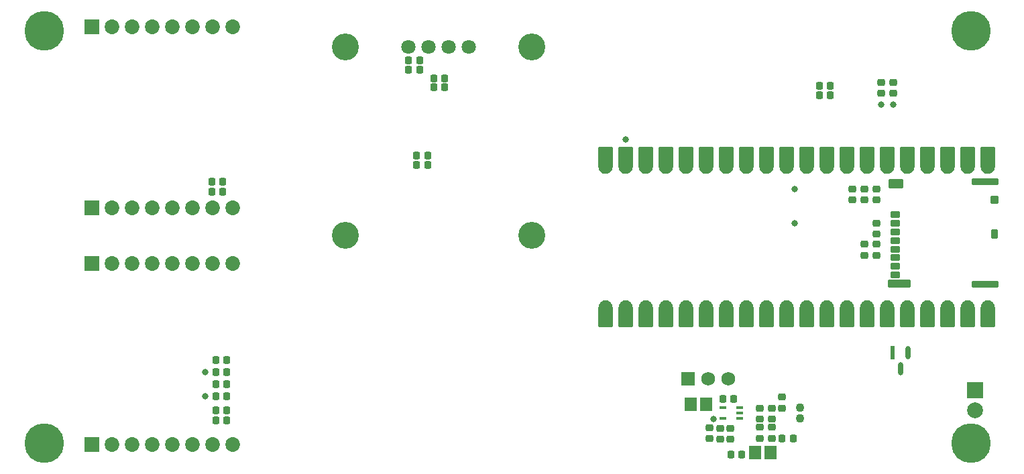
<source format=gbr>
%TF.GenerationSoftware,Altium Limited,Altium Designer,24.9.1 (31)*%
G04 Layer_Color=16711935*
%FSLAX45Y45*%
%MOMM*%
%TF.SameCoordinates,E868E159-F76C-425E-9157-6F4710699125*%
%TF.FilePolarity,Negative*%
%TF.FileFunction,Soldermask,Bot*%
%TF.Part,Single*%
G01*
G75*
%TA.AperFunction,ViaPad*%
%ADD48C,5.00000*%
%TA.AperFunction,SMDPad,CuDef*%
%ADD60R,0.62684X1.68435*%
G04:AMPARAMS|DCode=61|XSize=1.68435mm|YSize=0.62684mm|CornerRadius=0.31342mm|HoleSize=0mm|Usage=FLASHONLY|Rotation=270.000|XOffset=0mm|YOffset=0mm|HoleType=Round|Shape=RoundedRectangle|*
%AMROUNDEDRECTD61*
21,1,1.68435,0.00000,0,0,270.0*
21,1,1.05751,0.62684,0,0,270.0*
1,1,0.62684,0.00000,-0.52875*
1,1,0.62684,0.00000,0.52875*
1,1,0.62684,0.00000,0.52875*
1,1,0.62684,0.00000,-0.52875*
%
%ADD61ROUNDEDRECTD61*%
%ADD80C,0.80320*%
G04:AMPARAMS|DCode=81|XSize=0.9632mm|YSize=0.8636mm|CornerRadius=0.18415mm|HoleSize=0mm|Usage=FLASHONLY|Rotation=270.000|XOffset=0mm|YOffset=0mm|HoleType=Round|Shape=RoundedRectangle|*
%AMROUNDEDRECTD81*
21,1,0.96320,0.49530,0,0,270.0*
21,1,0.59490,0.86360,0,0,270.0*
1,1,0.36830,-0.24765,-0.29745*
1,1,0.36830,-0.24765,0.29745*
1,1,0.36830,0.24765,0.29745*
1,1,0.36830,0.24765,-0.29745*
%
%ADD81ROUNDEDRECTD81*%
G04:AMPARAMS|DCode=86|XSize=0.9632mm|YSize=0.8636mm|CornerRadius=0.18415mm|HoleSize=0mm|Usage=FLASHONLY|Rotation=180.000|XOffset=0mm|YOffset=0mm|HoleType=Round|Shape=RoundedRectangle|*
%AMROUNDEDRECTD86*
21,1,0.96320,0.49530,0,0,180.0*
21,1,0.59490,0.86360,0,0,180.0*
1,1,0.36830,-0.29745,0.24765*
1,1,0.36830,0.29745,0.24765*
1,1,0.36830,0.29745,-0.24765*
1,1,0.36830,-0.29745,-0.24765*
%
%ADD86ROUNDEDRECTD86*%
%TA.AperFunction,ComponentPad*%
%ADD99C,1.10320*%
%ADD100R,1.75320X1.75320*%
%ADD101C,1.75320*%
%ADD102C,1.85420*%
%ADD103R,1.85420X1.85420*%
%ADD104C,1.80320*%
%ADD105R,2.00320X2.00320*%
%ADD106C,2.00320*%
%TA.AperFunction,ViaPad*%
%ADD107C,3.40000*%
%TA.AperFunction,SMDPad,CuDef*%
%ADD108R,1.53320X1.77320*%
%ADD109R,0.84000X0.44000*%
G04:AMPARAMS|DCode=110|XSize=1mm|YSize=1.03mm|CornerRadius=0.14mm|HoleSize=0mm|Usage=FLASHONLY|Rotation=90.000|XOffset=0mm|YOffset=0mm|HoleType=Round|Shape=RoundedRectangle|*
%AMROUNDEDRECTD110*
21,1,1.00000,0.75000,0,0,90.0*
21,1,0.72000,1.03000,0,0,90.0*
1,1,0.28000,0.37500,0.36000*
1,1,0.28000,0.37500,-0.36000*
1,1,0.28000,-0.37500,-0.36000*
1,1,0.28000,-0.37500,0.36000*
%
%ADD110ROUNDEDRECTD110*%
G04:AMPARAMS|DCode=111|XSize=1.15mm|YSize=0.88mm|CornerRadius=0.128mm|HoleSize=0mm|Usage=FLASHONLY|Rotation=90.000|XOffset=0mm|YOffset=0mm|HoleType=Round|Shape=RoundedRectangle|*
%AMROUNDEDRECTD111*
21,1,1.15000,0.62400,0,0,90.0*
21,1,0.89400,0.88000,0,0,90.0*
1,1,0.25600,0.31200,0.44700*
1,1,0.25600,0.31200,-0.44700*
1,1,0.25600,-0.31200,-0.44700*
1,1,0.25600,-0.31200,0.44700*
%
%ADD111ROUNDEDRECTD111*%
G04:AMPARAMS|DCode=112|XSize=1.14mm|YSize=1.93mm|CornerRadius=0.154mm|HoleSize=0mm|Usage=FLASHONLY|Rotation=90.000|XOffset=0mm|YOffset=0mm|HoleType=Round|Shape=RoundedRectangle|*
%AMROUNDEDRECTD112*
21,1,1.14000,1.62200,0,0,90.0*
21,1,0.83200,1.93000,0,0,90.0*
1,1,0.30800,0.81100,0.41600*
1,1,0.30800,0.81100,-0.41600*
1,1,0.30800,-0.81100,-0.41600*
1,1,0.30800,-0.81100,0.41600*
%
%ADD112ROUNDEDRECTD112*%
G04:AMPARAMS|DCode=113|XSize=0.8mm|YSize=3.4mm|CornerRadius=0.1375mm|HoleSize=0mm|Usage=FLASHONLY|Rotation=90.000|XOffset=0mm|YOffset=0mm|HoleType=Round|Shape=RoundedRectangle|*
%AMROUNDEDRECTD113*
21,1,0.80000,3.12500,0,0,90.0*
21,1,0.52500,3.40000,0,0,90.0*
1,1,0.27500,1.56250,0.26250*
1,1,0.27500,1.56250,-0.26250*
1,1,0.27500,-1.56250,-0.26250*
1,1,0.27500,-1.56250,0.26250*
%
%ADD113ROUNDEDRECTD113*%
G04:AMPARAMS|DCode=114|XSize=0.8mm|YSize=3.4mm|CornerRadius=0.12mm|HoleSize=0mm|Usage=FLASHONLY|Rotation=90.000|XOffset=0mm|YOffset=0mm|HoleType=Round|Shape=RoundedRectangle|*
%AMROUNDEDRECTD114*
21,1,0.80000,3.16000,0,0,90.0*
21,1,0.56000,3.40000,0,0,90.0*
1,1,0.24000,1.58000,0.28000*
1,1,0.24000,1.58000,-0.28000*
1,1,0.24000,-1.58000,-0.28000*
1,1,0.24000,-1.58000,0.28000*
%
%ADD114ROUNDEDRECTD114*%
G04:AMPARAMS|DCode=115|XSize=0.96mm|YSize=2.9mm|CornerRadius=0.136mm|HoleSize=0mm|Usage=FLASHONLY|Rotation=90.000|XOffset=0mm|YOffset=0mm|HoleType=Round|Shape=RoundedRectangle|*
%AMROUNDEDRECTD115*
21,1,0.96000,2.62800,0,0,90.0*
21,1,0.68800,2.90000,0,0,90.0*
1,1,0.27200,1.31400,0.34400*
1,1,0.27200,1.31400,-0.34400*
1,1,0.27200,-1.31400,-0.34400*
1,1,0.27200,-1.31400,0.34400*
%
%ADD115ROUNDEDRECTD115*%
G04:AMPARAMS|DCode=116|XSize=0.8mm|YSize=1.2mm|CornerRadius=0.12mm|HoleSize=0mm|Usage=FLASHONLY|Rotation=90.000|XOffset=0mm|YOffset=0mm|HoleType=Round|Shape=RoundedRectangle|*
%AMROUNDEDRECTD116*
21,1,0.80000,0.96000,0,0,90.0*
21,1,0.56000,1.20000,0,0,90.0*
1,1,0.24000,0.48000,0.28000*
1,1,0.24000,0.48000,-0.28000*
1,1,0.24000,-0.48000,-0.28000*
1,1,0.24000,-0.48000,0.28000*
%
%ADD116ROUNDEDRECTD116*%
G36*
X7392999Y-1260818D02*
X7393660Y-1260862D01*
X7394318Y-1260904D01*
X7394323Y-1260905D01*
X7394328Y-1260906D01*
X7394961Y-1261032D01*
X7395625Y-1261163D01*
X7395629Y-1261164D01*
X7395634Y-1261165D01*
X7396229Y-1261367D01*
X7396886Y-1261590D01*
X7396890Y-1261592D01*
X7396895Y-1261593D01*
X7397488Y-1261886D01*
X7398081Y-1262178D01*
X7398085Y-1262180D01*
X7398090Y-1262183D01*
X7398714Y-1262600D01*
X7399189Y-1262917D01*
X7399192Y-1262919D01*
X7399197Y-1262923D01*
X7399748Y-1263406D01*
X7400191Y-1263794D01*
X7400195Y-1263797D01*
X7400198Y-1263801D01*
X7400640Y-1264304D01*
X7401070Y-1264794D01*
X7401073Y-1264798D01*
X7401076Y-1264802D01*
X7401455Y-1265369D01*
X7401811Y-1265901D01*
X7401814Y-1265906D01*
X7401816Y-1265909D01*
X7402105Y-1266494D01*
X7402402Y-1267095D01*
X7402403Y-1267099D01*
X7402406Y-1267104D01*
X7402626Y-1267752D01*
X7402831Y-1268356D01*
X7402832Y-1268360D01*
X7402834Y-1268365D01*
X7402964Y-1269019D01*
X7403092Y-1269662D01*
X7403092Y-1269666D01*
X7403093Y-1269671D01*
X7403136Y-1270320D01*
X7403181Y-1270990D01*
X7403411Y-1510735D01*
X7403411Y-1510739D01*
X7403411Y-1510743D01*
X7403412Y-1515987D01*
Y-1515987D01*
D01*
X7403325Y-1517316D01*
X7401958Y-1527713D01*
X7401784Y-1528586D01*
X7401698Y-1529020D01*
X7398984Y-1539150D01*
X7398556Y-1540411D01*
X7398556Y-1540412D01*
X7394544Y-1550100D01*
X7394543Y-1550101D01*
X7393954Y-1551295D01*
X7388711Y-1560377D01*
X7387971Y-1561485D01*
X7387970Y-1561485D01*
X7381586Y-1569805D01*
X7380708Y-1570806D01*
X7380708Y-1570807D01*
X7380708Y-1570807D01*
X7373292Y-1578222D01*
X7372291Y-1579100D01*
X7363970Y-1585483D01*
X7362863Y-1586223D01*
D01*
X7362862Y-1586224D01*
X7353779Y-1591466D01*
X7352585Y-1592055D01*
X7342895Y-1596067D01*
X7342039Y-1596357D01*
X7341634Y-1596495D01*
X7331503Y-1599207D01*
X7330197Y-1599467D01*
X7330196D01*
X7319799Y-1600833D01*
X7318470Y-1600920D01*
D01*
X7318470D01*
X7313227Y-1600919D01*
X7307987Y-1600920D01*
X7307986D01*
D01*
X7306657Y-1600833D01*
X7296261Y-1599465D01*
X7296260D01*
X7294954Y-1599205D01*
X7284825Y-1596492D01*
X7283564Y-1596064D01*
X7283560Y-1596062D01*
X7273877Y-1592051D01*
X7273875Y-1592051D01*
X7273481Y-1591856D01*
X7272681Y-1591462D01*
X7272678Y-1591460D01*
X7263599Y-1586219D01*
X7262492Y-1585479D01*
X7262491Y-1585479D01*
X7254172Y-1579096D01*
X7253170Y-1578218D01*
X7245756Y-1570803D01*
Y-1570803D01*
X7245755D01*
X7244877Y-1569801D01*
X7238494Y-1561482D01*
X7238493Y-1561482D01*
X7237753Y-1560375D01*
X7232510Y-1551293D01*
X7231921Y-1550098D01*
X7227908Y-1540410D01*
X7227480Y-1539149D01*
X7227480Y-1539148D01*
X7224767Y-1529022D01*
X7224766Y-1529020D01*
X7224558Y-1527973D01*
X7224507Y-1527714D01*
Y-1527713D01*
X7223139Y-1517318D01*
X7223138Y-1517316D01*
X7223064Y-1516173D01*
X7223051Y-1515988D01*
Y-1515987D01*
Y-1515987D01*
X7223052Y-1510758D01*
X7223052Y-1510755D01*
X7222817Y-1271009D01*
X7222817Y-1271004D01*
X7222817Y-1270999D01*
X7222861Y-1270321D01*
X7222902Y-1269680D01*
X7222904Y-1269675D01*
X7222904Y-1269670D01*
X7223040Y-1268987D01*
X7223161Y-1268373D01*
X7223163Y-1268369D01*
X7223164Y-1268364D01*
X7223392Y-1267689D01*
X7223588Y-1267112D01*
X7223590Y-1267108D01*
X7223592Y-1267103D01*
X7223883Y-1266512D01*
X7224176Y-1265917D01*
X7224179Y-1265912D01*
X7224181Y-1265908D01*
X7224552Y-1265353D01*
X7224915Y-1264809D01*
X7224917Y-1264805D01*
X7224921Y-1264801D01*
X7225389Y-1264266D01*
X7225792Y-1263806D01*
X7225796Y-1263803D01*
X7225799Y-1263799D01*
X7226311Y-1263350D01*
X7226792Y-1262927D01*
X7226796Y-1262925D01*
X7226800Y-1262921D01*
X7227398Y-1262521D01*
X7227899Y-1262186D01*
X7227903Y-1262184D01*
X7227908Y-1262181D01*
X7228672Y-1261804D01*
X7229093Y-1261596D01*
X7229096Y-1261595D01*
X7229102Y-1261592D01*
X7229933Y-1261310D01*
X7230354Y-1261167D01*
X7230357Y-1261166D01*
X7230363Y-1261164D01*
X7231218Y-1260994D01*
X7231660Y-1260906D01*
X7231663Y-1260906D01*
X7231670Y-1260904D01*
X7232422Y-1260855D01*
X7232989Y-1260817D01*
X7232994Y-1260817D01*
X7232998Y-1260817D01*
X7392999Y-1260818D01*
D02*
G37*
G36*
X7138999D02*
X7139660Y-1260862D01*
X7140318Y-1260904D01*
X7140323Y-1260905D01*
X7140328Y-1260906D01*
X7140961Y-1261032D01*
X7141625Y-1261163D01*
X7141629Y-1261164D01*
X7141634Y-1261165D01*
X7142229Y-1261367D01*
X7142886Y-1261590D01*
X7142890Y-1261592D01*
X7142895Y-1261593D01*
X7143488Y-1261886D01*
X7144081Y-1262178D01*
X7144085Y-1262180D01*
X7144090Y-1262183D01*
X7144714Y-1262600D01*
X7145189Y-1262917D01*
X7145192Y-1262919D01*
X7145197Y-1262923D01*
X7145748Y-1263406D01*
X7146191Y-1263794D01*
X7146195Y-1263797D01*
X7146198Y-1263801D01*
X7146640Y-1264304D01*
X7147070Y-1264794D01*
X7147073Y-1264798D01*
X7147076Y-1264802D01*
X7147455Y-1265369D01*
X7147811Y-1265901D01*
X7147814Y-1265906D01*
X7147816Y-1265909D01*
X7148105Y-1266494D01*
X7148402Y-1267095D01*
X7148403Y-1267099D01*
X7148406Y-1267104D01*
X7148626Y-1267752D01*
X7148831Y-1268356D01*
X7148832Y-1268360D01*
X7148834Y-1268365D01*
X7148964Y-1269019D01*
X7149092Y-1269662D01*
X7149092Y-1269666D01*
X7149093Y-1269671D01*
X7149136Y-1270320D01*
X7149181Y-1270990D01*
X7149411Y-1510735D01*
X7149411Y-1510739D01*
X7149411Y-1510743D01*
X7149412Y-1515987D01*
Y-1515987D01*
D01*
X7149325Y-1517316D01*
X7147958Y-1527713D01*
X7147784Y-1528586D01*
X7147698Y-1529020D01*
X7144984Y-1539150D01*
X7144556Y-1540411D01*
X7144556Y-1540412D01*
X7140544Y-1550100D01*
X7140543Y-1550101D01*
X7139954Y-1551295D01*
X7134711Y-1560377D01*
X7133971Y-1561485D01*
X7133970Y-1561485D01*
X7127586Y-1569805D01*
X7126708Y-1570806D01*
X7126708Y-1570807D01*
X7126708Y-1570807D01*
X7119292Y-1578222D01*
X7118291Y-1579100D01*
X7109970Y-1585483D01*
X7108863Y-1586223D01*
D01*
X7108862Y-1586224D01*
X7099779Y-1591466D01*
X7098585Y-1592055D01*
X7088895Y-1596067D01*
X7088039Y-1596357D01*
X7087634Y-1596495D01*
X7077503Y-1599207D01*
X7076197Y-1599467D01*
X7076196D01*
X7065799Y-1600833D01*
X7064470Y-1600920D01*
D01*
X7064470D01*
X7059227Y-1600919D01*
X7053987Y-1600920D01*
X7053986D01*
D01*
X7052657Y-1600833D01*
X7042261Y-1599465D01*
X7042260D01*
X7040954Y-1599205D01*
X7030825Y-1596492D01*
X7029564Y-1596064D01*
X7029560Y-1596062D01*
X7019877Y-1592051D01*
X7019875Y-1592051D01*
X7019481Y-1591856D01*
X7018681Y-1591462D01*
X7018678Y-1591460D01*
X7009599Y-1586219D01*
X7008492Y-1585479D01*
X7008491Y-1585479D01*
X7000172Y-1579096D01*
X6999170Y-1578218D01*
X6991756Y-1570803D01*
Y-1570803D01*
X6991755D01*
X6990877Y-1569801D01*
X6984494Y-1561482D01*
X6984493Y-1561482D01*
X6983753Y-1560375D01*
X6978510Y-1551293D01*
X6977921Y-1550098D01*
X6973908Y-1540410D01*
X6973480Y-1539149D01*
X6973480Y-1539148D01*
X6970767Y-1529022D01*
X6970766Y-1529020D01*
X6970558Y-1527973D01*
X6970507Y-1527714D01*
Y-1527713D01*
X6969139Y-1517318D01*
X6969138Y-1517316D01*
X6969064Y-1516173D01*
X6969051Y-1515988D01*
Y-1515987D01*
Y-1515987D01*
X6969052Y-1510758D01*
X6969052Y-1510755D01*
X6968817Y-1271009D01*
X6968817Y-1271004D01*
X6968817Y-1270999D01*
X6968861Y-1270321D01*
X6968902Y-1269680D01*
X6968904Y-1269675D01*
X6968904Y-1269670D01*
X6969040Y-1268987D01*
X6969161Y-1268373D01*
X6969163Y-1268369D01*
X6969164Y-1268364D01*
X6969392Y-1267689D01*
X6969588Y-1267112D01*
X6969590Y-1267108D01*
X6969592Y-1267103D01*
X6969883Y-1266512D01*
X6970176Y-1265917D01*
X6970179Y-1265912D01*
X6970181Y-1265908D01*
X6970552Y-1265353D01*
X6970915Y-1264809D01*
X6970917Y-1264805D01*
X6970921Y-1264801D01*
X6971389Y-1264266D01*
X6971792Y-1263806D01*
X6971796Y-1263803D01*
X6971799Y-1263799D01*
X6972311Y-1263350D01*
X6972792Y-1262927D01*
X6972796Y-1262925D01*
X6972800Y-1262921D01*
X6973398Y-1262521D01*
X6973899Y-1262186D01*
X6973903Y-1262184D01*
X6973908Y-1262181D01*
X6974672Y-1261804D01*
X6975093Y-1261596D01*
X6975096Y-1261595D01*
X6975102Y-1261592D01*
X6975933Y-1261310D01*
X6976354Y-1261167D01*
X6976357Y-1261166D01*
X6976363Y-1261164D01*
X6977218Y-1260994D01*
X6977660Y-1260906D01*
X6977663Y-1260906D01*
X6977670Y-1260904D01*
X6978422Y-1260855D01*
X6978989Y-1260817D01*
X6978994Y-1260817D01*
X6978998Y-1260817D01*
X7138999Y-1260818D01*
D02*
G37*
G36*
X6884999D02*
X6885660Y-1260862D01*
X6886318Y-1260904D01*
X6886323Y-1260905D01*
X6886328Y-1260906D01*
X6886961Y-1261032D01*
X6887625Y-1261163D01*
X6887629Y-1261164D01*
X6887634Y-1261165D01*
X6888229Y-1261367D01*
X6888886Y-1261590D01*
X6888890Y-1261592D01*
X6888895Y-1261593D01*
X6889488Y-1261886D01*
X6890081Y-1262178D01*
X6890085Y-1262180D01*
X6890090Y-1262183D01*
X6890714Y-1262600D01*
X6891189Y-1262917D01*
X6891192Y-1262919D01*
X6891197Y-1262923D01*
X6891748Y-1263406D01*
X6892191Y-1263794D01*
X6892195Y-1263797D01*
X6892198Y-1263801D01*
X6892640Y-1264304D01*
X6893070Y-1264794D01*
X6893073Y-1264798D01*
X6893076Y-1264802D01*
X6893455Y-1265369D01*
X6893811Y-1265901D01*
X6893814Y-1265906D01*
X6893816Y-1265909D01*
X6894105Y-1266494D01*
X6894402Y-1267095D01*
X6894403Y-1267099D01*
X6894406Y-1267104D01*
X6894626Y-1267752D01*
X6894831Y-1268356D01*
X6894832Y-1268360D01*
X6894834Y-1268365D01*
X6894964Y-1269019D01*
X6895092Y-1269662D01*
X6895092Y-1269666D01*
X6895093Y-1269671D01*
X6895136Y-1270320D01*
X6895181Y-1270990D01*
X6895411Y-1510735D01*
X6895411Y-1510739D01*
X6895411Y-1510743D01*
X6895412Y-1515987D01*
Y-1515987D01*
D01*
X6895325Y-1517316D01*
X6893958Y-1527713D01*
X6893784Y-1528586D01*
X6893698Y-1529020D01*
X6890984Y-1539150D01*
X6890556Y-1540411D01*
X6890556Y-1540412D01*
X6886544Y-1550100D01*
X6886543Y-1550101D01*
X6885954Y-1551295D01*
X6880711Y-1560377D01*
X6879971Y-1561485D01*
X6879970Y-1561485D01*
X6873586Y-1569805D01*
X6872708Y-1570806D01*
X6872708Y-1570807D01*
X6872708Y-1570807D01*
X6865292Y-1578222D01*
X6864291Y-1579100D01*
X6855970Y-1585483D01*
X6854863Y-1586223D01*
D01*
X6854862Y-1586224D01*
X6845779Y-1591466D01*
X6844585Y-1592055D01*
X6834895Y-1596067D01*
X6834039Y-1596357D01*
X6833634Y-1596495D01*
X6823503Y-1599207D01*
X6822197Y-1599467D01*
X6822196D01*
X6811799Y-1600833D01*
X6810470Y-1600920D01*
D01*
X6810470D01*
X6805227Y-1600919D01*
X6799987Y-1600920D01*
X6799986D01*
D01*
X6798657Y-1600833D01*
X6788261Y-1599465D01*
X6788260D01*
X6786954Y-1599205D01*
X6776825Y-1596492D01*
X6775564Y-1596064D01*
X6775560Y-1596062D01*
X6765877Y-1592051D01*
X6765875Y-1592051D01*
X6765481Y-1591856D01*
X6764681Y-1591462D01*
X6764678Y-1591460D01*
X6755599Y-1586219D01*
X6754492Y-1585479D01*
X6754491Y-1585479D01*
X6746172Y-1579096D01*
X6745170Y-1578218D01*
X6737756Y-1570803D01*
Y-1570803D01*
X6737755D01*
X6736877Y-1569801D01*
X6730494Y-1561482D01*
X6730493Y-1561482D01*
X6729753Y-1560375D01*
X6724510Y-1551293D01*
X6723921Y-1550098D01*
X6719908Y-1540410D01*
X6719480Y-1539149D01*
X6719480Y-1539148D01*
X6716767Y-1529022D01*
X6716766Y-1529020D01*
X6716558Y-1527973D01*
X6716507Y-1527714D01*
Y-1527713D01*
X6715139Y-1517318D01*
X6715138Y-1517316D01*
X6715064Y-1516173D01*
X6715051Y-1515988D01*
Y-1515987D01*
Y-1515987D01*
X6715052Y-1510758D01*
X6715052Y-1510755D01*
X6714817Y-1271009D01*
X6714817Y-1271004D01*
X6714817Y-1270999D01*
X6714861Y-1270321D01*
X6714902Y-1269680D01*
X6714904Y-1269675D01*
X6714904Y-1269670D01*
X6715040Y-1268987D01*
X6715161Y-1268373D01*
X6715163Y-1268369D01*
X6715164Y-1268364D01*
X6715392Y-1267689D01*
X6715588Y-1267112D01*
X6715590Y-1267108D01*
X6715592Y-1267103D01*
X6715883Y-1266512D01*
X6716176Y-1265917D01*
X6716179Y-1265912D01*
X6716181Y-1265908D01*
X6716552Y-1265353D01*
X6716915Y-1264809D01*
X6716917Y-1264805D01*
X6716921Y-1264801D01*
X6717389Y-1264266D01*
X6717792Y-1263806D01*
X6717796Y-1263803D01*
X6717799Y-1263799D01*
X6718311Y-1263350D01*
X6718792Y-1262927D01*
X6718796Y-1262925D01*
X6718800Y-1262921D01*
X6719398Y-1262521D01*
X6719899Y-1262186D01*
X6719903Y-1262184D01*
X6719908Y-1262181D01*
X6720672Y-1261804D01*
X6721093Y-1261596D01*
X6721096Y-1261595D01*
X6721102Y-1261592D01*
X6721933Y-1261310D01*
X6722354Y-1261167D01*
X6722357Y-1261166D01*
X6722363Y-1261164D01*
X6723218Y-1260994D01*
X6723660Y-1260906D01*
X6723663Y-1260906D01*
X6723670Y-1260904D01*
X6724422Y-1260855D01*
X6724989Y-1260817D01*
X6724994Y-1260817D01*
X6724998Y-1260817D01*
X6884999Y-1260818D01*
D02*
G37*
G36*
X6630999D02*
X6631660Y-1260862D01*
X6632318Y-1260904D01*
X6632323Y-1260905D01*
X6632328Y-1260906D01*
X6632961Y-1261032D01*
X6633625Y-1261163D01*
X6633629Y-1261164D01*
X6633634Y-1261165D01*
X6634229Y-1261367D01*
X6634886Y-1261590D01*
X6634890Y-1261592D01*
X6634895Y-1261593D01*
X6635488Y-1261886D01*
X6636081Y-1262178D01*
X6636085Y-1262180D01*
X6636090Y-1262183D01*
X6636714Y-1262600D01*
X6637189Y-1262917D01*
X6637192Y-1262919D01*
X6637197Y-1262923D01*
X6637748Y-1263406D01*
X6638191Y-1263794D01*
X6638195Y-1263797D01*
X6638198Y-1263801D01*
X6638640Y-1264304D01*
X6639070Y-1264794D01*
X6639073Y-1264798D01*
X6639076Y-1264802D01*
X6639455Y-1265369D01*
X6639811Y-1265901D01*
X6639814Y-1265906D01*
X6639816Y-1265909D01*
X6640105Y-1266494D01*
X6640402Y-1267095D01*
X6640403Y-1267099D01*
X6640406Y-1267104D01*
X6640626Y-1267752D01*
X6640831Y-1268356D01*
X6640832Y-1268360D01*
X6640834Y-1268365D01*
X6640964Y-1269019D01*
X6641092Y-1269662D01*
X6641092Y-1269666D01*
X6641093Y-1269671D01*
X6641136Y-1270320D01*
X6641181Y-1270990D01*
X6641411Y-1510735D01*
X6641411Y-1510739D01*
X6641411Y-1510743D01*
X6641412Y-1515987D01*
Y-1515987D01*
D01*
X6641325Y-1517316D01*
X6639958Y-1527713D01*
X6639784Y-1528586D01*
X6639698Y-1529020D01*
X6636984Y-1539150D01*
X6636556Y-1540411D01*
X6636556Y-1540412D01*
X6632544Y-1550100D01*
X6632543Y-1550101D01*
X6631954Y-1551295D01*
X6626711Y-1560377D01*
X6625971Y-1561485D01*
X6625970Y-1561485D01*
X6619586Y-1569805D01*
X6618708Y-1570806D01*
X6618708Y-1570807D01*
X6618708Y-1570807D01*
X6611292Y-1578222D01*
X6610291Y-1579100D01*
X6601970Y-1585483D01*
X6600863Y-1586223D01*
D01*
X6600862Y-1586224D01*
X6591779Y-1591466D01*
X6590585Y-1592055D01*
X6580895Y-1596067D01*
X6580039Y-1596357D01*
X6579634Y-1596495D01*
X6569503Y-1599207D01*
X6568197Y-1599467D01*
X6568196D01*
X6557799Y-1600833D01*
X6556470Y-1600920D01*
D01*
X6556470D01*
X6551227Y-1600919D01*
X6545987Y-1600920D01*
X6545986D01*
D01*
X6544657Y-1600833D01*
X6534261Y-1599465D01*
X6534260D01*
X6532954Y-1599205D01*
X6522825Y-1596492D01*
X6521564Y-1596064D01*
X6521560Y-1596062D01*
X6511877Y-1592051D01*
X6511875Y-1592051D01*
X6511481Y-1591856D01*
X6510681Y-1591462D01*
X6510678Y-1591460D01*
X6501599Y-1586219D01*
X6500492Y-1585479D01*
X6500491Y-1585479D01*
X6492172Y-1579096D01*
X6491170Y-1578218D01*
X6483756Y-1570803D01*
Y-1570803D01*
X6483755D01*
X6482877Y-1569801D01*
X6476494Y-1561482D01*
X6476493Y-1561482D01*
X6475753Y-1560375D01*
X6470510Y-1551293D01*
X6469921Y-1550098D01*
X6465908Y-1540410D01*
X6465480Y-1539149D01*
X6465480Y-1539148D01*
X6462767Y-1529022D01*
X6462766Y-1529020D01*
X6462558Y-1527973D01*
X6462507Y-1527714D01*
Y-1527713D01*
X6461139Y-1517318D01*
X6461138Y-1517316D01*
X6461064Y-1516173D01*
X6461051Y-1515988D01*
Y-1515987D01*
Y-1515987D01*
X6461052Y-1510758D01*
X6461052Y-1510755D01*
X6460817Y-1271009D01*
X6460817Y-1271004D01*
X6460817Y-1270999D01*
X6460861Y-1270321D01*
X6460902Y-1269680D01*
X6460904Y-1269675D01*
X6460904Y-1269670D01*
X6461040Y-1268987D01*
X6461161Y-1268373D01*
X6461163Y-1268369D01*
X6461164Y-1268364D01*
X6461392Y-1267689D01*
X6461588Y-1267112D01*
X6461590Y-1267108D01*
X6461592Y-1267103D01*
X6461883Y-1266512D01*
X6462176Y-1265917D01*
X6462179Y-1265912D01*
X6462181Y-1265908D01*
X6462552Y-1265353D01*
X6462915Y-1264809D01*
X6462917Y-1264805D01*
X6462921Y-1264801D01*
X6463389Y-1264266D01*
X6463792Y-1263806D01*
X6463796Y-1263803D01*
X6463799Y-1263799D01*
X6464311Y-1263350D01*
X6464792Y-1262927D01*
X6464796Y-1262925D01*
X6464800Y-1262921D01*
X6465398Y-1262521D01*
X6465899Y-1262186D01*
X6465903Y-1262184D01*
X6465908Y-1262181D01*
X6466672Y-1261804D01*
X6467093Y-1261596D01*
X6467096Y-1261595D01*
X6467102Y-1261592D01*
X6467933Y-1261310D01*
X6468354Y-1261167D01*
X6468357Y-1261166D01*
X6468363Y-1261164D01*
X6469218Y-1260994D01*
X6469660Y-1260906D01*
X6469663Y-1260906D01*
X6469670Y-1260904D01*
X6470422Y-1260855D01*
X6470989Y-1260817D01*
X6470994Y-1260817D01*
X6470998Y-1260817D01*
X6630999Y-1260818D01*
D02*
G37*
G36*
X6376999D02*
X6377660Y-1260862D01*
X6378318Y-1260904D01*
X6378323Y-1260905D01*
X6378328Y-1260906D01*
X6378961Y-1261032D01*
X6379625Y-1261163D01*
X6379629Y-1261164D01*
X6379634Y-1261165D01*
X6380229Y-1261367D01*
X6380886Y-1261590D01*
X6380890Y-1261592D01*
X6380895Y-1261593D01*
X6381488Y-1261886D01*
X6382081Y-1262178D01*
X6382085Y-1262180D01*
X6382090Y-1262183D01*
X6382714Y-1262600D01*
X6383189Y-1262917D01*
X6383192Y-1262919D01*
X6383197Y-1262923D01*
X6383748Y-1263406D01*
X6384191Y-1263794D01*
X6384195Y-1263797D01*
X6384198Y-1263801D01*
X6384640Y-1264304D01*
X6385070Y-1264794D01*
X6385073Y-1264798D01*
X6385076Y-1264802D01*
X6385455Y-1265369D01*
X6385811Y-1265901D01*
X6385814Y-1265906D01*
X6385816Y-1265909D01*
X6386105Y-1266494D01*
X6386402Y-1267095D01*
X6386403Y-1267099D01*
X6386406Y-1267104D01*
X6386626Y-1267752D01*
X6386831Y-1268356D01*
X6386832Y-1268360D01*
X6386834Y-1268365D01*
X6386964Y-1269019D01*
X6387092Y-1269662D01*
X6387092Y-1269666D01*
X6387093Y-1269671D01*
X6387136Y-1270320D01*
X6387181Y-1270990D01*
X6387411Y-1510735D01*
X6387411Y-1510739D01*
X6387411Y-1510743D01*
X6387412Y-1515987D01*
Y-1515987D01*
D01*
X6387325Y-1517316D01*
X6385958Y-1527713D01*
X6385784Y-1528586D01*
X6385698Y-1529020D01*
X6382984Y-1539150D01*
X6382556Y-1540411D01*
X6382556Y-1540412D01*
X6378544Y-1550100D01*
X6378543Y-1550101D01*
X6377954Y-1551295D01*
X6372711Y-1560377D01*
X6371971Y-1561485D01*
X6371970Y-1561485D01*
X6365586Y-1569805D01*
X6364708Y-1570806D01*
X6364708Y-1570807D01*
X6364708Y-1570807D01*
X6357292Y-1578222D01*
X6356291Y-1579100D01*
X6347970Y-1585483D01*
X6346863Y-1586223D01*
D01*
X6346862Y-1586224D01*
X6337779Y-1591466D01*
X6336585Y-1592055D01*
X6326895Y-1596067D01*
X6326039Y-1596357D01*
X6325634Y-1596495D01*
X6315503Y-1599207D01*
X6314197Y-1599467D01*
X6314196D01*
X6303799Y-1600833D01*
X6302470Y-1600920D01*
D01*
X6302470D01*
X6297227Y-1600919D01*
X6291987Y-1600920D01*
X6291986D01*
D01*
X6290657Y-1600833D01*
X6280261Y-1599465D01*
X6280260D01*
X6278954Y-1599205D01*
X6268825Y-1596492D01*
X6267564Y-1596064D01*
X6267560Y-1596062D01*
X6257877Y-1592051D01*
X6257875Y-1592051D01*
X6257481Y-1591856D01*
X6256681Y-1591462D01*
X6256678Y-1591460D01*
X6247599Y-1586219D01*
X6246492Y-1585479D01*
X6246491Y-1585479D01*
X6238172Y-1579096D01*
X6237170Y-1578218D01*
X6229756Y-1570803D01*
Y-1570803D01*
X6229755D01*
X6228877Y-1569801D01*
X6222494Y-1561482D01*
X6222493Y-1561482D01*
X6221753Y-1560375D01*
X6216510Y-1551293D01*
X6215921Y-1550098D01*
X6211908Y-1540410D01*
X6211480Y-1539149D01*
X6211480Y-1539148D01*
X6208767Y-1529022D01*
X6208766Y-1529020D01*
X6208558Y-1527973D01*
X6208507Y-1527714D01*
Y-1527713D01*
X6207139Y-1517318D01*
X6207138Y-1517316D01*
X6207064Y-1516173D01*
X6207051Y-1515988D01*
Y-1515987D01*
Y-1515987D01*
X6207052Y-1510758D01*
X6207052Y-1510755D01*
X6206817Y-1271009D01*
X6206817Y-1271004D01*
X6206817Y-1270999D01*
X6206861Y-1270321D01*
X6206902Y-1269680D01*
X6206904Y-1269675D01*
X6206904Y-1269670D01*
X6207040Y-1268987D01*
X6207161Y-1268373D01*
X6207163Y-1268369D01*
X6207164Y-1268364D01*
X6207392Y-1267689D01*
X6207588Y-1267112D01*
X6207590Y-1267108D01*
X6207592Y-1267103D01*
X6207883Y-1266512D01*
X6208176Y-1265917D01*
X6208179Y-1265912D01*
X6208181Y-1265908D01*
X6208552Y-1265353D01*
X6208915Y-1264809D01*
X6208917Y-1264805D01*
X6208921Y-1264801D01*
X6209389Y-1264266D01*
X6209792Y-1263806D01*
X6209796Y-1263803D01*
X6209799Y-1263799D01*
X6210311Y-1263350D01*
X6210792Y-1262927D01*
X6210796Y-1262925D01*
X6210800Y-1262921D01*
X6211398Y-1262521D01*
X6211899Y-1262186D01*
X6211903Y-1262184D01*
X6211908Y-1262181D01*
X6212672Y-1261804D01*
X6213093Y-1261596D01*
X6213096Y-1261595D01*
X6213102Y-1261592D01*
X6213933Y-1261310D01*
X6214354Y-1261167D01*
X6214357Y-1261166D01*
X6214363Y-1261164D01*
X6215218Y-1260994D01*
X6215660Y-1260906D01*
X6215663Y-1260906D01*
X6215670Y-1260904D01*
X6216422Y-1260855D01*
X6216989Y-1260817D01*
X6216994Y-1260817D01*
X6216998Y-1260817D01*
X6376999Y-1260818D01*
D02*
G37*
G36*
X6122999D02*
X6123660Y-1260862D01*
X6124318Y-1260904D01*
X6124323Y-1260905D01*
X6124328Y-1260906D01*
X6124961Y-1261032D01*
X6125625Y-1261163D01*
X6125629Y-1261164D01*
X6125634Y-1261165D01*
X6126229Y-1261367D01*
X6126886Y-1261590D01*
X6126890Y-1261592D01*
X6126895Y-1261593D01*
X6127488Y-1261886D01*
X6128081Y-1262178D01*
X6128085Y-1262180D01*
X6128090Y-1262183D01*
X6128714Y-1262600D01*
X6129189Y-1262917D01*
X6129192Y-1262919D01*
X6129197Y-1262923D01*
X6129748Y-1263406D01*
X6130191Y-1263794D01*
X6130195Y-1263797D01*
X6130198Y-1263801D01*
X6130640Y-1264304D01*
X6131070Y-1264794D01*
X6131073Y-1264798D01*
X6131076Y-1264802D01*
X6131455Y-1265369D01*
X6131811Y-1265901D01*
X6131814Y-1265906D01*
X6131816Y-1265909D01*
X6132105Y-1266494D01*
X6132402Y-1267095D01*
X6132403Y-1267099D01*
X6132406Y-1267104D01*
X6132626Y-1267752D01*
X6132831Y-1268356D01*
X6132832Y-1268360D01*
X6132834Y-1268365D01*
X6132964Y-1269019D01*
X6133092Y-1269662D01*
X6133092Y-1269666D01*
X6133093Y-1269671D01*
X6133136Y-1270320D01*
X6133181Y-1270990D01*
X6133411Y-1510735D01*
X6133411Y-1510739D01*
X6133411Y-1510743D01*
X6133412Y-1515987D01*
Y-1515987D01*
D01*
X6133325Y-1517316D01*
X6131958Y-1527713D01*
X6131784Y-1528586D01*
X6131698Y-1529020D01*
X6128984Y-1539150D01*
X6128556Y-1540411D01*
X6128556Y-1540412D01*
X6124544Y-1550100D01*
X6124543Y-1550101D01*
X6123954Y-1551295D01*
X6118711Y-1560377D01*
X6117971Y-1561485D01*
X6117970Y-1561485D01*
X6111586Y-1569805D01*
X6110708Y-1570806D01*
X6110708Y-1570807D01*
X6110708Y-1570807D01*
X6103292Y-1578222D01*
X6102291Y-1579100D01*
X6093970Y-1585483D01*
X6092863Y-1586223D01*
D01*
X6092862Y-1586224D01*
X6083779Y-1591466D01*
X6082585Y-1592055D01*
X6072895Y-1596067D01*
X6072039Y-1596357D01*
X6071634Y-1596495D01*
X6061503Y-1599207D01*
X6060197Y-1599467D01*
X6060196D01*
X6049799Y-1600833D01*
X6048470Y-1600920D01*
D01*
X6048470D01*
X6043227Y-1600919D01*
X6037987Y-1600920D01*
X6037986D01*
D01*
X6036657Y-1600833D01*
X6026261Y-1599465D01*
X6026260D01*
X6024954Y-1599205D01*
X6014825Y-1596492D01*
X6013564Y-1596064D01*
X6013560Y-1596062D01*
X6003877Y-1592051D01*
X6003875Y-1592051D01*
X6003481Y-1591856D01*
X6002681Y-1591462D01*
X6002678Y-1591460D01*
X5993599Y-1586219D01*
X5992492Y-1585479D01*
X5992491Y-1585479D01*
X5984172Y-1579096D01*
X5983170Y-1578218D01*
X5975756Y-1570803D01*
Y-1570803D01*
X5975755D01*
X5974877Y-1569801D01*
X5968494Y-1561482D01*
X5968493Y-1561482D01*
X5967753Y-1560375D01*
X5962510Y-1551293D01*
X5961921Y-1550098D01*
X5957908Y-1540410D01*
X5957480Y-1539149D01*
X5957480Y-1539148D01*
X5954767Y-1529022D01*
X5954766Y-1529020D01*
X5954558Y-1527973D01*
X5954507Y-1527714D01*
Y-1527713D01*
X5953139Y-1517318D01*
X5953138Y-1517316D01*
X5953064Y-1516173D01*
X5953051Y-1515988D01*
Y-1515987D01*
Y-1515987D01*
X5953052Y-1510758D01*
X5953052Y-1510755D01*
X5952817Y-1271009D01*
X5952817Y-1271004D01*
X5952817Y-1270999D01*
X5952861Y-1270321D01*
X5952902Y-1269680D01*
X5952904Y-1269675D01*
X5952904Y-1269670D01*
X5953040Y-1268987D01*
X5953161Y-1268373D01*
X5953163Y-1268369D01*
X5953164Y-1268364D01*
X5953392Y-1267689D01*
X5953588Y-1267112D01*
X5953590Y-1267108D01*
X5953592Y-1267103D01*
X5953883Y-1266512D01*
X5954176Y-1265917D01*
X5954179Y-1265912D01*
X5954181Y-1265908D01*
X5954552Y-1265353D01*
X5954915Y-1264809D01*
X5954917Y-1264805D01*
X5954921Y-1264801D01*
X5955389Y-1264266D01*
X5955792Y-1263806D01*
X5955796Y-1263803D01*
X5955799Y-1263799D01*
X5956311Y-1263350D01*
X5956792Y-1262927D01*
X5956796Y-1262925D01*
X5956800Y-1262921D01*
X5957398Y-1262521D01*
X5957899Y-1262186D01*
X5957903Y-1262184D01*
X5957908Y-1262181D01*
X5958672Y-1261804D01*
X5959093Y-1261596D01*
X5959096Y-1261595D01*
X5959102Y-1261592D01*
X5959933Y-1261310D01*
X5960354Y-1261167D01*
X5960357Y-1261166D01*
X5960363Y-1261164D01*
X5961218Y-1260994D01*
X5961660Y-1260906D01*
X5961663Y-1260906D01*
X5961670Y-1260904D01*
X5962422Y-1260855D01*
X5962989Y-1260817D01*
X5962994Y-1260817D01*
X5962998Y-1260817D01*
X6122999Y-1260818D01*
D02*
G37*
G36*
X5868999D02*
X5869660Y-1260862D01*
X5870318Y-1260904D01*
X5870323Y-1260905D01*
X5870328Y-1260906D01*
X5870961Y-1261032D01*
X5871625Y-1261163D01*
X5871629Y-1261164D01*
X5871634Y-1261165D01*
X5872229Y-1261367D01*
X5872886Y-1261590D01*
X5872890Y-1261592D01*
X5872895Y-1261593D01*
X5873488Y-1261886D01*
X5874081Y-1262178D01*
X5874085Y-1262180D01*
X5874090Y-1262183D01*
X5874714Y-1262600D01*
X5875189Y-1262917D01*
X5875192Y-1262919D01*
X5875197Y-1262923D01*
X5875748Y-1263406D01*
X5876191Y-1263794D01*
X5876195Y-1263797D01*
X5876198Y-1263801D01*
X5876640Y-1264304D01*
X5877070Y-1264794D01*
X5877073Y-1264798D01*
X5877076Y-1264802D01*
X5877455Y-1265369D01*
X5877811Y-1265901D01*
X5877814Y-1265906D01*
X5877816Y-1265909D01*
X5878105Y-1266494D01*
X5878402Y-1267095D01*
X5878403Y-1267099D01*
X5878406Y-1267104D01*
X5878626Y-1267752D01*
X5878831Y-1268356D01*
X5878832Y-1268360D01*
X5878834Y-1268365D01*
X5878964Y-1269019D01*
X5879092Y-1269662D01*
X5879092Y-1269666D01*
X5879093Y-1269671D01*
X5879136Y-1270320D01*
X5879181Y-1270990D01*
X5879411Y-1510735D01*
X5879411Y-1510739D01*
X5879411Y-1510743D01*
X5879412Y-1515987D01*
Y-1515987D01*
D01*
X5879325Y-1517316D01*
X5877958Y-1527713D01*
X5877784Y-1528586D01*
X5877698Y-1529020D01*
X5874984Y-1539150D01*
X5874556Y-1540411D01*
X5874556Y-1540412D01*
X5870544Y-1550100D01*
X5870543Y-1550101D01*
X5869954Y-1551295D01*
X5864711Y-1560377D01*
X5863971Y-1561485D01*
X5863970Y-1561485D01*
X5857586Y-1569805D01*
X5856708Y-1570806D01*
X5856708Y-1570807D01*
X5856708Y-1570807D01*
X5849292Y-1578222D01*
X5848291Y-1579100D01*
X5839970Y-1585483D01*
X5838863Y-1586223D01*
D01*
X5838862Y-1586224D01*
X5829779Y-1591466D01*
X5828585Y-1592055D01*
X5818895Y-1596067D01*
X5818039Y-1596357D01*
X5817634Y-1596495D01*
X5807503Y-1599207D01*
X5806197Y-1599467D01*
X5806196D01*
X5795799Y-1600833D01*
X5794470Y-1600920D01*
D01*
X5794470D01*
X5789227Y-1600919D01*
X5783987Y-1600920D01*
X5783986D01*
D01*
X5782657Y-1600833D01*
X5772261Y-1599465D01*
X5772260D01*
X5770954Y-1599205D01*
X5760825Y-1596492D01*
X5759564Y-1596064D01*
X5759560Y-1596062D01*
X5749877Y-1592051D01*
X5749875Y-1592051D01*
X5749481Y-1591856D01*
X5748681Y-1591462D01*
X5748678Y-1591460D01*
X5739599Y-1586219D01*
X5738492Y-1585479D01*
X5738491Y-1585479D01*
X5730172Y-1579096D01*
X5729170Y-1578218D01*
X5721756Y-1570803D01*
Y-1570803D01*
X5721755D01*
X5720877Y-1569801D01*
X5714494Y-1561482D01*
X5714493Y-1561482D01*
X5713753Y-1560375D01*
X5708510Y-1551293D01*
X5707921Y-1550098D01*
X5703908Y-1540410D01*
X5703480Y-1539149D01*
X5703480Y-1539148D01*
X5700767Y-1529022D01*
X5700766Y-1529020D01*
X5700558Y-1527973D01*
X5700507Y-1527714D01*
Y-1527713D01*
X5699139Y-1517318D01*
X5699138Y-1517316D01*
X5699064Y-1516173D01*
X5699051Y-1515988D01*
Y-1515987D01*
Y-1515987D01*
X5699052Y-1510758D01*
X5699052Y-1510755D01*
X5698817Y-1271009D01*
X5698817Y-1271004D01*
X5698817Y-1270999D01*
X5698861Y-1270321D01*
X5698902Y-1269680D01*
X5698904Y-1269675D01*
X5698904Y-1269670D01*
X5699040Y-1268987D01*
X5699161Y-1268373D01*
X5699163Y-1268369D01*
X5699164Y-1268364D01*
X5699392Y-1267689D01*
X5699588Y-1267112D01*
X5699590Y-1267108D01*
X5699592Y-1267103D01*
X5699883Y-1266512D01*
X5700176Y-1265917D01*
X5700179Y-1265912D01*
X5700181Y-1265908D01*
X5700552Y-1265353D01*
X5700915Y-1264809D01*
X5700917Y-1264805D01*
X5700921Y-1264801D01*
X5701389Y-1264266D01*
X5701792Y-1263806D01*
X5701796Y-1263803D01*
X5701799Y-1263799D01*
X5702311Y-1263350D01*
X5702792Y-1262927D01*
X5702796Y-1262925D01*
X5702800Y-1262921D01*
X5703398Y-1262521D01*
X5703899Y-1262186D01*
X5703903Y-1262184D01*
X5703908Y-1262181D01*
X5704672Y-1261804D01*
X5705093Y-1261596D01*
X5705096Y-1261595D01*
X5705102Y-1261592D01*
X5705933Y-1261310D01*
X5706354Y-1261167D01*
X5706357Y-1261166D01*
X5706363Y-1261164D01*
X5707218Y-1260994D01*
X5707660Y-1260906D01*
X5707663Y-1260906D01*
X5707670Y-1260904D01*
X5708422Y-1260855D01*
X5708989Y-1260817D01*
X5708994Y-1260817D01*
X5708998Y-1260817D01*
X5868999Y-1260818D01*
D02*
G37*
G36*
X5614999D02*
X5615660Y-1260862D01*
X5616318Y-1260904D01*
X5616323Y-1260905D01*
X5616328Y-1260906D01*
X5616961Y-1261032D01*
X5617625Y-1261163D01*
X5617629Y-1261164D01*
X5617634Y-1261165D01*
X5618229Y-1261367D01*
X5618886Y-1261590D01*
X5618890Y-1261592D01*
X5618895Y-1261593D01*
X5619488Y-1261886D01*
X5620081Y-1262178D01*
X5620085Y-1262180D01*
X5620090Y-1262183D01*
X5620714Y-1262600D01*
X5621189Y-1262917D01*
X5621192Y-1262919D01*
X5621197Y-1262923D01*
X5621748Y-1263406D01*
X5622191Y-1263794D01*
X5622195Y-1263797D01*
X5622198Y-1263801D01*
X5622640Y-1264304D01*
X5623070Y-1264794D01*
X5623073Y-1264798D01*
X5623076Y-1264802D01*
X5623455Y-1265369D01*
X5623811Y-1265901D01*
X5623814Y-1265906D01*
X5623816Y-1265909D01*
X5624105Y-1266494D01*
X5624402Y-1267095D01*
X5624403Y-1267099D01*
X5624406Y-1267104D01*
X5624626Y-1267752D01*
X5624831Y-1268356D01*
X5624832Y-1268360D01*
X5624834Y-1268365D01*
X5624964Y-1269019D01*
X5625092Y-1269662D01*
X5625092Y-1269666D01*
X5625093Y-1269671D01*
X5625136Y-1270320D01*
X5625181Y-1270990D01*
X5625411Y-1510735D01*
X5625411Y-1510739D01*
X5625411Y-1510743D01*
X5625412Y-1515987D01*
Y-1515987D01*
D01*
X5625325Y-1517316D01*
X5623958Y-1527713D01*
X5623784Y-1528586D01*
X5623698Y-1529020D01*
X5620984Y-1539150D01*
X5620556Y-1540411D01*
X5620556Y-1540412D01*
X5616544Y-1550100D01*
X5616543Y-1550101D01*
X5615954Y-1551295D01*
X5610711Y-1560377D01*
X5609971Y-1561485D01*
X5609970Y-1561485D01*
X5603586Y-1569805D01*
X5602708Y-1570806D01*
X5602708Y-1570807D01*
X5602708Y-1570807D01*
X5595292Y-1578222D01*
X5594291Y-1579100D01*
X5585970Y-1585483D01*
X5584863Y-1586223D01*
D01*
X5584862Y-1586224D01*
X5575779Y-1591466D01*
X5574585Y-1592055D01*
X5564895Y-1596067D01*
X5564039Y-1596357D01*
X5563634Y-1596495D01*
X5553503Y-1599207D01*
X5552197Y-1599467D01*
X5552196D01*
X5541799Y-1600833D01*
X5540470Y-1600920D01*
D01*
X5540470D01*
X5535227Y-1600919D01*
X5529987Y-1600920D01*
X5529986D01*
D01*
X5528657Y-1600833D01*
X5518261Y-1599465D01*
X5518260D01*
X5516954Y-1599205D01*
X5506825Y-1596492D01*
X5505564Y-1596064D01*
X5505560Y-1596062D01*
X5495877Y-1592051D01*
X5495875Y-1592051D01*
X5495481Y-1591856D01*
X5494681Y-1591462D01*
X5494678Y-1591460D01*
X5485599Y-1586219D01*
X5484492Y-1585479D01*
X5484491Y-1585479D01*
X5476172Y-1579096D01*
X5475170Y-1578218D01*
X5467756Y-1570803D01*
Y-1570803D01*
X5467755D01*
X5466877Y-1569801D01*
X5460494Y-1561482D01*
X5460493Y-1561482D01*
X5459753Y-1560375D01*
X5454510Y-1551293D01*
X5453921Y-1550098D01*
X5449908Y-1540410D01*
X5449480Y-1539149D01*
X5449480Y-1539148D01*
X5446767Y-1529022D01*
X5446766Y-1529020D01*
X5446558Y-1527973D01*
X5446507Y-1527714D01*
Y-1527713D01*
X5445139Y-1517318D01*
X5445138Y-1517316D01*
X5445064Y-1516173D01*
X5445051Y-1515988D01*
Y-1515987D01*
Y-1515987D01*
X5445052Y-1510758D01*
X5445052Y-1510755D01*
X5444817Y-1271009D01*
X5444817Y-1271004D01*
X5444817Y-1270999D01*
X5444861Y-1270321D01*
X5444902Y-1269680D01*
X5444904Y-1269675D01*
X5444904Y-1269670D01*
X5445040Y-1268987D01*
X5445161Y-1268373D01*
X5445163Y-1268369D01*
X5445164Y-1268364D01*
X5445392Y-1267689D01*
X5445588Y-1267112D01*
X5445590Y-1267108D01*
X5445592Y-1267103D01*
X5445883Y-1266512D01*
X5446176Y-1265917D01*
X5446179Y-1265912D01*
X5446181Y-1265908D01*
X5446552Y-1265353D01*
X5446915Y-1264809D01*
X5446917Y-1264805D01*
X5446921Y-1264801D01*
X5447389Y-1264266D01*
X5447792Y-1263806D01*
X5447796Y-1263803D01*
X5447799Y-1263799D01*
X5448311Y-1263350D01*
X5448792Y-1262927D01*
X5448796Y-1262925D01*
X5448800Y-1262921D01*
X5449398Y-1262521D01*
X5449899Y-1262186D01*
X5449903Y-1262184D01*
X5449908Y-1262181D01*
X5450672Y-1261804D01*
X5451093Y-1261596D01*
X5451096Y-1261595D01*
X5451102Y-1261592D01*
X5451933Y-1261310D01*
X5452354Y-1261167D01*
X5452357Y-1261166D01*
X5452363Y-1261164D01*
X5453218Y-1260994D01*
X5453660Y-1260906D01*
X5453663Y-1260906D01*
X5453670Y-1260904D01*
X5454422Y-1260855D01*
X5454989Y-1260817D01*
X5454994Y-1260817D01*
X5454998Y-1260817D01*
X5614999Y-1260818D01*
D02*
G37*
G36*
X5360999D02*
X5361660Y-1260862D01*
X5362318Y-1260904D01*
X5362323Y-1260905D01*
X5362328Y-1260906D01*
X5362961Y-1261032D01*
X5363625Y-1261163D01*
X5363629Y-1261164D01*
X5363634Y-1261165D01*
X5364229Y-1261367D01*
X5364886Y-1261590D01*
X5364890Y-1261592D01*
X5364895Y-1261593D01*
X5365488Y-1261886D01*
X5366081Y-1262178D01*
X5366085Y-1262180D01*
X5366090Y-1262183D01*
X5366714Y-1262600D01*
X5367189Y-1262917D01*
X5367192Y-1262919D01*
X5367197Y-1262923D01*
X5367748Y-1263406D01*
X5368191Y-1263794D01*
X5368195Y-1263797D01*
X5368198Y-1263801D01*
X5368640Y-1264304D01*
X5369070Y-1264794D01*
X5369073Y-1264798D01*
X5369076Y-1264802D01*
X5369455Y-1265369D01*
X5369811Y-1265901D01*
X5369814Y-1265906D01*
X5369816Y-1265909D01*
X5370105Y-1266494D01*
X5370402Y-1267095D01*
X5370403Y-1267099D01*
X5370406Y-1267104D01*
X5370626Y-1267752D01*
X5370831Y-1268356D01*
X5370832Y-1268360D01*
X5370834Y-1268365D01*
X5370964Y-1269019D01*
X5371092Y-1269662D01*
X5371092Y-1269666D01*
X5371093Y-1269671D01*
X5371136Y-1270320D01*
X5371181Y-1270990D01*
X5371411Y-1510735D01*
X5371411Y-1510739D01*
X5371411Y-1510743D01*
X5371412Y-1515987D01*
Y-1515987D01*
D01*
X5371325Y-1517316D01*
X5369958Y-1527713D01*
X5369784Y-1528586D01*
X5369698Y-1529020D01*
X5366984Y-1539150D01*
X5366556Y-1540411D01*
X5366556Y-1540412D01*
X5362544Y-1550100D01*
X5362543Y-1550101D01*
X5361954Y-1551295D01*
X5356711Y-1560377D01*
X5355971Y-1561485D01*
X5355970Y-1561485D01*
X5349586Y-1569805D01*
X5348708Y-1570806D01*
X5348708Y-1570807D01*
X5348708Y-1570807D01*
X5341292Y-1578222D01*
X5340291Y-1579100D01*
X5331970Y-1585483D01*
X5330863Y-1586223D01*
D01*
X5330862Y-1586224D01*
X5321779Y-1591466D01*
X5320585Y-1592055D01*
X5310895Y-1596067D01*
X5310039Y-1596357D01*
X5309634Y-1596495D01*
X5299503Y-1599207D01*
X5298197Y-1599467D01*
X5298196D01*
X5287799Y-1600833D01*
X5286470Y-1600920D01*
D01*
X5286470D01*
X5281227Y-1600919D01*
X5275987Y-1600920D01*
X5275986D01*
D01*
X5274657Y-1600833D01*
X5264261Y-1599465D01*
X5264260D01*
X5262954Y-1599205D01*
X5252825Y-1596492D01*
X5251564Y-1596064D01*
X5251560Y-1596062D01*
X5241877Y-1592051D01*
X5241875Y-1592051D01*
X5241481Y-1591856D01*
X5240681Y-1591462D01*
X5240678Y-1591460D01*
X5231599Y-1586219D01*
X5230492Y-1585479D01*
X5230491Y-1585479D01*
X5222172Y-1579096D01*
X5221170Y-1578218D01*
X5213756Y-1570803D01*
Y-1570803D01*
X5213755D01*
X5212877Y-1569801D01*
X5206494Y-1561482D01*
X5206493Y-1561482D01*
X5205753Y-1560375D01*
X5200510Y-1551293D01*
X5199921Y-1550098D01*
X5195908Y-1540410D01*
X5195480Y-1539149D01*
X5195480Y-1539148D01*
X5192767Y-1529022D01*
X5192766Y-1529020D01*
X5192558Y-1527973D01*
X5192507Y-1527714D01*
Y-1527713D01*
X5191139Y-1517318D01*
X5191138Y-1517316D01*
X5191064Y-1516173D01*
X5191051Y-1515988D01*
Y-1515987D01*
Y-1515987D01*
X5191052Y-1510758D01*
X5191052Y-1510755D01*
X5190817Y-1271009D01*
X5190817Y-1271004D01*
X5190817Y-1270999D01*
X5190861Y-1270321D01*
X5190902Y-1269680D01*
X5190904Y-1269675D01*
X5190904Y-1269670D01*
X5191040Y-1268987D01*
X5191161Y-1268373D01*
X5191163Y-1268369D01*
X5191164Y-1268364D01*
X5191392Y-1267689D01*
X5191588Y-1267112D01*
X5191590Y-1267108D01*
X5191592Y-1267103D01*
X5191883Y-1266512D01*
X5192176Y-1265917D01*
X5192179Y-1265912D01*
X5192181Y-1265908D01*
X5192552Y-1265353D01*
X5192915Y-1264809D01*
X5192917Y-1264805D01*
X5192921Y-1264801D01*
X5193389Y-1264266D01*
X5193792Y-1263806D01*
X5193796Y-1263803D01*
X5193799Y-1263799D01*
X5194311Y-1263350D01*
X5194792Y-1262927D01*
X5194796Y-1262925D01*
X5194800Y-1262921D01*
X5195398Y-1262521D01*
X5195899Y-1262186D01*
X5195903Y-1262184D01*
X5195908Y-1262181D01*
X5196672Y-1261804D01*
X5197093Y-1261596D01*
X5197096Y-1261595D01*
X5197102Y-1261592D01*
X5197933Y-1261310D01*
X5198354Y-1261167D01*
X5198357Y-1261166D01*
X5198363Y-1261164D01*
X5199218Y-1260994D01*
X5199660Y-1260906D01*
X5199663Y-1260906D01*
X5199670Y-1260904D01*
X5200422Y-1260855D01*
X5200989Y-1260817D01*
X5200994Y-1260817D01*
X5200998Y-1260817D01*
X5360999Y-1260818D01*
D02*
G37*
G36*
X5106999D02*
X5107660Y-1260862D01*
X5108318Y-1260904D01*
X5108323Y-1260905D01*
X5108328Y-1260906D01*
X5108961Y-1261032D01*
X5109625Y-1261163D01*
X5109629Y-1261164D01*
X5109634Y-1261165D01*
X5110229Y-1261367D01*
X5110886Y-1261590D01*
X5110890Y-1261592D01*
X5110895Y-1261593D01*
X5111488Y-1261886D01*
X5112081Y-1262178D01*
X5112085Y-1262180D01*
X5112090Y-1262183D01*
X5112714Y-1262600D01*
X5113189Y-1262917D01*
X5113192Y-1262919D01*
X5113197Y-1262923D01*
X5113748Y-1263406D01*
X5114191Y-1263794D01*
X5114195Y-1263797D01*
X5114198Y-1263801D01*
X5114640Y-1264304D01*
X5115070Y-1264794D01*
X5115073Y-1264798D01*
X5115076Y-1264802D01*
X5115455Y-1265369D01*
X5115811Y-1265901D01*
X5115814Y-1265906D01*
X5115816Y-1265909D01*
X5116105Y-1266494D01*
X5116402Y-1267095D01*
X5116403Y-1267099D01*
X5116406Y-1267104D01*
X5116626Y-1267752D01*
X5116831Y-1268356D01*
X5116832Y-1268360D01*
X5116834Y-1268365D01*
X5116964Y-1269019D01*
X5117092Y-1269662D01*
X5117092Y-1269666D01*
X5117093Y-1269671D01*
X5117136Y-1270320D01*
X5117181Y-1270990D01*
X5117411Y-1510735D01*
X5117411Y-1510739D01*
X5117411Y-1510743D01*
X5117412Y-1515987D01*
Y-1515987D01*
D01*
X5117325Y-1517316D01*
X5115958Y-1527713D01*
X5115784Y-1528586D01*
X5115698Y-1529020D01*
X5112984Y-1539150D01*
X5112556Y-1540411D01*
X5112556Y-1540412D01*
X5108544Y-1550100D01*
X5108543Y-1550101D01*
X5107954Y-1551295D01*
X5102711Y-1560377D01*
X5101971Y-1561485D01*
X5101970Y-1561485D01*
X5095586Y-1569805D01*
X5094708Y-1570806D01*
X5094708Y-1570807D01*
X5094708Y-1570807D01*
X5087292Y-1578222D01*
X5086291Y-1579100D01*
X5077970Y-1585483D01*
X5076863Y-1586223D01*
D01*
X5076862Y-1586224D01*
X5067779Y-1591466D01*
X5066585Y-1592055D01*
X5056895Y-1596067D01*
X5056039Y-1596357D01*
X5055634Y-1596495D01*
X5045503Y-1599207D01*
X5044197Y-1599467D01*
X5044196D01*
X5033799Y-1600833D01*
X5032470Y-1600920D01*
D01*
X5032470D01*
X5027227Y-1600919D01*
X5021987Y-1600920D01*
X5021986D01*
D01*
X5020657Y-1600833D01*
X5010261Y-1599465D01*
X5010260D01*
X5008954Y-1599205D01*
X4998825Y-1596492D01*
X4997564Y-1596064D01*
X4997560Y-1596062D01*
X4987877Y-1592051D01*
X4987875Y-1592051D01*
X4987481Y-1591856D01*
X4986681Y-1591462D01*
X4986678Y-1591460D01*
X4977599Y-1586219D01*
X4976492Y-1585479D01*
X4976491Y-1585479D01*
X4968172Y-1579096D01*
X4967170Y-1578218D01*
X4959756Y-1570803D01*
Y-1570803D01*
X4959755D01*
X4958877Y-1569801D01*
X4952494Y-1561482D01*
X4952493Y-1561482D01*
X4951753Y-1560375D01*
X4946510Y-1551293D01*
X4945921Y-1550098D01*
X4941908Y-1540410D01*
X4941480Y-1539149D01*
X4941480Y-1539148D01*
X4938767Y-1529022D01*
X4938766Y-1529020D01*
X4938558Y-1527973D01*
X4938507Y-1527714D01*
Y-1527713D01*
X4937139Y-1517318D01*
X4937138Y-1517316D01*
X4937064Y-1516173D01*
X4937051Y-1515988D01*
Y-1515987D01*
Y-1515987D01*
X4937052Y-1510758D01*
X4937052Y-1510755D01*
X4936817Y-1271009D01*
X4936817Y-1271004D01*
X4936817Y-1270999D01*
X4936861Y-1270321D01*
X4936902Y-1269680D01*
X4936904Y-1269675D01*
X4936904Y-1269670D01*
X4937040Y-1268987D01*
X4937161Y-1268373D01*
X4937163Y-1268369D01*
X4937164Y-1268364D01*
X4937392Y-1267689D01*
X4937588Y-1267112D01*
X4937590Y-1267108D01*
X4937592Y-1267103D01*
X4937883Y-1266512D01*
X4938176Y-1265917D01*
X4938179Y-1265912D01*
X4938181Y-1265908D01*
X4938552Y-1265353D01*
X4938915Y-1264809D01*
X4938917Y-1264805D01*
X4938921Y-1264801D01*
X4939389Y-1264266D01*
X4939792Y-1263806D01*
X4939796Y-1263803D01*
X4939799Y-1263799D01*
X4940311Y-1263350D01*
X4940792Y-1262927D01*
X4940796Y-1262925D01*
X4940800Y-1262921D01*
X4941398Y-1262521D01*
X4941899Y-1262186D01*
X4941903Y-1262184D01*
X4941908Y-1262181D01*
X4942672Y-1261804D01*
X4943093Y-1261596D01*
X4943096Y-1261595D01*
X4943102Y-1261592D01*
X4943933Y-1261310D01*
X4944354Y-1261167D01*
X4944357Y-1261166D01*
X4944363Y-1261164D01*
X4945218Y-1260994D01*
X4945660Y-1260906D01*
X4945663Y-1260906D01*
X4945670Y-1260904D01*
X4946422Y-1260855D01*
X4946989Y-1260817D01*
X4946994Y-1260817D01*
X4946998Y-1260817D01*
X5106999Y-1260818D01*
D02*
G37*
G36*
X4852999D02*
X4853660Y-1260862D01*
X4854318Y-1260904D01*
X4854323Y-1260905D01*
X4854328Y-1260906D01*
X4854961Y-1261032D01*
X4855625Y-1261163D01*
X4855629Y-1261164D01*
X4855634Y-1261165D01*
X4856229Y-1261367D01*
X4856886Y-1261590D01*
X4856890Y-1261592D01*
X4856895Y-1261593D01*
X4857488Y-1261886D01*
X4858081Y-1262178D01*
X4858085Y-1262180D01*
X4858090Y-1262183D01*
X4858714Y-1262600D01*
X4859189Y-1262917D01*
X4859192Y-1262919D01*
X4859197Y-1262923D01*
X4859748Y-1263406D01*
X4860191Y-1263794D01*
X4860195Y-1263797D01*
X4860198Y-1263801D01*
X4860640Y-1264304D01*
X4861070Y-1264794D01*
X4861073Y-1264798D01*
X4861076Y-1264802D01*
X4861455Y-1265369D01*
X4861811Y-1265901D01*
X4861814Y-1265906D01*
X4861816Y-1265909D01*
X4862105Y-1266494D01*
X4862402Y-1267095D01*
X4862403Y-1267099D01*
X4862406Y-1267104D01*
X4862626Y-1267752D01*
X4862831Y-1268356D01*
X4862832Y-1268360D01*
X4862834Y-1268365D01*
X4862964Y-1269019D01*
X4863092Y-1269662D01*
X4863092Y-1269666D01*
X4863093Y-1269671D01*
X4863136Y-1270320D01*
X4863181Y-1270990D01*
X4863411Y-1510735D01*
X4863411Y-1510739D01*
X4863411Y-1510743D01*
X4863412Y-1515987D01*
Y-1515987D01*
D01*
X4863325Y-1517316D01*
X4861958Y-1527713D01*
X4861784Y-1528586D01*
X4861698Y-1529020D01*
X4858984Y-1539150D01*
X4858556Y-1540411D01*
X4858556Y-1540412D01*
X4854544Y-1550100D01*
X4854543Y-1550101D01*
X4853954Y-1551295D01*
X4848711Y-1560377D01*
X4847971Y-1561485D01*
X4847970Y-1561485D01*
X4841586Y-1569805D01*
X4840708Y-1570806D01*
X4840708Y-1570807D01*
X4840708Y-1570807D01*
X4833292Y-1578222D01*
X4832291Y-1579100D01*
X4823970Y-1585483D01*
X4822863Y-1586223D01*
D01*
X4822862Y-1586224D01*
X4813779Y-1591466D01*
X4812585Y-1592055D01*
X4802895Y-1596067D01*
X4802039Y-1596357D01*
X4801634Y-1596495D01*
X4791503Y-1599207D01*
X4790197Y-1599467D01*
X4790196D01*
X4779799Y-1600833D01*
X4778470Y-1600920D01*
D01*
X4778470D01*
X4773227Y-1600919D01*
X4767987Y-1600920D01*
X4767986D01*
D01*
X4766657Y-1600833D01*
X4756261Y-1599465D01*
X4756260D01*
X4754954Y-1599205D01*
X4744825Y-1596492D01*
X4743564Y-1596064D01*
X4743560Y-1596062D01*
X4733877Y-1592051D01*
X4733875Y-1592051D01*
X4733481Y-1591856D01*
X4732681Y-1591462D01*
X4732678Y-1591460D01*
X4723599Y-1586219D01*
X4722492Y-1585479D01*
X4722491Y-1585479D01*
X4714172Y-1579096D01*
X4713170Y-1578218D01*
X4705756Y-1570803D01*
Y-1570803D01*
X4705755D01*
X4704877Y-1569801D01*
X4698494Y-1561482D01*
X4698493Y-1561482D01*
X4697753Y-1560375D01*
X4692510Y-1551293D01*
X4691921Y-1550098D01*
X4687908Y-1540410D01*
X4687480Y-1539149D01*
X4687480Y-1539148D01*
X4684767Y-1529022D01*
X4684766Y-1529020D01*
X4684558Y-1527973D01*
X4684507Y-1527714D01*
Y-1527713D01*
X4683139Y-1517318D01*
X4683138Y-1517316D01*
X4683064Y-1516173D01*
X4683051Y-1515988D01*
Y-1515987D01*
Y-1515987D01*
X4683052Y-1510758D01*
X4683052Y-1510755D01*
X4682817Y-1271009D01*
X4682817Y-1271004D01*
X4682817Y-1270999D01*
X4682861Y-1270321D01*
X4682902Y-1269680D01*
X4682904Y-1269675D01*
X4682904Y-1269670D01*
X4683040Y-1268987D01*
X4683161Y-1268373D01*
X4683163Y-1268369D01*
X4683164Y-1268364D01*
X4683392Y-1267689D01*
X4683588Y-1267112D01*
X4683590Y-1267108D01*
X4683592Y-1267103D01*
X4683883Y-1266512D01*
X4684176Y-1265917D01*
X4684179Y-1265912D01*
X4684181Y-1265908D01*
X4684552Y-1265353D01*
X4684915Y-1264809D01*
X4684917Y-1264805D01*
X4684921Y-1264801D01*
X4685389Y-1264266D01*
X4685792Y-1263806D01*
X4685796Y-1263803D01*
X4685799Y-1263799D01*
X4686311Y-1263350D01*
X4686792Y-1262927D01*
X4686796Y-1262925D01*
X4686800Y-1262921D01*
X4687398Y-1262521D01*
X4687899Y-1262186D01*
X4687903Y-1262184D01*
X4687908Y-1262181D01*
X4688672Y-1261804D01*
X4689093Y-1261596D01*
X4689096Y-1261595D01*
X4689102Y-1261592D01*
X4689933Y-1261310D01*
X4690354Y-1261167D01*
X4690357Y-1261166D01*
X4690363Y-1261164D01*
X4691218Y-1260994D01*
X4691660Y-1260906D01*
X4691663Y-1260906D01*
X4691670Y-1260904D01*
X4692422Y-1260855D01*
X4692989Y-1260817D01*
X4692994Y-1260817D01*
X4692998Y-1260817D01*
X4852999Y-1260818D01*
D02*
G37*
G36*
X4598999D02*
X4599660Y-1260862D01*
X4600318Y-1260904D01*
X4600323Y-1260905D01*
X4600328Y-1260906D01*
X4600961Y-1261032D01*
X4601625Y-1261163D01*
X4601629Y-1261164D01*
X4601634Y-1261165D01*
X4602229Y-1261367D01*
X4602886Y-1261590D01*
X4602890Y-1261592D01*
X4602895Y-1261593D01*
X4603488Y-1261886D01*
X4604081Y-1262178D01*
X4604085Y-1262180D01*
X4604090Y-1262183D01*
X4604714Y-1262600D01*
X4605189Y-1262917D01*
X4605192Y-1262919D01*
X4605197Y-1262923D01*
X4605748Y-1263406D01*
X4606191Y-1263794D01*
X4606195Y-1263797D01*
X4606198Y-1263801D01*
X4606640Y-1264304D01*
X4607070Y-1264794D01*
X4607073Y-1264798D01*
X4607076Y-1264802D01*
X4607455Y-1265369D01*
X4607811Y-1265901D01*
X4607814Y-1265906D01*
X4607816Y-1265909D01*
X4608105Y-1266494D01*
X4608402Y-1267095D01*
X4608403Y-1267099D01*
X4608406Y-1267104D01*
X4608626Y-1267752D01*
X4608831Y-1268356D01*
X4608832Y-1268360D01*
X4608834Y-1268365D01*
X4608964Y-1269019D01*
X4609092Y-1269662D01*
X4609092Y-1269666D01*
X4609093Y-1269671D01*
X4609136Y-1270320D01*
X4609181Y-1270990D01*
X4609411Y-1510735D01*
X4609411Y-1510739D01*
X4609411Y-1510743D01*
X4609412Y-1515987D01*
Y-1515987D01*
D01*
X4609325Y-1517316D01*
X4607958Y-1527713D01*
X4607784Y-1528586D01*
X4607698Y-1529020D01*
X4604984Y-1539150D01*
X4604556Y-1540411D01*
X4604556Y-1540412D01*
X4600544Y-1550100D01*
X4600543Y-1550101D01*
X4599954Y-1551295D01*
X4594711Y-1560377D01*
X4593971Y-1561485D01*
X4593970Y-1561485D01*
X4587586Y-1569805D01*
X4586708Y-1570806D01*
X4586708Y-1570807D01*
X4586708Y-1570807D01*
X4579292Y-1578222D01*
X4578291Y-1579100D01*
X4569970Y-1585483D01*
X4568863Y-1586223D01*
D01*
X4568862Y-1586224D01*
X4559779Y-1591466D01*
X4558585Y-1592055D01*
X4548895Y-1596067D01*
X4548039Y-1596357D01*
X4547634Y-1596495D01*
X4537503Y-1599207D01*
X4536197Y-1599467D01*
X4536196D01*
X4525799Y-1600833D01*
X4524470Y-1600920D01*
D01*
X4524470D01*
X4519227Y-1600919D01*
X4513987Y-1600920D01*
X4513986D01*
D01*
X4512657Y-1600833D01*
X4502261Y-1599465D01*
X4502260D01*
X4500954Y-1599205D01*
X4490825Y-1596492D01*
X4489564Y-1596064D01*
X4489560Y-1596062D01*
X4479877Y-1592051D01*
X4479875Y-1592051D01*
X4479481Y-1591856D01*
X4478681Y-1591462D01*
X4478678Y-1591460D01*
X4469599Y-1586219D01*
X4468492Y-1585479D01*
X4468491Y-1585479D01*
X4460172Y-1579096D01*
X4459170Y-1578218D01*
X4451756Y-1570803D01*
Y-1570803D01*
X4451755D01*
X4450877Y-1569801D01*
X4444494Y-1561482D01*
X4444493Y-1561482D01*
X4443753Y-1560375D01*
X4438510Y-1551293D01*
X4437921Y-1550098D01*
X4433908Y-1540410D01*
X4433480Y-1539149D01*
X4433480Y-1539148D01*
X4430767Y-1529022D01*
X4430766Y-1529020D01*
X4430558Y-1527973D01*
X4430507Y-1527714D01*
Y-1527713D01*
X4429139Y-1517318D01*
X4429138Y-1517316D01*
X4429064Y-1516173D01*
X4429051Y-1515988D01*
Y-1515987D01*
Y-1515987D01*
X4429052Y-1510758D01*
X4429052Y-1510755D01*
X4428817Y-1271009D01*
X4428817Y-1271004D01*
X4428817Y-1270999D01*
X4428861Y-1270321D01*
X4428902Y-1269680D01*
X4428904Y-1269675D01*
X4428904Y-1269670D01*
X4429040Y-1268987D01*
X4429161Y-1268373D01*
X4429163Y-1268369D01*
X4429164Y-1268364D01*
X4429392Y-1267689D01*
X4429588Y-1267112D01*
X4429590Y-1267108D01*
X4429592Y-1267103D01*
X4429883Y-1266512D01*
X4430176Y-1265917D01*
X4430179Y-1265912D01*
X4430181Y-1265908D01*
X4430552Y-1265353D01*
X4430915Y-1264809D01*
X4430917Y-1264805D01*
X4430921Y-1264801D01*
X4431389Y-1264266D01*
X4431792Y-1263806D01*
X4431796Y-1263803D01*
X4431799Y-1263799D01*
X4432311Y-1263350D01*
X4432792Y-1262927D01*
X4432796Y-1262925D01*
X4432800Y-1262921D01*
X4433398Y-1262521D01*
X4433899Y-1262186D01*
X4433903Y-1262184D01*
X4433908Y-1262181D01*
X4434672Y-1261804D01*
X4435093Y-1261596D01*
X4435096Y-1261595D01*
X4435102Y-1261592D01*
X4435933Y-1261310D01*
X4436354Y-1261167D01*
X4436357Y-1261166D01*
X4436363Y-1261164D01*
X4437218Y-1260994D01*
X4437660Y-1260906D01*
X4437663Y-1260906D01*
X4437670Y-1260904D01*
X4438422Y-1260855D01*
X4438989Y-1260817D01*
X4438994Y-1260817D01*
X4438998Y-1260817D01*
X4598999Y-1260818D01*
D02*
G37*
G36*
X4344999D02*
X4345660Y-1260862D01*
X4346318Y-1260904D01*
X4346323Y-1260905D01*
X4346328Y-1260906D01*
X4346961Y-1261032D01*
X4347625Y-1261163D01*
X4347629Y-1261164D01*
X4347634Y-1261165D01*
X4348229Y-1261367D01*
X4348886Y-1261590D01*
X4348890Y-1261592D01*
X4348895Y-1261593D01*
X4349488Y-1261886D01*
X4350081Y-1262178D01*
X4350085Y-1262180D01*
X4350090Y-1262183D01*
X4350714Y-1262600D01*
X4351189Y-1262917D01*
X4351192Y-1262919D01*
X4351197Y-1262923D01*
X4351748Y-1263406D01*
X4352191Y-1263794D01*
X4352195Y-1263797D01*
X4352198Y-1263801D01*
X4352640Y-1264304D01*
X4353070Y-1264794D01*
X4353073Y-1264798D01*
X4353076Y-1264802D01*
X4353455Y-1265369D01*
X4353811Y-1265901D01*
X4353814Y-1265906D01*
X4353816Y-1265909D01*
X4354105Y-1266494D01*
X4354402Y-1267095D01*
X4354403Y-1267099D01*
X4354406Y-1267104D01*
X4354626Y-1267752D01*
X4354831Y-1268356D01*
X4354832Y-1268360D01*
X4354834Y-1268365D01*
X4354964Y-1269019D01*
X4355092Y-1269662D01*
X4355092Y-1269666D01*
X4355093Y-1269671D01*
X4355136Y-1270320D01*
X4355181Y-1270990D01*
X4355411Y-1510735D01*
X4355411Y-1510739D01*
X4355411Y-1510743D01*
X4355412Y-1515987D01*
Y-1515987D01*
D01*
X4355325Y-1517316D01*
X4353958Y-1527713D01*
X4353784Y-1528586D01*
X4353698Y-1529020D01*
X4350984Y-1539150D01*
X4350556Y-1540411D01*
X4350556Y-1540412D01*
X4346544Y-1550100D01*
X4346543Y-1550101D01*
X4345954Y-1551295D01*
X4340711Y-1560377D01*
X4339971Y-1561485D01*
X4339970Y-1561485D01*
X4333586Y-1569805D01*
X4332708Y-1570806D01*
X4332708Y-1570807D01*
X4332708Y-1570807D01*
X4325292Y-1578222D01*
X4324291Y-1579100D01*
X4315970Y-1585483D01*
X4314863Y-1586223D01*
D01*
X4314862Y-1586224D01*
X4305779Y-1591466D01*
X4304585Y-1592055D01*
X4294895Y-1596067D01*
X4294039Y-1596357D01*
X4293634Y-1596495D01*
X4283503Y-1599207D01*
X4282197Y-1599467D01*
X4282196D01*
X4271799Y-1600833D01*
X4270470Y-1600920D01*
D01*
X4270470D01*
X4265227Y-1600919D01*
X4259987Y-1600920D01*
X4259986D01*
D01*
X4258657Y-1600833D01*
X4248261Y-1599465D01*
X4248260D01*
X4246954Y-1599205D01*
X4236825Y-1596492D01*
X4235564Y-1596064D01*
X4235560Y-1596062D01*
X4225877Y-1592051D01*
X4225875Y-1592051D01*
X4225481Y-1591856D01*
X4224681Y-1591462D01*
X4224678Y-1591460D01*
X4215599Y-1586219D01*
X4214492Y-1585479D01*
X4214491Y-1585479D01*
X4206172Y-1579096D01*
X4205170Y-1578218D01*
X4197756Y-1570803D01*
Y-1570803D01*
X4197755D01*
X4196877Y-1569801D01*
X4190494Y-1561482D01*
X4190493Y-1561482D01*
X4189753Y-1560375D01*
X4184510Y-1551293D01*
X4183921Y-1550098D01*
X4179908Y-1540410D01*
X4179480Y-1539149D01*
X4179480Y-1539148D01*
X4176767Y-1529022D01*
X4176766Y-1529020D01*
X4176558Y-1527973D01*
X4176507Y-1527714D01*
Y-1527713D01*
X4175139Y-1517318D01*
X4175138Y-1517316D01*
X4175064Y-1516173D01*
X4175051Y-1515988D01*
Y-1515987D01*
Y-1515987D01*
X4175052Y-1510758D01*
X4175052Y-1510755D01*
X4174817Y-1271009D01*
X4174817Y-1271004D01*
X4174817Y-1270999D01*
X4174861Y-1270321D01*
X4174902Y-1269680D01*
X4174904Y-1269675D01*
X4174904Y-1269670D01*
X4175040Y-1268987D01*
X4175161Y-1268373D01*
X4175163Y-1268369D01*
X4175164Y-1268364D01*
X4175392Y-1267689D01*
X4175588Y-1267112D01*
X4175590Y-1267108D01*
X4175592Y-1267103D01*
X4175883Y-1266512D01*
X4176176Y-1265917D01*
X4176179Y-1265912D01*
X4176181Y-1265908D01*
X4176552Y-1265353D01*
X4176915Y-1264809D01*
X4176917Y-1264805D01*
X4176921Y-1264801D01*
X4177389Y-1264266D01*
X4177792Y-1263806D01*
X4177796Y-1263803D01*
X4177799Y-1263799D01*
X4178311Y-1263350D01*
X4178792Y-1262927D01*
X4178796Y-1262925D01*
X4178800Y-1262921D01*
X4179398Y-1262521D01*
X4179899Y-1262186D01*
X4179903Y-1262184D01*
X4179908Y-1262181D01*
X4180672Y-1261804D01*
X4181093Y-1261596D01*
X4181096Y-1261595D01*
X4181102Y-1261592D01*
X4181933Y-1261310D01*
X4182354Y-1261167D01*
X4182357Y-1261166D01*
X4182363Y-1261164D01*
X4183218Y-1260994D01*
X4183660Y-1260906D01*
X4183663Y-1260906D01*
X4183670Y-1260904D01*
X4184422Y-1260855D01*
X4184989Y-1260817D01*
X4184994Y-1260817D01*
X4184998Y-1260817D01*
X4344999Y-1260818D01*
D02*
G37*
G36*
X4090999D02*
X4091660Y-1260862D01*
X4092318Y-1260904D01*
X4092323Y-1260905D01*
X4092328Y-1260906D01*
X4092961Y-1261032D01*
X4093625Y-1261163D01*
X4093629Y-1261164D01*
X4093634Y-1261165D01*
X4094229Y-1261367D01*
X4094886Y-1261590D01*
X4094890Y-1261592D01*
X4094895Y-1261593D01*
X4095488Y-1261886D01*
X4096081Y-1262178D01*
X4096085Y-1262180D01*
X4096090Y-1262183D01*
X4096714Y-1262600D01*
X4097189Y-1262917D01*
X4097192Y-1262919D01*
X4097197Y-1262923D01*
X4097748Y-1263406D01*
X4098191Y-1263794D01*
X4098195Y-1263797D01*
X4098198Y-1263801D01*
X4098640Y-1264304D01*
X4099070Y-1264794D01*
X4099073Y-1264798D01*
X4099076Y-1264802D01*
X4099455Y-1265369D01*
X4099811Y-1265901D01*
X4099814Y-1265906D01*
X4099816Y-1265909D01*
X4100105Y-1266494D01*
X4100402Y-1267095D01*
X4100403Y-1267099D01*
X4100406Y-1267104D01*
X4100626Y-1267752D01*
X4100831Y-1268356D01*
X4100832Y-1268360D01*
X4100834Y-1268365D01*
X4100964Y-1269019D01*
X4101092Y-1269662D01*
X4101092Y-1269666D01*
X4101093Y-1269671D01*
X4101136Y-1270320D01*
X4101181Y-1270990D01*
X4101411Y-1510735D01*
X4101411Y-1510739D01*
X4101411Y-1510743D01*
X4101412Y-1515987D01*
Y-1515987D01*
D01*
X4101325Y-1517316D01*
X4099958Y-1527713D01*
X4099784Y-1528586D01*
X4099698Y-1529020D01*
X4096984Y-1539150D01*
X4096556Y-1540411D01*
X4096556Y-1540412D01*
X4092544Y-1550100D01*
X4092543Y-1550101D01*
X4091954Y-1551295D01*
X4086711Y-1560377D01*
X4085971Y-1561485D01*
X4085970Y-1561485D01*
X4079586Y-1569805D01*
X4078708Y-1570806D01*
X4078708Y-1570807D01*
X4078708Y-1570807D01*
X4071292Y-1578222D01*
X4070291Y-1579100D01*
X4061970Y-1585483D01*
X4060863Y-1586223D01*
D01*
X4060862Y-1586224D01*
X4051779Y-1591466D01*
X4050585Y-1592055D01*
X4040895Y-1596067D01*
X4040039Y-1596357D01*
X4039634Y-1596495D01*
X4029503Y-1599207D01*
X4028197Y-1599467D01*
X4028196D01*
X4017799Y-1600833D01*
X4016470Y-1600920D01*
D01*
X4016470D01*
X4011227Y-1600919D01*
X4005987Y-1600920D01*
X4005986D01*
D01*
X4004657Y-1600833D01*
X3994261Y-1599465D01*
X3994260D01*
X3992954Y-1599205D01*
X3982825Y-1596492D01*
X3981564Y-1596064D01*
X3981560Y-1596062D01*
X3971877Y-1592051D01*
X3971875Y-1592051D01*
X3971481Y-1591856D01*
X3970681Y-1591462D01*
X3970678Y-1591460D01*
X3961599Y-1586219D01*
X3960492Y-1585479D01*
X3960491Y-1585479D01*
X3952172Y-1579096D01*
X3951170Y-1578218D01*
X3943756Y-1570803D01*
Y-1570803D01*
X3943755D01*
X3942877Y-1569801D01*
X3936494Y-1561482D01*
X3936493Y-1561482D01*
X3935753Y-1560375D01*
X3930510Y-1551293D01*
X3929921Y-1550098D01*
X3925908Y-1540410D01*
X3925480Y-1539149D01*
X3925480Y-1539148D01*
X3922767Y-1529022D01*
X3922766Y-1529020D01*
X3922558Y-1527973D01*
X3922507Y-1527714D01*
Y-1527713D01*
X3921139Y-1517318D01*
X3921138Y-1517316D01*
X3921064Y-1516173D01*
X3921051Y-1515988D01*
Y-1515987D01*
Y-1515987D01*
X3921052Y-1510758D01*
X3921052Y-1510755D01*
X3920817Y-1271009D01*
X3920817Y-1271004D01*
X3920817Y-1270999D01*
X3920861Y-1270321D01*
X3920902Y-1269680D01*
X3920904Y-1269675D01*
X3920904Y-1269670D01*
X3921040Y-1268987D01*
X3921161Y-1268373D01*
X3921163Y-1268369D01*
X3921164Y-1268364D01*
X3921392Y-1267689D01*
X3921588Y-1267112D01*
X3921590Y-1267108D01*
X3921592Y-1267103D01*
X3921883Y-1266512D01*
X3922176Y-1265917D01*
X3922179Y-1265912D01*
X3922181Y-1265908D01*
X3922552Y-1265353D01*
X3922915Y-1264809D01*
X3922917Y-1264805D01*
X3922921Y-1264801D01*
X3923389Y-1264266D01*
X3923792Y-1263806D01*
X3923796Y-1263803D01*
X3923799Y-1263799D01*
X3924311Y-1263350D01*
X3924792Y-1262927D01*
X3924796Y-1262925D01*
X3924800Y-1262921D01*
X3925398Y-1262521D01*
X3925899Y-1262186D01*
X3925903Y-1262184D01*
X3925908Y-1262181D01*
X3926672Y-1261804D01*
X3927093Y-1261596D01*
X3927096Y-1261595D01*
X3927102Y-1261592D01*
X3927933Y-1261310D01*
X3928354Y-1261167D01*
X3928357Y-1261166D01*
X3928363Y-1261164D01*
X3929218Y-1260994D01*
X3929660Y-1260906D01*
X3929663Y-1260906D01*
X3929670Y-1260904D01*
X3930422Y-1260855D01*
X3930989Y-1260817D01*
X3930994Y-1260817D01*
X3930998Y-1260817D01*
X4090999Y-1260818D01*
D02*
G37*
G36*
X3836999D02*
X3837660Y-1260862D01*
X3838318Y-1260904D01*
X3838323Y-1260905D01*
X3838328Y-1260906D01*
X3838961Y-1261032D01*
X3839625Y-1261163D01*
X3839629Y-1261164D01*
X3839634Y-1261165D01*
X3840229Y-1261367D01*
X3840886Y-1261590D01*
X3840890Y-1261592D01*
X3840895Y-1261593D01*
X3841488Y-1261886D01*
X3842081Y-1262178D01*
X3842085Y-1262180D01*
X3842090Y-1262183D01*
X3842714Y-1262600D01*
X3843189Y-1262917D01*
X3843192Y-1262919D01*
X3843197Y-1262923D01*
X3843748Y-1263406D01*
X3844191Y-1263794D01*
X3844195Y-1263797D01*
X3844198Y-1263801D01*
X3844640Y-1264304D01*
X3845070Y-1264794D01*
X3845073Y-1264798D01*
X3845076Y-1264802D01*
X3845455Y-1265369D01*
X3845811Y-1265901D01*
X3845814Y-1265906D01*
X3845816Y-1265909D01*
X3846105Y-1266494D01*
X3846402Y-1267095D01*
X3846403Y-1267099D01*
X3846406Y-1267104D01*
X3846626Y-1267752D01*
X3846831Y-1268356D01*
X3846832Y-1268360D01*
X3846834Y-1268365D01*
X3846964Y-1269019D01*
X3847092Y-1269662D01*
X3847092Y-1269666D01*
X3847093Y-1269671D01*
X3847136Y-1270320D01*
X3847181Y-1270990D01*
X3847411Y-1510735D01*
X3847411Y-1510739D01*
X3847411Y-1510743D01*
X3847412Y-1515987D01*
Y-1515987D01*
D01*
X3847325Y-1517316D01*
X3845958Y-1527713D01*
X3845784Y-1528586D01*
X3845698Y-1529020D01*
X3842984Y-1539150D01*
X3842556Y-1540411D01*
X3842556Y-1540412D01*
X3838544Y-1550100D01*
X3838543Y-1550101D01*
X3837954Y-1551295D01*
X3832711Y-1560377D01*
X3831971Y-1561485D01*
X3831970Y-1561485D01*
X3825586Y-1569805D01*
X3824708Y-1570806D01*
X3824708Y-1570807D01*
X3824708Y-1570807D01*
X3817292Y-1578222D01*
X3816291Y-1579100D01*
X3807970Y-1585483D01*
X3806863Y-1586223D01*
D01*
X3806862Y-1586224D01*
X3797779Y-1591466D01*
X3796585Y-1592055D01*
X3786895Y-1596067D01*
X3786039Y-1596357D01*
X3785634Y-1596495D01*
X3775503Y-1599207D01*
X3774197Y-1599467D01*
X3774196D01*
X3763799Y-1600833D01*
X3762470Y-1600920D01*
D01*
X3762470D01*
X3757227Y-1600919D01*
X3751987Y-1600920D01*
X3751986D01*
D01*
X3750657Y-1600833D01*
X3740261Y-1599465D01*
X3740260D01*
X3738954Y-1599205D01*
X3728825Y-1596492D01*
X3727564Y-1596064D01*
X3727560Y-1596062D01*
X3717877Y-1592051D01*
X3717875Y-1592051D01*
X3717481Y-1591856D01*
X3716681Y-1591462D01*
X3716678Y-1591460D01*
X3707599Y-1586219D01*
X3706492Y-1585479D01*
X3706491Y-1585479D01*
X3698172Y-1579096D01*
X3697170Y-1578218D01*
X3689756Y-1570803D01*
Y-1570803D01*
X3689755D01*
X3688877Y-1569801D01*
X3682494Y-1561482D01*
X3682493Y-1561482D01*
X3681753Y-1560375D01*
X3676510Y-1551293D01*
X3675921Y-1550098D01*
X3671908Y-1540410D01*
X3671480Y-1539149D01*
X3671480Y-1539148D01*
X3668767Y-1529022D01*
X3668766Y-1529020D01*
X3668558Y-1527973D01*
X3668507Y-1527714D01*
Y-1527713D01*
X3667139Y-1517318D01*
X3667138Y-1517316D01*
X3667064Y-1516173D01*
X3667051Y-1515988D01*
Y-1515987D01*
Y-1515987D01*
X3667052Y-1510758D01*
X3667052Y-1510755D01*
X3666817Y-1271009D01*
X3666817Y-1271004D01*
X3666817Y-1270999D01*
X3666861Y-1270321D01*
X3666902Y-1269680D01*
X3666904Y-1269675D01*
X3666904Y-1269670D01*
X3667040Y-1268987D01*
X3667161Y-1268373D01*
X3667163Y-1268369D01*
X3667164Y-1268364D01*
X3667392Y-1267689D01*
X3667588Y-1267112D01*
X3667590Y-1267108D01*
X3667592Y-1267103D01*
X3667883Y-1266512D01*
X3668176Y-1265917D01*
X3668179Y-1265912D01*
X3668181Y-1265908D01*
X3668552Y-1265353D01*
X3668915Y-1264809D01*
X3668917Y-1264805D01*
X3668921Y-1264801D01*
X3669389Y-1264266D01*
X3669792Y-1263806D01*
X3669796Y-1263803D01*
X3669799Y-1263799D01*
X3670311Y-1263350D01*
X3670792Y-1262927D01*
X3670796Y-1262925D01*
X3670800Y-1262921D01*
X3671398Y-1262521D01*
X3671899Y-1262186D01*
X3671903Y-1262184D01*
X3671908Y-1262181D01*
X3672672Y-1261804D01*
X3673093Y-1261596D01*
X3673096Y-1261595D01*
X3673102Y-1261592D01*
X3673933Y-1261310D01*
X3674354Y-1261167D01*
X3674357Y-1261166D01*
X3674363Y-1261164D01*
X3675218Y-1260994D01*
X3675660Y-1260906D01*
X3675663Y-1260906D01*
X3675670Y-1260904D01*
X3676422Y-1260855D01*
X3676989Y-1260817D01*
X3676994Y-1260817D01*
X3676998Y-1260817D01*
X3836999Y-1260818D01*
D02*
G37*
G36*
X3582999D02*
X3583660Y-1260862D01*
X3584318Y-1260904D01*
X3584323Y-1260905D01*
X3584328Y-1260906D01*
X3584961Y-1261032D01*
X3585625Y-1261163D01*
X3585629Y-1261164D01*
X3585634Y-1261165D01*
X3586229Y-1261367D01*
X3586886Y-1261590D01*
X3586890Y-1261592D01*
X3586895Y-1261593D01*
X3587488Y-1261886D01*
X3588081Y-1262178D01*
X3588085Y-1262180D01*
X3588090Y-1262183D01*
X3588714Y-1262600D01*
X3589189Y-1262917D01*
X3589192Y-1262919D01*
X3589197Y-1262923D01*
X3589748Y-1263406D01*
X3590191Y-1263794D01*
X3590195Y-1263797D01*
X3590198Y-1263801D01*
X3590640Y-1264304D01*
X3591070Y-1264794D01*
X3591073Y-1264798D01*
X3591076Y-1264802D01*
X3591455Y-1265369D01*
X3591811Y-1265901D01*
X3591814Y-1265906D01*
X3591816Y-1265909D01*
X3592105Y-1266494D01*
X3592402Y-1267095D01*
X3592403Y-1267099D01*
X3592406Y-1267104D01*
X3592626Y-1267752D01*
X3592831Y-1268356D01*
X3592832Y-1268360D01*
X3592834Y-1268365D01*
X3592964Y-1269019D01*
X3593092Y-1269662D01*
X3593092Y-1269666D01*
X3593093Y-1269671D01*
X3593136Y-1270320D01*
X3593181Y-1270990D01*
X3593411Y-1510735D01*
X3593411Y-1510739D01*
X3593411Y-1510743D01*
X3593412Y-1515987D01*
Y-1515987D01*
D01*
X3593325Y-1517316D01*
X3591958Y-1527713D01*
X3591784Y-1528586D01*
X3591698Y-1529020D01*
X3588984Y-1539150D01*
X3588556Y-1540411D01*
X3588556Y-1540412D01*
X3584544Y-1550100D01*
X3584543Y-1550101D01*
X3583954Y-1551295D01*
X3578711Y-1560377D01*
X3577971Y-1561485D01*
X3577970Y-1561485D01*
X3571586Y-1569805D01*
X3570708Y-1570806D01*
X3570708Y-1570807D01*
X3570708Y-1570807D01*
X3563292Y-1578222D01*
X3562291Y-1579100D01*
X3553970Y-1585483D01*
X3552863Y-1586223D01*
D01*
X3552862Y-1586224D01*
X3543779Y-1591466D01*
X3542585Y-1592055D01*
X3532895Y-1596067D01*
X3532039Y-1596357D01*
X3531634Y-1596495D01*
X3521503Y-1599207D01*
X3520197Y-1599467D01*
X3520196D01*
X3509799Y-1600833D01*
X3508470Y-1600920D01*
D01*
X3508470D01*
X3503227Y-1600919D01*
X3497987Y-1600920D01*
X3497986D01*
D01*
X3496657Y-1600833D01*
X3486261Y-1599465D01*
X3486260D01*
X3484954Y-1599205D01*
X3474825Y-1596492D01*
X3473564Y-1596064D01*
X3473560Y-1596062D01*
X3463877Y-1592051D01*
X3463875Y-1592051D01*
X3463481Y-1591856D01*
X3462681Y-1591462D01*
X3462678Y-1591460D01*
X3453599Y-1586219D01*
X3452492Y-1585479D01*
X3452491Y-1585479D01*
X3444172Y-1579096D01*
X3443170Y-1578218D01*
X3435756Y-1570803D01*
Y-1570803D01*
X3435755D01*
X3434877Y-1569801D01*
X3428494Y-1561482D01*
X3428493Y-1561482D01*
X3427753Y-1560375D01*
X3422510Y-1551293D01*
X3421921Y-1550098D01*
X3417908Y-1540410D01*
X3417480Y-1539149D01*
X3417480Y-1539148D01*
X3414767Y-1529022D01*
X3414766Y-1529020D01*
X3414558Y-1527973D01*
X3414507Y-1527714D01*
Y-1527713D01*
X3413139Y-1517318D01*
X3413138Y-1517316D01*
X3413064Y-1516173D01*
X3413051Y-1515988D01*
Y-1515987D01*
Y-1515987D01*
X3413052Y-1510758D01*
X3413052Y-1510755D01*
X3412817Y-1271009D01*
X3412817Y-1271004D01*
X3412817Y-1270999D01*
X3412861Y-1270321D01*
X3412902Y-1269680D01*
X3412904Y-1269675D01*
X3412904Y-1269670D01*
X3413040Y-1268987D01*
X3413161Y-1268373D01*
X3413163Y-1268369D01*
X3413164Y-1268364D01*
X3413392Y-1267689D01*
X3413588Y-1267112D01*
X3413590Y-1267108D01*
X3413592Y-1267103D01*
X3413883Y-1266512D01*
X3414176Y-1265917D01*
X3414179Y-1265912D01*
X3414181Y-1265908D01*
X3414552Y-1265353D01*
X3414915Y-1264809D01*
X3414917Y-1264805D01*
X3414921Y-1264801D01*
X3415389Y-1264266D01*
X3415792Y-1263806D01*
X3415796Y-1263803D01*
X3415799Y-1263799D01*
X3416311Y-1263350D01*
X3416792Y-1262927D01*
X3416796Y-1262925D01*
X3416800Y-1262921D01*
X3417398Y-1262521D01*
X3417899Y-1262186D01*
X3417903Y-1262184D01*
X3417908Y-1262181D01*
X3418672Y-1261804D01*
X3419093Y-1261596D01*
X3419096Y-1261595D01*
X3419102Y-1261592D01*
X3419933Y-1261310D01*
X3420354Y-1261167D01*
X3420357Y-1261166D01*
X3420363Y-1261164D01*
X3421218Y-1260994D01*
X3421660Y-1260906D01*
X3421663Y-1260906D01*
X3421670Y-1260904D01*
X3422422Y-1260855D01*
X3422989Y-1260817D01*
X3422994Y-1260817D01*
X3422998Y-1260817D01*
X3582999Y-1260818D01*
D02*
G37*
G36*
X3328999D02*
X3329660Y-1260862D01*
X3330318Y-1260904D01*
X3330323Y-1260905D01*
X3330328Y-1260906D01*
X3330961Y-1261032D01*
X3331625Y-1261163D01*
X3331629Y-1261164D01*
X3331634Y-1261165D01*
X3332229Y-1261367D01*
X3332886Y-1261590D01*
X3332890Y-1261592D01*
X3332895Y-1261593D01*
X3333488Y-1261886D01*
X3334081Y-1262178D01*
X3334085Y-1262180D01*
X3334090Y-1262183D01*
X3334714Y-1262600D01*
X3335189Y-1262917D01*
X3335192Y-1262919D01*
X3335197Y-1262923D01*
X3335748Y-1263406D01*
X3336191Y-1263794D01*
X3336195Y-1263797D01*
X3336198Y-1263801D01*
X3336640Y-1264304D01*
X3337070Y-1264794D01*
X3337073Y-1264798D01*
X3337076Y-1264802D01*
X3337455Y-1265369D01*
X3337811Y-1265901D01*
X3337814Y-1265906D01*
X3337816Y-1265909D01*
X3338105Y-1266494D01*
X3338402Y-1267095D01*
X3338403Y-1267099D01*
X3338406Y-1267104D01*
X3338626Y-1267752D01*
X3338831Y-1268356D01*
X3338832Y-1268360D01*
X3338834Y-1268365D01*
X3338964Y-1269019D01*
X3339092Y-1269662D01*
X3339092Y-1269666D01*
X3339093Y-1269671D01*
X3339136Y-1270320D01*
X3339181Y-1270990D01*
X3339411Y-1510735D01*
X3339411Y-1510739D01*
X3339411Y-1510743D01*
X3339412Y-1515987D01*
Y-1515987D01*
D01*
X3339325Y-1517316D01*
X3337958Y-1527713D01*
X3337784Y-1528586D01*
X3337698Y-1529020D01*
X3334984Y-1539150D01*
X3334556Y-1540411D01*
X3334556Y-1540412D01*
X3330544Y-1550100D01*
X3330543Y-1550101D01*
X3329954Y-1551295D01*
X3324711Y-1560377D01*
X3323971Y-1561485D01*
X3323970Y-1561485D01*
X3317586Y-1569805D01*
X3316708Y-1570806D01*
X3316708Y-1570807D01*
X3316708Y-1570807D01*
X3309292Y-1578222D01*
X3308291Y-1579100D01*
X3299970Y-1585483D01*
X3298863Y-1586223D01*
D01*
X3298862Y-1586224D01*
X3289779Y-1591466D01*
X3288585Y-1592055D01*
X3278895Y-1596067D01*
X3278039Y-1596357D01*
X3277634Y-1596495D01*
X3267503Y-1599207D01*
X3266197Y-1599467D01*
X3266196D01*
X3255799Y-1600833D01*
X3254470Y-1600920D01*
D01*
X3254470D01*
X3249227Y-1600919D01*
X3243987Y-1600920D01*
X3243986D01*
D01*
X3242657Y-1600833D01*
X3232261Y-1599465D01*
X3232260D01*
X3230954Y-1599205D01*
X3220825Y-1596492D01*
X3219564Y-1596064D01*
X3219560Y-1596062D01*
X3209877Y-1592051D01*
X3209875Y-1592051D01*
X3209481Y-1591856D01*
X3208681Y-1591462D01*
X3208678Y-1591460D01*
X3199599Y-1586219D01*
X3198492Y-1585479D01*
X3198491Y-1585479D01*
X3190172Y-1579096D01*
X3189170Y-1578218D01*
X3181756Y-1570803D01*
Y-1570803D01*
X3181755D01*
X3180877Y-1569801D01*
X3174494Y-1561482D01*
X3174493Y-1561482D01*
X3173753Y-1560375D01*
X3168510Y-1551293D01*
X3167921Y-1550098D01*
X3163908Y-1540410D01*
X3163480Y-1539149D01*
X3163480Y-1539148D01*
X3160767Y-1529022D01*
X3160766Y-1529020D01*
X3160558Y-1527973D01*
X3160507Y-1527714D01*
Y-1527713D01*
X3159139Y-1517318D01*
X3159138Y-1517316D01*
X3159064Y-1516173D01*
X3159051Y-1515988D01*
Y-1515987D01*
Y-1515987D01*
X3159052Y-1510758D01*
X3159052Y-1510755D01*
X3158817Y-1271009D01*
X3158817Y-1271004D01*
X3158817Y-1270999D01*
X3158861Y-1270321D01*
X3158902Y-1269680D01*
X3158904Y-1269675D01*
X3158904Y-1269670D01*
X3159040Y-1268987D01*
X3159161Y-1268373D01*
X3159163Y-1268369D01*
X3159164Y-1268364D01*
X3159392Y-1267689D01*
X3159588Y-1267112D01*
X3159590Y-1267108D01*
X3159592Y-1267103D01*
X3159883Y-1266512D01*
X3160176Y-1265917D01*
X3160179Y-1265912D01*
X3160181Y-1265908D01*
X3160552Y-1265353D01*
X3160915Y-1264809D01*
X3160917Y-1264805D01*
X3160921Y-1264801D01*
X3161389Y-1264266D01*
X3161792Y-1263806D01*
X3161796Y-1263803D01*
X3161799Y-1263799D01*
X3162311Y-1263350D01*
X3162792Y-1262927D01*
X3162796Y-1262925D01*
X3162800Y-1262921D01*
X3163398Y-1262521D01*
X3163899Y-1262186D01*
X3163903Y-1262184D01*
X3163908Y-1262181D01*
X3164672Y-1261804D01*
X3165093Y-1261596D01*
X3165096Y-1261595D01*
X3165102Y-1261592D01*
X3165933Y-1261310D01*
X3166354Y-1261167D01*
X3166357Y-1261166D01*
X3166363Y-1261164D01*
X3167218Y-1260994D01*
X3167660Y-1260906D01*
X3167663Y-1260906D01*
X3167670Y-1260904D01*
X3168422Y-1260855D01*
X3168989Y-1260817D01*
X3168994Y-1260817D01*
X3168998Y-1260817D01*
X3328999Y-1260818D01*
D02*
G37*
G36*
X3074999D02*
X3075660Y-1260862D01*
X3076318Y-1260904D01*
X3076323Y-1260905D01*
X3076328Y-1260906D01*
X3076961Y-1261032D01*
X3077625Y-1261163D01*
X3077629Y-1261164D01*
X3077634Y-1261165D01*
X3078229Y-1261367D01*
X3078886Y-1261590D01*
X3078890Y-1261592D01*
X3078895Y-1261593D01*
X3079488Y-1261886D01*
X3080081Y-1262178D01*
X3080085Y-1262180D01*
X3080090Y-1262183D01*
X3080714Y-1262600D01*
X3081189Y-1262917D01*
X3081192Y-1262919D01*
X3081197Y-1262923D01*
X3081748Y-1263406D01*
X3082191Y-1263794D01*
X3082195Y-1263797D01*
X3082198Y-1263801D01*
X3082640Y-1264304D01*
X3083070Y-1264794D01*
X3083073Y-1264798D01*
X3083076Y-1264802D01*
X3083455Y-1265369D01*
X3083811Y-1265901D01*
X3083814Y-1265906D01*
X3083816Y-1265909D01*
X3084105Y-1266494D01*
X3084402Y-1267095D01*
X3084403Y-1267099D01*
X3084406Y-1267104D01*
X3084626Y-1267752D01*
X3084831Y-1268356D01*
X3084832Y-1268360D01*
X3084834Y-1268365D01*
X3084964Y-1269019D01*
X3085092Y-1269662D01*
X3085092Y-1269666D01*
X3085093Y-1269671D01*
X3085136Y-1270320D01*
X3085181Y-1270990D01*
X3085411Y-1510735D01*
X3085411Y-1510739D01*
X3085411Y-1510743D01*
X3085412Y-1515987D01*
Y-1515987D01*
D01*
X3085325Y-1517316D01*
X3083958Y-1527713D01*
X3083784Y-1528586D01*
X3083698Y-1529020D01*
X3080984Y-1539150D01*
X3080556Y-1540411D01*
X3080556Y-1540412D01*
X3076544Y-1550100D01*
X3076543Y-1550101D01*
X3075954Y-1551295D01*
X3070711Y-1560377D01*
X3069971Y-1561485D01*
X3069970Y-1561485D01*
X3063586Y-1569805D01*
X3062708Y-1570806D01*
X3062708Y-1570807D01*
X3062708Y-1570807D01*
X3055292Y-1578222D01*
X3054291Y-1579100D01*
X3045970Y-1585483D01*
X3044863Y-1586223D01*
D01*
X3044862Y-1586224D01*
X3035779Y-1591466D01*
X3034585Y-1592055D01*
X3024895Y-1596067D01*
X3024039Y-1596357D01*
X3023634Y-1596495D01*
X3013503Y-1599207D01*
X3012197Y-1599467D01*
X3012196D01*
X3001799Y-1600833D01*
X3000470Y-1600920D01*
D01*
X3000470D01*
X2995227Y-1600919D01*
X2989987Y-1600920D01*
X2989986D01*
D01*
X2988657Y-1600833D01*
X2978261Y-1599465D01*
X2978260D01*
X2976954Y-1599205D01*
X2966825Y-1596492D01*
X2965564Y-1596064D01*
X2965560Y-1596062D01*
X2955877Y-1592051D01*
X2955875Y-1592051D01*
X2955481Y-1591856D01*
X2954681Y-1591462D01*
X2954678Y-1591460D01*
X2945599Y-1586219D01*
X2944492Y-1585479D01*
X2944491Y-1585479D01*
X2936172Y-1579096D01*
X2935170Y-1578218D01*
X2927756Y-1570803D01*
Y-1570803D01*
X2927755D01*
X2926877Y-1569801D01*
X2920494Y-1561482D01*
X2920493Y-1561482D01*
X2919753Y-1560375D01*
X2914510Y-1551293D01*
X2913921Y-1550098D01*
X2909908Y-1540410D01*
X2909480Y-1539149D01*
X2909480Y-1539148D01*
X2906767Y-1529022D01*
X2906766Y-1529020D01*
X2906558Y-1527973D01*
X2906507Y-1527714D01*
Y-1527713D01*
X2905139Y-1517318D01*
X2905138Y-1517316D01*
X2905064Y-1516173D01*
X2905051Y-1515988D01*
Y-1515987D01*
Y-1515987D01*
X2905052Y-1510758D01*
X2905052Y-1510755D01*
X2904817Y-1271009D01*
X2904817Y-1271004D01*
X2904817Y-1270999D01*
X2904861Y-1270321D01*
X2904902Y-1269680D01*
X2904904Y-1269675D01*
X2904904Y-1269670D01*
X2905040Y-1268987D01*
X2905161Y-1268373D01*
X2905163Y-1268369D01*
X2905164Y-1268364D01*
X2905392Y-1267689D01*
X2905588Y-1267112D01*
X2905590Y-1267108D01*
X2905592Y-1267103D01*
X2905883Y-1266512D01*
X2906176Y-1265917D01*
X2906179Y-1265912D01*
X2906181Y-1265908D01*
X2906552Y-1265353D01*
X2906915Y-1264809D01*
X2906917Y-1264805D01*
X2906921Y-1264801D01*
X2907389Y-1264266D01*
X2907792Y-1263806D01*
X2907796Y-1263803D01*
X2907799Y-1263799D01*
X2908311Y-1263350D01*
X2908792Y-1262927D01*
X2908796Y-1262925D01*
X2908800Y-1262921D01*
X2909398Y-1262521D01*
X2909899Y-1262186D01*
X2909903Y-1262184D01*
X2909908Y-1262181D01*
X2910672Y-1261804D01*
X2911093Y-1261596D01*
X2911096Y-1261595D01*
X2911102Y-1261592D01*
X2911933Y-1261310D01*
X2912354Y-1261167D01*
X2912357Y-1261166D01*
X2912363Y-1261164D01*
X2913218Y-1260994D01*
X2913660Y-1260906D01*
X2913663Y-1260906D01*
X2913670Y-1260904D01*
X2914422Y-1260855D01*
X2914989Y-1260817D01*
X2914994Y-1260817D01*
X2914998Y-1260817D01*
X3074999Y-1260818D01*
D02*
G37*
G36*
X2820999D02*
X2821660Y-1260862D01*
X2822318Y-1260904D01*
X2822323Y-1260905D01*
X2822328Y-1260906D01*
X2822961Y-1261032D01*
X2823625Y-1261163D01*
X2823629Y-1261164D01*
X2823634Y-1261165D01*
X2824229Y-1261367D01*
X2824886Y-1261590D01*
X2824890Y-1261592D01*
X2824895Y-1261593D01*
X2825488Y-1261886D01*
X2826081Y-1262178D01*
X2826085Y-1262180D01*
X2826090Y-1262183D01*
X2826714Y-1262600D01*
X2827189Y-1262917D01*
X2827192Y-1262919D01*
X2827197Y-1262923D01*
X2827748Y-1263406D01*
X2828191Y-1263794D01*
X2828195Y-1263797D01*
X2828198Y-1263801D01*
X2828640Y-1264304D01*
X2829070Y-1264794D01*
X2829073Y-1264798D01*
X2829076Y-1264802D01*
X2829455Y-1265369D01*
X2829811Y-1265901D01*
X2829814Y-1265906D01*
X2829816Y-1265909D01*
X2830105Y-1266494D01*
X2830402Y-1267095D01*
X2830403Y-1267099D01*
X2830406Y-1267104D01*
X2830626Y-1267752D01*
X2830831Y-1268356D01*
X2830832Y-1268360D01*
X2830834Y-1268365D01*
X2830964Y-1269019D01*
X2831092Y-1269662D01*
X2831092Y-1269666D01*
X2831093Y-1269671D01*
X2831136Y-1270320D01*
X2831181Y-1270990D01*
X2831411Y-1510735D01*
X2831411Y-1510739D01*
X2831411Y-1510743D01*
X2831412Y-1515987D01*
Y-1515987D01*
D01*
X2831325Y-1517316D01*
X2829958Y-1527713D01*
X2829784Y-1528586D01*
X2829698Y-1529020D01*
X2826984Y-1539150D01*
X2826556Y-1540411D01*
X2826556Y-1540412D01*
X2822544Y-1550100D01*
X2822543Y-1550101D01*
X2821954Y-1551295D01*
X2816711Y-1560377D01*
X2815971Y-1561485D01*
X2815970Y-1561485D01*
X2809586Y-1569805D01*
X2808708Y-1570806D01*
X2808708Y-1570807D01*
X2808708Y-1570807D01*
X2801292Y-1578222D01*
X2800291Y-1579100D01*
X2791970Y-1585483D01*
X2790863Y-1586223D01*
D01*
X2790862Y-1586224D01*
X2781779Y-1591466D01*
X2780585Y-1592055D01*
X2770895Y-1596067D01*
X2770039Y-1596357D01*
X2769634Y-1596495D01*
X2759503Y-1599207D01*
X2758197Y-1599467D01*
X2758196D01*
X2747799Y-1600833D01*
X2746470Y-1600920D01*
D01*
X2746470D01*
X2741227Y-1600919D01*
X2735987Y-1600920D01*
X2735986D01*
D01*
X2734657Y-1600833D01*
X2724261Y-1599465D01*
X2724260D01*
X2722954Y-1599205D01*
X2712825Y-1596492D01*
X2711564Y-1596064D01*
X2711560Y-1596062D01*
X2701877Y-1592051D01*
X2701875Y-1592051D01*
X2701481Y-1591856D01*
X2700681Y-1591462D01*
X2700678Y-1591460D01*
X2691599Y-1586219D01*
X2690492Y-1585479D01*
X2690491Y-1585479D01*
X2682172Y-1579096D01*
X2681170Y-1578218D01*
X2673756Y-1570803D01*
Y-1570803D01*
X2673755D01*
X2672877Y-1569801D01*
X2666494Y-1561482D01*
X2666493Y-1561482D01*
X2665753Y-1560375D01*
X2660510Y-1551293D01*
X2659921Y-1550098D01*
X2655908Y-1540410D01*
X2655480Y-1539149D01*
X2655480Y-1539148D01*
X2652767Y-1529022D01*
X2652766Y-1529020D01*
X2652558Y-1527973D01*
X2652507Y-1527714D01*
Y-1527713D01*
X2651139Y-1517318D01*
X2651138Y-1517316D01*
X2651064Y-1516173D01*
X2651051Y-1515988D01*
Y-1515987D01*
Y-1515987D01*
X2651052Y-1510758D01*
X2651052Y-1510755D01*
X2650817Y-1271009D01*
X2650817Y-1271004D01*
X2650817Y-1270999D01*
X2650861Y-1270321D01*
X2650902Y-1269680D01*
X2650904Y-1269675D01*
X2650904Y-1269670D01*
X2651040Y-1268987D01*
X2651161Y-1268373D01*
X2651163Y-1268369D01*
X2651164Y-1268364D01*
X2651392Y-1267689D01*
X2651588Y-1267112D01*
X2651590Y-1267108D01*
X2651592Y-1267103D01*
X2651883Y-1266512D01*
X2652176Y-1265917D01*
X2652179Y-1265912D01*
X2652181Y-1265908D01*
X2652552Y-1265353D01*
X2652915Y-1264809D01*
X2652917Y-1264805D01*
X2652921Y-1264801D01*
X2653389Y-1264266D01*
X2653792Y-1263806D01*
X2653796Y-1263803D01*
X2653799Y-1263799D01*
X2654311Y-1263350D01*
X2654792Y-1262927D01*
X2654796Y-1262925D01*
X2654800Y-1262921D01*
X2655398Y-1262521D01*
X2655899Y-1262186D01*
X2655903Y-1262184D01*
X2655908Y-1262181D01*
X2656672Y-1261804D01*
X2657093Y-1261596D01*
X2657096Y-1261595D01*
X2657102Y-1261592D01*
X2657933Y-1261310D01*
X2658354Y-1261167D01*
X2658357Y-1261166D01*
X2658363Y-1261164D01*
X2659218Y-1260994D01*
X2659660Y-1260906D01*
X2659663Y-1260906D01*
X2659670Y-1260904D01*
X2660422Y-1260855D01*
X2660989Y-1260817D01*
X2660994Y-1260817D01*
X2660998Y-1260817D01*
X2820999Y-1260818D01*
D02*
G37*
G36*
X2566999D02*
X2567660Y-1260862D01*
X2568318Y-1260904D01*
X2568323Y-1260905D01*
X2568328Y-1260906D01*
X2568961Y-1261032D01*
X2569625Y-1261163D01*
X2569629Y-1261164D01*
X2569634Y-1261165D01*
X2570229Y-1261367D01*
X2570886Y-1261590D01*
X2570890Y-1261592D01*
X2570895Y-1261593D01*
X2571488Y-1261886D01*
X2572081Y-1262178D01*
X2572085Y-1262180D01*
X2572090Y-1262183D01*
X2572714Y-1262600D01*
X2573189Y-1262917D01*
X2573192Y-1262919D01*
X2573197Y-1262923D01*
X2573748Y-1263406D01*
X2574191Y-1263794D01*
X2574195Y-1263797D01*
X2574198Y-1263801D01*
X2574640Y-1264304D01*
X2575070Y-1264794D01*
X2575073Y-1264798D01*
X2575076Y-1264802D01*
X2575455Y-1265369D01*
X2575811Y-1265901D01*
X2575814Y-1265906D01*
X2575816Y-1265909D01*
X2576105Y-1266494D01*
X2576402Y-1267095D01*
X2576403Y-1267099D01*
X2576406Y-1267104D01*
X2576626Y-1267752D01*
X2576831Y-1268356D01*
X2576832Y-1268360D01*
X2576834Y-1268365D01*
X2576964Y-1269019D01*
X2577092Y-1269662D01*
X2577092Y-1269666D01*
X2577093Y-1269671D01*
X2577136Y-1270320D01*
X2577181Y-1270990D01*
X2577411Y-1510735D01*
X2577411Y-1510739D01*
X2577411Y-1510743D01*
X2577412Y-1515987D01*
Y-1515987D01*
D01*
X2577325Y-1517316D01*
X2575958Y-1527713D01*
X2575784Y-1528586D01*
X2575698Y-1529020D01*
X2572984Y-1539150D01*
X2572556Y-1540411D01*
X2572556Y-1540412D01*
X2568544Y-1550100D01*
X2568543Y-1550101D01*
X2567954Y-1551295D01*
X2562711Y-1560377D01*
X2561971Y-1561485D01*
X2561970Y-1561485D01*
X2555586Y-1569805D01*
X2554708Y-1570806D01*
X2554708Y-1570807D01*
X2554708Y-1570807D01*
X2547292Y-1578222D01*
X2546291Y-1579100D01*
X2537970Y-1585483D01*
X2536863Y-1586223D01*
D01*
X2536862Y-1586224D01*
X2527779Y-1591466D01*
X2526585Y-1592055D01*
X2516895Y-1596067D01*
X2516039Y-1596357D01*
X2515634Y-1596495D01*
X2505503Y-1599207D01*
X2504197Y-1599467D01*
X2504196D01*
X2493799Y-1600833D01*
X2492470Y-1600920D01*
D01*
X2492470D01*
X2487227Y-1600919D01*
X2481987Y-1600920D01*
X2481986D01*
D01*
X2480657Y-1600833D01*
X2470261Y-1599465D01*
X2470260D01*
X2468954Y-1599205D01*
X2458825Y-1596492D01*
X2457564Y-1596064D01*
X2457560Y-1596062D01*
X2447877Y-1592051D01*
X2447875Y-1592051D01*
X2447481Y-1591856D01*
X2446681Y-1591462D01*
X2446678Y-1591460D01*
X2437599Y-1586219D01*
X2436492Y-1585479D01*
X2436491Y-1585479D01*
X2428172Y-1579096D01*
X2427170Y-1578218D01*
X2419756Y-1570803D01*
Y-1570803D01*
X2419755D01*
X2418877Y-1569801D01*
X2412494Y-1561482D01*
X2412493Y-1561482D01*
X2411753Y-1560375D01*
X2406510Y-1551293D01*
X2405921Y-1550098D01*
X2401908Y-1540410D01*
X2401480Y-1539149D01*
X2401480Y-1539148D01*
X2398767Y-1529022D01*
X2398766Y-1529020D01*
X2398558Y-1527973D01*
X2398507Y-1527714D01*
Y-1527713D01*
X2397139Y-1517318D01*
X2397138Y-1517316D01*
X2397064Y-1516173D01*
X2397051Y-1515988D01*
Y-1515987D01*
Y-1515987D01*
X2397052Y-1510758D01*
X2397052Y-1510755D01*
X2396817Y-1271009D01*
X2396817Y-1271004D01*
X2396817Y-1270999D01*
X2396861Y-1270321D01*
X2396902Y-1269680D01*
X2396904Y-1269675D01*
X2396904Y-1269670D01*
X2397040Y-1268987D01*
X2397161Y-1268373D01*
X2397163Y-1268369D01*
X2397164Y-1268364D01*
X2397392Y-1267689D01*
X2397588Y-1267112D01*
X2397590Y-1267108D01*
X2397592Y-1267103D01*
X2397883Y-1266512D01*
X2398176Y-1265917D01*
X2398179Y-1265912D01*
X2398181Y-1265908D01*
X2398552Y-1265353D01*
X2398915Y-1264809D01*
X2398917Y-1264805D01*
X2398921Y-1264801D01*
X2399389Y-1264266D01*
X2399792Y-1263806D01*
X2399796Y-1263803D01*
X2399799Y-1263799D01*
X2400311Y-1263350D01*
X2400792Y-1262927D01*
X2400796Y-1262925D01*
X2400800Y-1262921D01*
X2401398Y-1262521D01*
X2401899Y-1262186D01*
X2401903Y-1262184D01*
X2401908Y-1262181D01*
X2402672Y-1261804D01*
X2403093Y-1261596D01*
X2403096Y-1261595D01*
X2403102Y-1261592D01*
X2403933Y-1261310D01*
X2404354Y-1261167D01*
X2404357Y-1261166D01*
X2404363Y-1261164D01*
X2405218Y-1260994D01*
X2405660Y-1260906D01*
X2405663Y-1260906D01*
X2405670Y-1260904D01*
X2406422Y-1260855D01*
X2406989Y-1260817D01*
X2406994Y-1260817D01*
X2406998Y-1260817D01*
X2566999Y-1260818D01*
D02*
G37*
G36*
X7313240Y-3198577D02*
X7318480Y-3198576D01*
X7318481D01*
D01*
X7319810Y-3198663D01*
X7330206Y-3200031D01*
X7330207D01*
X7331513Y-3200291D01*
X7341642Y-3203004D01*
X7342903Y-3203432D01*
X7342907Y-3203434D01*
X7352590Y-3207444D01*
X7352592Y-3207445D01*
X7352986Y-3207639D01*
X7353786Y-3208033D01*
X7353789Y-3208035D01*
X7362868Y-3213276D01*
X7363975Y-3214016D01*
X7363976Y-3214017D01*
X7372295Y-3220400D01*
X7373297Y-3221278D01*
X7380711Y-3228693D01*
Y-3228693D01*
X7380712D01*
X7381590Y-3229694D01*
X7387973Y-3238013D01*
X7387974Y-3238014D01*
X7388714Y-3239121D01*
X7393957Y-3248203D01*
X7394546Y-3249397D01*
X7398559Y-3259085D01*
X7398987Y-3260347D01*
X7398987Y-3260348D01*
X7401700Y-3270474D01*
X7401701Y-3270476D01*
X7401909Y-3271522D01*
X7401960Y-3271782D01*
Y-3271782D01*
X7403328Y-3282177D01*
X7403329Y-3282180D01*
X7403404Y-3283322D01*
X7403416Y-3283508D01*
Y-3283508D01*
Y-3283509D01*
X7403415Y-3288737D01*
X7403415Y-3288741D01*
X7403650Y-3528486D01*
X7403650Y-3528492D01*
X7403650Y-3528497D01*
X7403606Y-3529175D01*
X7403565Y-3529816D01*
X7403564Y-3529820D01*
X7403563Y-3529826D01*
X7403427Y-3530509D01*
X7403306Y-3531122D01*
X7403304Y-3531127D01*
X7403303Y-3531132D01*
X7403075Y-3531806D01*
X7402879Y-3532384D01*
X7402877Y-3532388D01*
X7402875Y-3532393D01*
X7402584Y-3532984D01*
X7402291Y-3533579D01*
X7402288Y-3533584D01*
X7402286Y-3533588D01*
X7401915Y-3534143D01*
X7401552Y-3534687D01*
X7401550Y-3534690D01*
X7401546Y-3534695D01*
X7401078Y-3535229D01*
X7400675Y-3535689D01*
X7400672Y-3535692D01*
X7400668Y-3535696D01*
X7400156Y-3536146D01*
X7399675Y-3536568D01*
X7399671Y-3536571D01*
X7399667Y-3536574D01*
X7399069Y-3536974D01*
X7398568Y-3537309D01*
X7398564Y-3537311D01*
X7398559Y-3537314D01*
X7397795Y-3537691D01*
X7397374Y-3537899D01*
X7397371Y-3537900D01*
X7397365Y-3537904D01*
X7396534Y-3538185D01*
X7396113Y-3538329D01*
X7396110Y-3538329D01*
X7396104Y-3538332D01*
X7395249Y-3538501D01*
X7394807Y-3538590D01*
X7394804Y-3538590D01*
X7394798Y-3538591D01*
X7394045Y-3538641D01*
X7393478Y-3538678D01*
X7393473Y-3538678D01*
X7393469Y-3538678D01*
X7233468Y-3538677D01*
X7232807Y-3538634D01*
X7232149Y-3538591D01*
X7232144Y-3538590D01*
X7232139Y-3538590D01*
X7231506Y-3538464D01*
X7230843Y-3538333D01*
X7230838Y-3538331D01*
X7230833Y-3538330D01*
X7230239Y-3538128D01*
X7229581Y-3537906D01*
X7229577Y-3537904D01*
X7229572Y-3537902D01*
X7228979Y-3537610D01*
X7228386Y-3537318D01*
X7228382Y-3537315D01*
X7228377Y-3537313D01*
X7227753Y-3536896D01*
X7227278Y-3536579D01*
X7227275Y-3536576D01*
X7227270Y-3536573D01*
X7226719Y-3536090D01*
X7226276Y-3535702D01*
X7226272Y-3535698D01*
X7226269Y-3535695D01*
X7225827Y-3535191D01*
X7225397Y-3534702D01*
X7225394Y-3534698D01*
X7225391Y-3534694D01*
X7225012Y-3534127D01*
X7224656Y-3533595D01*
X7224653Y-3533590D01*
X7224651Y-3533586D01*
X7224362Y-3533002D01*
X7224065Y-3532401D01*
X7224064Y-3532396D01*
X7224061Y-3532392D01*
X7223842Y-3531744D01*
X7223636Y-3531140D01*
X7223635Y-3531135D01*
X7223634Y-3531131D01*
X7223503Y-3530477D01*
X7223375Y-3529834D01*
X7223375Y-3529829D01*
X7223374Y-3529824D01*
X7223331Y-3529176D01*
X7223287Y-3528505D01*
X7223056Y-3288761D01*
X7223056Y-3288756D01*
X7223056Y-3288752D01*
X7223055Y-3283509D01*
Y-3283509D01*
D01*
X7223142Y-3282180D01*
X7224509Y-3271782D01*
X7224683Y-3270909D01*
X7224769Y-3270476D01*
X7227483Y-3260346D01*
X7227911Y-3259084D01*
X7227911Y-3259084D01*
X7231923Y-3249396D01*
X7231924Y-3249395D01*
X7232513Y-3248200D01*
X7237756Y-3239118D01*
X7238496Y-3238011D01*
X7238497Y-3238010D01*
X7244881Y-3229691D01*
X7245759Y-3228689D01*
X7245759Y-3228689D01*
X7245759Y-3228689D01*
X7253175Y-3221274D01*
X7254176Y-3220396D01*
X7262497Y-3214012D01*
X7263604Y-3213272D01*
D01*
X7263605Y-3213272D01*
X7272688Y-3208030D01*
X7273882Y-3207441D01*
X7283572Y-3203429D01*
X7284428Y-3203138D01*
X7284833Y-3203001D01*
X7294964Y-3200288D01*
X7296270Y-3200029D01*
X7296271D01*
X7306668Y-3198662D01*
X7307997Y-3198575D01*
D01*
X7307997D01*
X7313240Y-3198577D01*
D02*
G37*
G36*
X7059240D02*
X7064480Y-3198576D01*
X7064481D01*
D01*
X7065810Y-3198663D01*
X7076206Y-3200031D01*
X7076207D01*
X7077513Y-3200291D01*
X7087642Y-3203004D01*
X7088903Y-3203432D01*
X7088907Y-3203434D01*
X7098590Y-3207444D01*
X7098592Y-3207445D01*
X7098986Y-3207639D01*
X7099786Y-3208033D01*
X7099789Y-3208035D01*
X7108868Y-3213276D01*
X7109975Y-3214016D01*
X7109976Y-3214017D01*
X7118295Y-3220400D01*
X7119297Y-3221278D01*
X7126711Y-3228693D01*
Y-3228693D01*
X7126712D01*
X7127590Y-3229694D01*
X7133973Y-3238013D01*
X7133974Y-3238014D01*
X7134714Y-3239121D01*
X7139957Y-3248203D01*
X7140546Y-3249397D01*
X7144559Y-3259085D01*
X7144987Y-3260347D01*
X7144987Y-3260348D01*
X7147700Y-3270474D01*
X7147701Y-3270476D01*
X7147909Y-3271522D01*
X7147960Y-3271782D01*
Y-3271782D01*
X7149328Y-3282177D01*
X7149329Y-3282180D01*
X7149404Y-3283322D01*
X7149416Y-3283508D01*
Y-3283508D01*
Y-3283509D01*
X7149415Y-3288737D01*
X7149415Y-3288741D01*
X7149650Y-3528486D01*
X7149650Y-3528492D01*
X7149650Y-3528497D01*
X7149606Y-3529175D01*
X7149565Y-3529816D01*
X7149564Y-3529820D01*
X7149563Y-3529826D01*
X7149427Y-3530509D01*
X7149306Y-3531122D01*
X7149304Y-3531127D01*
X7149303Y-3531132D01*
X7149075Y-3531806D01*
X7148879Y-3532384D01*
X7148877Y-3532388D01*
X7148875Y-3532393D01*
X7148584Y-3532984D01*
X7148291Y-3533579D01*
X7148288Y-3533584D01*
X7148286Y-3533588D01*
X7147915Y-3534143D01*
X7147552Y-3534687D01*
X7147550Y-3534690D01*
X7147546Y-3534695D01*
X7147078Y-3535229D01*
X7146675Y-3535689D01*
X7146672Y-3535692D01*
X7146668Y-3535696D01*
X7146156Y-3536146D01*
X7145675Y-3536568D01*
X7145671Y-3536571D01*
X7145667Y-3536574D01*
X7145069Y-3536974D01*
X7144568Y-3537309D01*
X7144564Y-3537311D01*
X7144559Y-3537314D01*
X7143795Y-3537691D01*
X7143374Y-3537899D01*
X7143371Y-3537900D01*
X7143365Y-3537904D01*
X7142534Y-3538185D01*
X7142113Y-3538329D01*
X7142110Y-3538329D01*
X7142104Y-3538332D01*
X7141249Y-3538501D01*
X7140807Y-3538590D01*
X7140804Y-3538590D01*
X7140798Y-3538591D01*
X7140045Y-3538641D01*
X7139478Y-3538678D01*
X7139473Y-3538678D01*
X7139469Y-3538678D01*
X6979468Y-3538677D01*
X6978807Y-3538634D01*
X6978149Y-3538591D01*
X6978144Y-3538590D01*
X6978139Y-3538590D01*
X6977506Y-3538464D01*
X6976843Y-3538333D01*
X6976838Y-3538331D01*
X6976833Y-3538330D01*
X6976239Y-3538128D01*
X6975581Y-3537906D01*
X6975577Y-3537904D01*
X6975572Y-3537902D01*
X6974979Y-3537610D01*
X6974386Y-3537318D01*
X6974382Y-3537315D01*
X6974377Y-3537313D01*
X6973753Y-3536896D01*
X6973278Y-3536579D01*
X6973275Y-3536576D01*
X6973270Y-3536573D01*
X6972719Y-3536090D01*
X6972276Y-3535702D01*
X6972272Y-3535698D01*
X6972269Y-3535695D01*
X6971827Y-3535191D01*
X6971397Y-3534702D01*
X6971394Y-3534698D01*
X6971391Y-3534694D01*
X6971012Y-3534127D01*
X6970656Y-3533595D01*
X6970653Y-3533590D01*
X6970651Y-3533586D01*
X6970362Y-3533002D01*
X6970065Y-3532401D01*
X6970064Y-3532396D01*
X6970061Y-3532392D01*
X6969842Y-3531744D01*
X6969636Y-3531140D01*
X6969635Y-3531135D01*
X6969634Y-3531131D01*
X6969503Y-3530477D01*
X6969375Y-3529834D01*
X6969375Y-3529829D01*
X6969374Y-3529824D01*
X6969331Y-3529176D01*
X6969287Y-3528505D01*
X6969056Y-3288761D01*
X6969056Y-3288756D01*
X6969056Y-3288752D01*
X6969055Y-3283509D01*
Y-3283509D01*
D01*
X6969142Y-3282180D01*
X6970509Y-3271782D01*
X6970683Y-3270909D01*
X6970769Y-3270476D01*
X6973483Y-3260346D01*
X6973911Y-3259084D01*
X6973911Y-3259084D01*
X6977923Y-3249396D01*
X6977924Y-3249395D01*
X6978513Y-3248200D01*
X6983756Y-3239118D01*
X6984496Y-3238011D01*
X6984497Y-3238010D01*
X6990881Y-3229691D01*
X6991759Y-3228689D01*
X6991759Y-3228689D01*
X6991759Y-3228689D01*
X6999175Y-3221274D01*
X7000177Y-3220396D01*
X7008497Y-3214012D01*
X7009604Y-3213272D01*
D01*
X7009605Y-3213272D01*
X7018688Y-3208030D01*
X7019882Y-3207441D01*
X7029572Y-3203429D01*
X7030428Y-3203138D01*
X7030833Y-3203001D01*
X7040964Y-3200288D01*
X7042270Y-3200029D01*
X7042271D01*
X7052668Y-3198662D01*
X7053997Y-3198575D01*
D01*
X7053997D01*
X7059240Y-3198577D01*
D02*
G37*
G36*
X6805240D02*
X6810480Y-3198576D01*
X6810481D01*
D01*
X6811810Y-3198663D01*
X6822206Y-3200031D01*
X6822207D01*
X6823513Y-3200291D01*
X6833642Y-3203004D01*
X6834903Y-3203432D01*
X6834907Y-3203434D01*
X6844590Y-3207444D01*
X6844592Y-3207445D01*
X6844986Y-3207639D01*
X6845786Y-3208033D01*
X6845789Y-3208035D01*
X6854868Y-3213276D01*
X6855975Y-3214016D01*
X6855976Y-3214017D01*
X6864295Y-3220400D01*
X6865297Y-3221278D01*
X6872711Y-3228693D01*
Y-3228693D01*
X6872712D01*
X6873590Y-3229694D01*
X6879973Y-3238013D01*
X6879974Y-3238014D01*
X6880714Y-3239121D01*
X6885957Y-3248203D01*
X6886546Y-3249397D01*
X6890559Y-3259085D01*
X6890987Y-3260347D01*
X6890987Y-3260348D01*
X6893700Y-3270474D01*
X6893701Y-3270476D01*
X6893909Y-3271522D01*
X6893960Y-3271782D01*
Y-3271782D01*
X6895328Y-3282177D01*
X6895329Y-3282180D01*
X6895404Y-3283322D01*
X6895416Y-3283508D01*
Y-3283508D01*
Y-3283509D01*
X6895415Y-3288737D01*
X6895415Y-3288741D01*
X6895650Y-3528486D01*
X6895650Y-3528492D01*
X6895650Y-3528497D01*
X6895606Y-3529175D01*
X6895565Y-3529816D01*
X6895564Y-3529820D01*
X6895563Y-3529826D01*
X6895427Y-3530509D01*
X6895306Y-3531122D01*
X6895304Y-3531127D01*
X6895303Y-3531132D01*
X6895075Y-3531806D01*
X6894879Y-3532384D01*
X6894877Y-3532388D01*
X6894875Y-3532393D01*
X6894584Y-3532984D01*
X6894291Y-3533579D01*
X6894288Y-3533584D01*
X6894286Y-3533588D01*
X6893915Y-3534143D01*
X6893552Y-3534687D01*
X6893550Y-3534690D01*
X6893546Y-3534695D01*
X6893078Y-3535229D01*
X6892675Y-3535689D01*
X6892672Y-3535692D01*
X6892668Y-3535696D01*
X6892156Y-3536146D01*
X6891675Y-3536568D01*
X6891671Y-3536571D01*
X6891667Y-3536574D01*
X6891069Y-3536974D01*
X6890568Y-3537309D01*
X6890564Y-3537311D01*
X6890559Y-3537314D01*
X6889795Y-3537691D01*
X6889374Y-3537899D01*
X6889371Y-3537900D01*
X6889365Y-3537904D01*
X6888534Y-3538185D01*
X6888113Y-3538329D01*
X6888110Y-3538329D01*
X6888104Y-3538332D01*
X6887249Y-3538501D01*
X6886807Y-3538590D01*
X6886804Y-3538590D01*
X6886798Y-3538591D01*
X6886045Y-3538641D01*
X6885478Y-3538678D01*
X6885473Y-3538678D01*
X6885469Y-3538678D01*
X6725468Y-3538677D01*
X6724807Y-3538634D01*
X6724149Y-3538591D01*
X6724144Y-3538590D01*
X6724139Y-3538590D01*
X6723506Y-3538464D01*
X6722843Y-3538333D01*
X6722838Y-3538331D01*
X6722833Y-3538330D01*
X6722239Y-3538128D01*
X6721581Y-3537906D01*
X6721577Y-3537904D01*
X6721572Y-3537902D01*
X6720979Y-3537610D01*
X6720386Y-3537318D01*
X6720382Y-3537315D01*
X6720377Y-3537313D01*
X6719753Y-3536896D01*
X6719278Y-3536579D01*
X6719275Y-3536576D01*
X6719270Y-3536573D01*
X6718719Y-3536090D01*
X6718276Y-3535702D01*
X6718272Y-3535698D01*
X6718269Y-3535695D01*
X6717827Y-3535191D01*
X6717397Y-3534702D01*
X6717394Y-3534698D01*
X6717391Y-3534694D01*
X6717012Y-3534127D01*
X6716656Y-3533595D01*
X6716653Y-3533590D01*
X6716651Y-3533586D01*
X6716362Y-3533002D01*
X6716065Y-3532401D01*
X6716064Y-3532396D01*
X6716061Y-3532392D01*
X6715842Y-3531744D01*
X6715636Y-3531140D01*
X6715635Y-3531135D01*
X6715634Y-3531131D01*
X6715503Y-3530477D01*
X6715375Y-3529834D01*
X6715375Y-3529829D01*
X6715374Y-3529824D01*
X6715331Y-3529176D01*
X6715287Y-3528505D01*
X6715056Y-3288761D01*
X6715056Y-3288756D01*
X6715056Y-3288752D01*
X6715055Y-3283509D01*
Y-3283509D01*
D01*
X6715142Y-3282180D01*
X6716509Y-3271782D01*
X6716683Y-3270909D01*
X6716769Y-3270476D01*
X6719483Y-3260346D01*
X6719911Y-3259084D01*
X6719911Y-3259084D01*
X6723923Y-3249396D01*
X6723924Y-3249395D01*
X6724513Y-3248200D01*
X6729756Y-3239118D01*
X6730496Y-3238011D01*
X6730497Y-3238010D01*
X6736881Y-3229691D01*
X6737759Y-3228689D01*
X6737759Y-3228689D01*
X6737759Y-3228689D01*
X6745175Y-3221274D01*
X6746176Y-3220396D01*
X6754497Y-3214012D01*
X6755604Y-3213272D01*
D01*
X6755605Y-3213272D01*
X6764688Y-3208030D01*
X6765882Y-3207441D01*
X6775572Y-3203429D01*
X6776428Y-3203138D01*
X6776833Y-3203001D01*
X6786964Y-3200288D01*
X6788270Y-3200029D01*
X6788271D01*
X6798668Y-3198662D01*
X6799997Y-3198575D01*
D01*
X6799997D01*
X6805240Y-3198577D01*
D02*
G37*
G36*
X6551240D02*
X6556480Y-3198576D01*
X6556481D01*
D01*
X6557810Y-3198663D01*
X6568206Y-3200031D01*
X6568207D01*
X6569513Y-3200291D01*
X6579642Y-3203004D01*
X6580903Y-3203432D01*
X6580907Y-3203434D01*
X6590590Y-3207444D01*
X6590592Y-3207445D01*
X6590986Y-3207639D01*
X6591786Y-3208033D01*
X6591789Y-3208035D01*
X6600868Y-3213276D01*
X6601975Y-3214016D01*
X6601976Y-3214017D01*
X6610295Y-3220400D01*
X6611297Y-3221278D01*
X6618711Y-3228693D01*
Y-3228693D01*
X6618712D01*
X6619590Y-3229694D01*
X6625973Y-3238013D01*
X6625974Y-3238014D01*
X6626714Y-3239121D01*
X6631957Y-3248203D01*
X6632546Y-3249397D01*
X6636559Y-3259085D01*
X6636987Y-3260347D01*
X6636987Y-3260348D01*
X6639700Y-3270474D01*
X6639701Y-3270476D01*
X6639909Y-3271522D01*
X6639960Y-3271782D01*
Y-3271782D01*
X6641328Y-3282177D01*
X6641329Y-3282180D01*
X6641404Y-3283322D01*
X6641416Y-3283508D01*
Y-3283508D01*
Y-3283509D01*
X6641415Y-3288737D01*
X6641415Y-3288741D01*
X6641650Y-3528486D01*
X6641650Y-3528492D01*
X6641650Y-3528497D01*
X6641606Y-3529175D01*
X6641565Y-3529816D01*
X6641564Y-3529820D01*
X6641563Y-3529826D01*
X6641427Y-3530509D01*
X6641306Y-3531122D01*
X6641304Y-3531127D01*
X6641303Y-3531132D01*
X6641075Y-3531806D01*
X6640879Y-3532384D01*
X6640877Y-3532388D01*
X6640875Y-3532393D01*
X6640584Y-3532984D01*
X6640291Y-3533579D01*
X6640288Y-3533584D01*
X6640286Y-3533588D01*
X6639915Y-3534143D01*
X6639552Y-3534687D01*
X6639550Y-3534690D01*
X6639546Y-3534695D01*
X6639078Y-3535229D01*
X6638675Y-3535689D01*
X6638672Y-3535692D01*
X6638668Y-3535696D01*
X6638156Y-3536146D01*
X6637675Y-3536568D01*
X6637671Y-3536571D01*
X6637667Y-3536574D01*
X6637069Y-3536974D01*
X6636568Y-3537309D01*
X6636564Y-3537311D01*
X6636559Y-3537314D01*
X6635795Y-3537691D01*
X6635374Y-3537899D01*
X6635371Y-3537900D01*
X6635365Y-3537904D01*
X6634534Y-3538185D01*
X6634113Y-3538329D01*
X6634110Y-3538329D01*
X6634104Y-3538332D01*
X6633249Y-3538501D01*
X6632807Y-3538590D01*
X6632804Y-3538590D01*
X6632798Y-3538591D01*
X6632045Y-3538641D01*
X6631478Y-3538678D01*
X6631473Y-3538678D01*
X6631469Y-3538678D01*
X6471468Y-3538677D01*
X6470807Y-3538634D01*
X6470149Y-3538591D01*
X6470144Y-3538590D01*
X6470139Y-3538590D01*
X6469506Y-3538464D01*
X6468843Y-3538333D01*
X6468838Y-3538331D01*
X6468833Y-3538330D01*
X6468239Y-3538128D01*
X6467581Y-3537906D01*
X6467577Y-3537904D01*
X6467572Y-3537902D01*
X6466979Y-3537610D01*
X6466386Y-3537318D01*
X6466382Y-3537315D01*
X6466377Y-3537313D01*
X6465753Y-3536896D01*
X6465278Y-3536579D01*
X6465275Y-3536576D01*
X6465270Y-3536573D01*
X6464719Y-3536090D01*
X6464276Y-3535702D01*
X6464272Y-3535698D01*
X6464269Y-3535695D01*
X6463827Y-3535191D01*
X6463397Y-3534702D01*
X6463394Y-3534698D01*
X6463391Y-3534694D01*
X6463012Y-3534127D01*
X6462656Y-3533595D01*
X6462653Y-3533590D01*
X6462651Y-3533586D01*
X6462362Y-3533002D01*
X6462065Y-3532401D01*
X6462064Y-3532396D01*
X6462061Y-3532392D01*
X6461842Y-3531744D01*
X6461636Y-3531140D01*
X6461635Y-3531135D01*
X6461634Y-3531131D01*
X6461503Y-3530477D01*
X6461375Y-3529834D01*
X6461375Y-3529829D01*
X6461374Y-3529824D01*
X6461331Y-3529176D01*
X6461287Y-3528505D01*
X6461056Y-3288761D01*
X6461056Y-3288756D01*
X6461056Y-3288752D01*
X6461055Y-3283509D01*
Y-3283509D01*
D01*
X6461142Y-3282180D01*
X6462509Y-3271782D01*
X6462683Y-3270909D01*
X6462769Y-3270476D01*
X6465483Y-3260346D01*
X6465911Y-3259084D01*
X6465911Y-3259084D01*
X6469923Y-3249396D01*
X6469924Y-3249395D01*
X6470513Y-3248200D01*
X6475756Y-3239118D01*
X6476496Y-3238011D01*
X6476497Y-3238010D01*
X6482881Y-3229691D01*
X6483759Y-3228689D01*
X6483759Y-3228689D01*
X6483759Y-3228689D01*
X6491175Y-3221274D01*
X6492177Y-3220396D01*
X6500497Y-3214012D01*
X6501604Y-3213272D01*
D01*
X6501605Y-3213272D01*
X6510688Y-3208030D01*
X6511882Y-3207441D01*
X6521572Y-3203429D01*
X6522428Y-3203138D01*
X6522833Y-3203001D01*
X6532964Y-3200288D01*
X6534270Y-3200029D01*
X6534271D01*
X6544668Y-3198662D01*
X6545997Y-3198575D01*
D01*
X6545997D01*
X6551240Y-3198577D01*
D02*
G37*
G36*
X6297240D02*
X6302480Y-3198576D01*
X6302481D01*
D01*
X6303810Y-3198663D01*
X6314206Y-3200031D01*
X6314207D01*
X6315513Y-3200291D01*
X6325642Y-3203004D01*
X6326903Y-3203432D01*
X6326907Y-3203434D01*
X6336590Y-3207444D01*
X6336592Y-3207445D01*
X6336986Y-3207639D01*
X6337786Y-3208033D01*
X6337789Y-3208035D01*
X6346868Y-3213276D01*
X6347975Y-3214016D01*
X6347976Y-3214017D01*
X6356295Y-3220400D01*
X6357297Y-3221278D01*
X6364711Y-3228693D01*
Y-3228693D01*
X6364712D01*
X6365590Y-3229694D01*
X6371973Y-3238013D01*
X6371974Y-3238014D01*
X6372714Y-3239121D01*
X6377957Y-3248203D01*
X6378546Y-3249397D01*
X6382559Y-3259085D01*
X6382987Y-3260347D01*
X6382987Y-3260348D01*
X6385700Y-3270474D01*
X6385701Y-3270476D01*
X6385909Y-3271522D01*
X6385960Y-3271782D01*
Y-3271782D01*
X6387328Y-3282177D01*
X6387329Y-3282180D01*
X6387404Y-3283322D01*
X6387416Y-3283508D01*
Y-3283508D01*
Y-3283509D01*
X6387415Y-3288737D01*
X6387415Y-3288741D01*
X6387650Y-3528486D01*
X6387650Y-3528492D01*
X6387650Y-3528497D01*
X6387606Y-3529175D01*
X6387565Y-3529816D01*
X6387564Y-3529820D01*
X6387563Y-3529826D01*
X6387427Y-3530509D01*
X6387306Y-3531122D01*
X6387304Y-3531127D01*
X6387303Y-3531132D01*
X6387075Y-3531806D01*
X6386879Y-3532384D01*
X6386877Y-3532388D01*
X6386875Y-3532393D01*
X6386584Y-3532984D01*
X6386291Y-3533579D01*
X6386288Y-3533584D01*
X6386286Y-3533588D01*
X6385915Y-3534143D01*
X6385552Y-3534687D01*
X6385550Y-3534690D01*
X6385546Y-3534695D01*
X6385078Y-3535229D01*
X6384675Y-3535689D01*
X6384672Y-3535692D01*
X6384668Y-3535696D01*
X6384156Y-3536146D01*
X6383675Y-3536568D01*
X6383671Y-3536571D01*
X6383667Y-3536574D01*
X6383069Y-3536974D01*
X6382568Y-3537309D01*
X6382564Y-3537311D01*
X6382559Y-3537314D01*
X6381795Y-3537691D01*
X6381374Y-3537899D01*
X6381371Y-3537900D01*
X6381365Y-3537904D01*
X6380534Y-3538185D01*
X6380113Y-3538329D01*
X6380110Y-3538329D01*
X6380104Y-3538332D01*
X6379249Y-3538501D01*
X6378807Y-3538590D01*
X6378804Y-3538590D01*
X6378798Y-3538591D01*
X6378045Y-3538641D01*
X6377478Y-3538678D01*
X6377473Y-3538678D01*
X6377469Y-3538678D01*
X6217468Y-3538677D01*
X6216807Y-3538634D01*
X6216149Y-3538591D01*
X6216144Y-3538590D01*
X6216139Y-3538590D01*
X6215506Y-3538464D01*
X6214843Y-3538333D01*
X6214838Y-3538331D01*
X6214833Y-3538330D01*
X6214239Y-3538128D01*
X6213581Y-3537906D01*
X6213577Y-3537904D01*
X6213572Y-3537902D01*
X6212979Y-3537610D01*
X6212386Y-3537318D01*
X6212382Y-3537315D01*
X6212377Y-3537313D01*
X6211753Y-3536896D01*
X6211278Y-3536579D01*
X6211275Y-3536576D01*
X6211270Y-3536573D01*
X6210719Y-3536090D01*
X6210276Y-3535702D01*
X6210272Y-3535698D01*
X6210269Y-3535695D01*
X6209827Y-3535191D01*
X6209397Y-3534702D01*
X6209394Y-3534698D01*
X6209391Y-3534694D01*
X6209012Y-3534127D01*
X6208656Y-3533595D01*
X6208653Y-3533590D01*
X6208651Y-3533586D01*
X6208362Y-3533002D01*
X6208065Y-3532401D01*
X6208064Y-3532396D01*
X6208061Y-3532392D01*
X6207842Y-3531744D01*
X6207636Y-3531140D01*
X6207635Y-3531135D01*
X6207634Y-3531131D01*
X6207503Y-3530477D01*
X6207375Y-3529834D01*
X6207375Y-3529829D01*
X6207374Y-3529824D01*
X6207331Y-3529176D01*
X6207287Y-3528505D01*
X6207056Y-3288761D01*
X6207056Y-3288756D01*
X6207056Y-3288752D01*
X6207055Y-3283509D01*
Y-3283509D01*
D01*
X6207142Y-3282180D01*
X6208509Y-3271782D01*
X6208683Y-3270909D01*
X6208769Y-3270476D01*
X6211483Y-3260346D01*
X6211911Y-3259084D01*
X6211911Y-3259084D01*
X6215923Y-3249396D01*
X6215924Y-3249395D01*
X6216513Y-3248200D01*
X6221756Y-3239118D01*
X6222496Y-3238011D01*
X6222497Y-3238010D01*
X6228881Y-3229691D01*
X6229759Y-3228689D01*
X6229759Y-3228689D01*
X6229759Y-3228689D01*
X6237175Y-3221274D01*
X6238177Y-3220396D01*
X6246497Y-3214012D01*
X6247604Y-3213272D01*
D01*
X6247605Y-3213272D01*
X6256688Y-3208030D01*
X6257882Y-3207441D01*
X6267572Y-3203429D01*
X6268428Y-3203138D01*
X6268833Y-3203001D01*
X6278964Y-3200288D01*
X6280270Y-3200029D01*
X6280271D01*
X6290668Y-3198662D01*
X6291997Y-3198575D01*
D01*
X6291997D01*
X6297240Y-3198577D01*
D02*
G37*
G36*
X6043240D02*
X6048480Y-3198576D01*
X6048481D01*
D01*
X6049810Y-3198663D01*
X6060206Y-3200031D01*
X6060207D01*
X6061513Y-3200291D01*
X6071642Y-3203004D01*
X6072903Y-3203432D01*
X6072907Y-3203434D01*
X6082590Y-3207444D01*
X6082592Y-3207445D01*
X6082986Y-3207639D01*
X6083786Y-3208033D01*
X6083789Y-3208035D01*
X6092868Y-3213276D01*
X6093975Y-3214016D01*
X6093976Y-3214017D01*
X6102295Y-3220400D01*
X6103297Y-3221278D01*
X6110711Y-3228693D01*
Y-3228693D01*
X6110712D01*
X6111590Y-3229694D01*
X6117973Y-3238013D01*
X6117974Y-3238014D01*
X6118714Y-3239121D01*
X6123957Y-3248203D01*
X6124546Y-3249397D01*
X6128559Y-3259085D01*
X6128987Y-3260347D01*
X6128987Y-3260348D01*
X6131700Y-3270474D01*
X6131701Y-3270476D01*
X6131909Y-3271522D01*
X6131960Y-3271782D01*
Y-3271782D01*
X6133328Y-3282177D01*
X6133329Y-3282180D01*
X6133404Y-3283322D01*
X6133416Y-3283508D01*
Y-3283508D01*
Y-3283509D01*
X6133415Y-3288737D01*
X6133415Y-3288741D01*
X6133650Y-3528486D01*
X6133650Y-3528492D01*
X6133650Y-3528497D01*
X6133606Y-3529175D01*
X6133565Y-3529816D01*
X6133564Y-3529820D01*
X6133563Y-3529826D01*
X6133427Y-3530509D01*
X6133306Y-3531122D01*
X6133304Y-3531127D01*
X6133303Y-3531132D01*
X6133075Y-3531806D01*
X6132879Y-3532384D01*
X6132877Y-3532388D01*
X6132875Y-3532393D01*
X6132584Y-3532984D01*
X6132291Y-3533579D01*
X6132288Y-3533584D01*
X6132286Y-3533588D01*
X6131915Y-3534143D01*
X6131552Y-3534687D01*
X6131550Y-3534690D01*
X6131546Y-3534695D01*
X6131078Y-3535229D01*
X6130675Y-3535689D01*
X6130672Y-3535692D01*
X6130668Y-3535696D01*
X6130156Y-3536146D01*
X6129675Y-3536568D01*
X6129671Y-3536571D01*
X6129667Y-3536574D01*
X6129069Y-3536974D01*
X6128568Y-3537309D01*
X6128564Y-3537311D01*
X6128559Y-3537314D01*
X6127795Y-3537691D01*
X6127374Y-3537899D01*
X6127371Y-3537900D01*
X6127365Y-3537904D01*
X6126534Y-3538185D01*
X6126113Y-3538329D01*
X6126110Y-3538329D01*
X6126104Y-3538332D01*
X6125249Y-3538501D01*
X6124807Y-3538590D01*
X6124804Y-3538590D01*
X6124798Y-3538591D01*
X6124045Y-3538641D01*
X6123478Y-3538678D01*
X6123473Y-3538678D01*
X6123469Y-3538678D01*
X5963468Y-3538677D01*
X5962807Y-3538634D01*
X5962149Y-3538591D01*
X5962144Y-3538590D01*
X5962139Y-3538590D01*
X5961506Y-3538464D01*
X5960843Y-3538333D01*
X5960838Y-3538331D01*
X5960833Y-3538330D01*
X5960239Y-3538128D01*
X5959581Y-3537906D01*
X5959577Y-3537904D01*
X5959572Y-3537902D01*
X5958979Y-3537610D01*
X5958386Y-3537318D01*
X5958382Y-3537315D01*
X5958377Y-3537313D01*
X5957753Y-3536896D01*
X5957278Y-3536579D01*
X5957275Y-3536576D01*
X5957270Y-3536573D01*
X5956719Y-3536090D01*
X5956276Y-3535702D01*
X5956272Y-3535698D01*
X5956269Y-3535695D01*
X5955827Y-3535191D01*
X5955397Y-3534702D01*
X5955394Y-3534698D01*
X5955391Y-3534694D01*
X5955012Y-3534127D01*
X5954656Y-3533595D01*
X5954653Y-3533590D01*
X5954651Y-3533586D01*
X5954362Y-3533002D01*
X5954065Y-3532401D01*
X5954064Y-3532396D01*
X5954061Y-3532392D01*
X5953842Y-3531744D01*
X5953636Y-3531140D01*
X5953635Y-3531135D01*
X5953634Y-3531131D01*
X5953503Y-3530477D01*
X5953375Y-3529834D01*
X5953375Y-3529829D01*
X5953374Y-3529824D01*
X5953331Y-3529176D01*
X5953287Y-3528505D01*
X5953056Y-3288761D01*
X5953056Y-3288756D01*
X5953056Y-3288752D01*
X5953055Y-3283509D01*
Y-3283509D01*
D01*
X5953142Y-3282180D01*
X5954509Y-3271782D01*
X5954683Y-3270909D01*
X5954769Y-3270476D01*
X5957483Y-3260346D01*
X5957911Y-3259084D01*
X5957911Y-3259084D01*
X5961923Y-3249396D01*
X5961924Y-3249395D01*
X5962513Y-3248200D01*
X5967756Y-3239118D01*
X5968496Y-3238011D01*
X5968497Y-3238010D01*
X5974881Y-3229691D01*
X5975759Y-3228689D01*
X5975759Y-3228689D01*
X5975759Y-3228689D01*
X5983175Y-3221274D01*
X5984177Y-3220396D01*
X5992497Y-3214012D01*
X5993604Y-3213272D01*
D01*
X5993605Y-3213272D01*
X6002688Y-3208030D01*
X6003882Y-3207441D01*
X6013572Y-3203429D01*
X6014428Y-3203138D01*
X6014833Y-3203001D01*
X6024964Y-3200288D01*
X6026270Y-3200029D01*
X6026271D01*
X6036668Y-3198662D01*
X6037997Y-3198575D01*
D01*
X6037997D01*
X6043240Y-3198577D01*
D02*
G37*
G36*
X5789240D02*
X5794480Y-3198576D01*
X5794481D01*
D01*
X5795810Y-3198663D01*
X5806206Y-3200031D01*
X5806207D01*
X5807513Y-3200291D01*
X5817642Y-3203004D01*
X5818903Y-3203432D01*
X5818907Y-3203434D01*
X5828590Y-3207444D01*
X5828592Y-3207445D01*
X5828986Y-3207639D01*
X5829786Y-3208033D01*
X5829789Y-3208035D01*
X5838868Y-3213276D01*
X5839975Y-3214016D01*
X5839976Y-3214017D01*
X5848295Y-3220400D01*
X5849297Y-3221278D01*
X5856711Y-3228693D01*
Y-3228693D01*
X5856712D01*
X5857590Y-3229694D01*
X5863973Y-3238013D01*
X5863974Y-3238014D01*
X5864714Y-3239121D01*
X5869957Y-3248203D01*
X5870546Y-3249397D01*
X5874559Y-3259085D01*
X5874987Y-3260347D01*
X5874987Y-3260348D01*
X5877700Y-3270474D01*
X5877701Y-3270476D01*
X5877909Y-3271522D01*
X5877960Y-3271782D01*
Y-3271782D01*
X5879328Y-3282177D01*
X5879329Y-3282180D01*
X5879404Y-3283322D01*
X5879416Y-3283508D01*
Y-3283508D01*
Y-3283509D01*
X5879415Y-3288737D01*
X5879415Y-3288741D01*
X5879650Y-3528486D01*
X5879650Y-3528492D01*
X5879650Y-3528497D01*
X5879606Y-3529175D01*
X5879565Y-3529816D01*
X5879564Y-3529820D01*
X5879563Y-3529826D01*
X5879427Y-3530509D01*
X5879306Y-3531122D01*
X5879304Y-3531127D01*
X5879303Y-3531132D01*
X5879075Y-3531806D01*
X5878879Y-3532384D01*
X5878877Y-3532388D01*
X5878875Y-3532393D01*
X5878584Y-3532984D01*
X5878291Y-3533579D01*
X5878288Y-3533584D01*
X5878286Y-3533588D01*
X5877915Y-3534143D01*
X5877552Y-3534687D01*
X5877550Y-3534690D01*
X5877546Y-3534695D01*
X5877078Y-3535229D01*
X5876675Y-3535689D01*
X5876672Y-3535692D01*
X5876668Y-3535696D01*
X5876156Y-3536146D01*
X5875675Y-3536568D01*
X5875671Y-3536571D01*
X5875667Y-3536574D01*
X5875069Y-3536974D01*
X5874568Y-3537309D01*
X5874564Y-3537311D01*
X5874559Y-3537314D01*
X5873795Y-3537691D01*
X5873374Y-3537899D01*
X5873371Y-3537900D01*
X5873365Y-3537904D01*
X5872534Y-3538185D01*
X5872113Y-3538329D01*
X5872110Y-3538329D01*
X5872104Y-3538332D01*
X5871249Y-3538501D01*
X5870807Y-3538590D01*
X5870804Y-3538590D01*
X5870798Y-3538591D01*
X5870045Y-3538641D01*
X5869478Y-3538678D01*
X5869473Y-3538678D01*
X5869469Y-3538678D01*
X5709468Y-3538677D01*
X5708807Y-3538634D01*
X5708149Y-3538591D01*
X5708144Y-3538590D01*
X5708139Y-3538590D01*
X5707506Y-3538464D01*
X5706843Y-3538333D01*
X5706838Y-3538331D01*
X5706833Y-3538330D01*
X5706239Y-3538128D01*
X5705581Y-3537906D01*
X5705577Y-3537904D01*
X5705572Y-3537902D01*
X5704979Y-3537610D01*
X5704386Y-3537318D01*
X5704382Y-3537315D01*
X5704377Y-3537313D01*
X5703753Y-3536896D01*
X5703278Y-3536579D01*
X5703275Y-3536576D01*
X5703270Y-3536573D01*
X5702719Y-3536090D01*
X5702276Y-3535702D01*
X5702272Y-3535698D01*
X5702269Y-3535695D01*
X5701827Y-3535191D01*
X5701397Y-3534702D01*
X5701394Y-3534698D01*
X5701391Y-3534694D01*
X5701012Y-3534127D01*
X5700656Y-3533595D01*
X5700653Y-3533590D01*
X5700651Y-3533586D01*
X5700362Y-3533002D01*
X5700065Y-3532401D01*
X5700064Y-3532396D01*
X5700061Y-3532392D01*
X5699842Y-3531744D01*
X5699636Y-3531140D01*
X5699635Y-3531135D01*
X5699634Y-3531131D01*
X5699503Y-3530477D01*
X5699375Y-3529834D01*
X5699375Y-3529829D01*
X5699374Y-3529824D01*
X5699331Y-3529176D01*
X5699287Y-3528505D01*
X5699056Y-3288761D01*
X5699056Y-3288756D01*
X5699056Y-3288752D01*
X5699055Y-3283509D01*
Y-3283509D01*
D01*
X5699142Y-3282180D01*
X5700509Y-3271782D01*
X5700683Y-3270909D01*
X5700769Y-3270476D01*
X5703483Y-3260346D01*
X5703911Y-3259084D01*
X5703911Y-3259084D01*
X5707923Y-3249396D01*
X5707924Y-3249395D01*
X5708513Y-3248200D01*
X5713756Y-3239118D01*
X5714496Y-3238011D01*
X5714497Y-3238010D01*
X5720881Y-3229691D01*
X5721759Y-3228689D01*
X5721759Y-3228689D01*
X5721759Y-3228689D01*
X5729175Y-3221274D01*
X5730177Y-3220396D01*
X5738497Y-3214012D01*
X5739604Y-3213272D01*
D01*
X5739605Y-3213272D01*
X5748688Y-3208030D01*
X5749882Y-3207441D01*
X5759572Y-3203429D01*
X5760428Y-3203138D01*
X5760833Y-3203001D01*
X5770964Y-3200288D01*
X5772270Y-3200029D01*
X5772271D01*
X5782668Y-3198662D01*
X5783997Y-3198575D01*
D01*
X5783997D01*
X5789240Y-3198577D01*
D02*
G37*
G36*
X5535240D02*
X5540480Y-3198576D01*
X5540481D01*
D01*
X5541810Y-3198663D01*
X5552206Y-3200031D01*
X5552207D01*
X5553513Y-3200291D01*
X5563642Y-3203004D01*
X5564903Y-3203432D01*
X5564907Y-3203434D01*
X5574590Y-3207444D01*
X5574592Y-3207445D01*
X5574986Y-3207639D01*
X5575786Y-3208033D01*
X5575789Y-3208035D01*
X5584868Y-3213276D01*
X5585975Y-3214016D01*
X5585976Y-3214017D01*
X5594295Y-3220400D01*
X5595297Y-3221278D01*
X5602711Y-3228693D01*
Y-3228693D01*
X5602712D01*
X5603590Y-3229694D01*
X5609973Y-3238013D01*
X5609974Y-3238014D01*
X5610714Y-3239121D01*
X5615957Y-3248203D01*
X5616546Y-3249397D01*
X5620559Y-3259085D01*
X5620987Y-3260347D01*
X5620987Y-3260348D01*
X5623700Y-3270474D01*
X5623701Y-3270476D01*
X5623909Y-3271522D01*
X5623960Y-3271782D01*
Y-3271782D01*
X5625328Y-3282177D01*
X5625329Y-3282180D01*
X5625404Y-3283322D01*
X5625416Y-3283508D01*
Y-3283508D01*
Y-3283509D01*
X5625415Y-3288737D01*
X5625415Y-3288741D01*
X5625650Y-3528486D01*
X5625650Y-3528492D01*
X5625650Y-3528497D01*
X5625606Y-3529175D01*
X5625565Y-3529816D01*
X5625564Y-3529820D01*
X5625563Y-3529826D01*
X5625427Y-3530509D01*
X5625306Y-3531122D01*
X5625304Y-3531127D01*
X5625303Y-3531132D01*
X5625075Y-3531806D01*
X5624879Y-3532384D01*
X5624877Y-3532388D01*
X5624875Y-3532393D01*
X5624584Y-3532984D01*
X5624291Y-3533579D01*
X5624288Y-3533584D01*
X5624286Y-3533588D01*
X5623915Y-3534143D01*
X5623552Y-3534687D01*
X5623550Y-3534690D01*
X5623546Y-3534695D01*
X5623078Y-3535229D01*
X5622675Y-3535689D01*
X5622672Y-3535692D01*
X5622668Y-3535696D01*
X5622156Y-3536146D01*
X5621675Y-3536568D01*
X5621671Y-3536571D01*
X5621667Y-3536574D01*
X5621069Y-3536974D01*
X5620568Y-3537309D01*
X5620564Y-3537311D01*
X5620559Y-3537314D01*
X5619795Y-3537691D01*
X5619374Y-3537899D01*
X5619371Y-3537900D01*
X5619365Y-3537904D01*
X5618534Y-3538185D01*
X5618113Y-3538329D01*
X5618110Y-3538329D01*
X5618104Y-3538332D01*
X5617249Y-3538501D01*
X5616807Y-3538590D01*
X5616804Y-3538590D01*
X5616798Y-3538591D01*
X5616045Y-3538641D01*
X5615478Y-3538678D01*
X5615473Y-3538678D01*
X5615469Y-3538678D01*
X5455468Y-3538677D01*
X5454807Y-3538634D01*
X5454149Y-3538591D01*
X5454144Y-3538590D01*
X5454139Y-3538590D01*
X5453506Y-3538464D01*
X5452843Y-3538333D01*
X5452838Y-3538331D01*
X5452833Y-3538330D01*
X5452239Y-3538128D01*
X5451581Y-3537906D01*
X5451577Y-3537904D01*
X5451572Y-3537902D01*
X5450979Y-3537610D01*
X5450386Y-3537318D01*
X5450382Y-3537315D01*
X5450377Y-3537313D01*
X5449753Y-3536896D01*
X5449278Y-3536579D01*
X5449275Y-3536576D01*
X5449270Y-3536573D01*
X5448719Y-3536090D01*
X5448276Y-3535702D01*
X5448272Y-3535698D01*
X5448269Y-3535695D01*
X5447827Y-3535191D01*
X5447397Y-3534702D01*
X5447394Y-3534698D01*
X5447391Y-3534694D01*
X5447012Y-3534127D01*
X5446656Y-3533595D01*
X5446653Y-3533590D01*
X5446651Y-3533586D01*
X5446362Y-3533002D01*
X5446065Y-3532401D01*
X5446064Y-3532396D01*
X5446061Y-3532392D01*
X5445842Y-3531744D01*
X5445636Y-3531140D01*
X5445635Y-3531135D01*
X5445634Y-3531131D01*
X5445503Y-3530477D01*
X5445375Y-3529834D01*
X5445375Y-3529829D01*
X5445374Y-3529824D01*
X5445331Y-3529176D01*
X5445287Y-3528505D01*
X5445056Y-3288761D01*
X5445056Y-3288756D01*
X5445056Y-3288752D01*
X5445055Y-3283509D01*
Y-3283509D01*
D01*
X5445142Y-3282180D01*
X5446509Y-3271782D01*
X5446683Y-3270909D01*
X5446769Y-3270476D01*
X5449483Y-3260346D01*
X5449911Y-3259084D01*
X5449911Y-3259084D01*
X5453923Y-3249396D01*
X5453924Y-3249395D01*
X5454513Y-3248200D01*
X5459756Y-3239118D01*
X5460496Y-3238011D01*
X5460497Y-3238010D01*
X5466881Y-3229691D01*
X5467759Y-3228689D01*
X5467759Y-3228689D01*
X5467759Y-3228689D01*
X5475175Y-3221274D01*
X5476177Y-3220396D01*
X5484497Y-3214012D01*
X5485604Y-3213272D01*
D01*
X5485605Y-3213272D01*
X5494688Y-3208030D01*
X5495882Y-3207441D01*
X5505572Y-3203429D01*
X5506428Y-3203138D01*
X5506833Y-3203001D01*
X5516964Y-3200288D01*
X5518270Y-3200029D01*
X5518271D01*
X5528668Y-3198662D01*
X5529997Y-3198575D01*
D01*
X5529997D01*
X5535240Y-3198577D01*
D02*
G37*
G36*
X5281240D02*
X5286480Y-3198576D01*
X5286481D01*
D01*
X5287810Y-3198663D01*
X5298206Y-3200031D01*
X5298207D01*
X5299513Y-3200291D01*
X5309642Y-3203004D01*
X5310903Y-3203432D01*
X5310907Y-3203434D01*
X5320590Y-3207444D01*
X5320592Y-3207445D01*
X5320986Y-3207639D01*
X5321786Y-3208033D01*
X5321789Y-3208035D01*
X5330868Y-3213276D01*
X5331975Y-3214016D01*
X5331976Y-3214017D01*
X5340295Y-3220400D01*
X5341297Y-3221278D01*
X5348711Y-3228693D01*
Y-3228693D01*
X5348712D01*
X5349590Y-3229694D01*
X5355973Y-3238013D01*
X5355974Y-3238014D01*
X5356714Y-3239121D01*
X5361957Y-3248203D01*
X5362546Y-3249397D01*
X5366559Y-3259085D01*
X5366987Y-3260347D01*
X5366987Y-3260348D01*
X5369700Y-3270474D01*
X5369701Y-3270476D01*
X5369909Y-3271522D01*
X5369960Y-3271782D01*
Y-3271782D01*
X5371328Y-3282177D01*
X5371329Y-3282180D01*
X5371404Y-3283322D01*
X5371416Y-3283508D01*
Y-3283508D01*
Y-3283509D01*
X5371415Y-3288737D01*
X5371415Y-3288741D01*
X5371650Y-3528486D01*
X5371650Y-3528492D01*
X5371650Y-3528497D01*
X5371606Y-3529175D01*
X5371565Y-3529816D01*
X5371564Y-3529820D01*
X5371563Y-3529826D01*
X5371427Y-3530509D01*
X5371306Y-3531122D01*
X5371304Y-3531127D01*
X5371303Y-3531132D01*
X5371075Y-3531806D01*
X5370879Y-3532384D01*
X5370877Y-3532388D01*
X5370875Y-3532393D01*
X5370584Y-3532984D01*
X5370291Y-3533579D01*
X5370288Y-3533584D01*
X5370286Y-3533588D01*
X5369915Y-3534143D01*
X5369552Y-3534687D01*
X5369550Y-3534690D01*
X5369546Y-3534695D01*
X5369078Y-3535229D01*
X5368675Y-3535689D01*
X5368672Y-3535692D01*
X5368668Y-3535696D01*
X5368156Y-3536146D01*
X5367675Y-3536568D01*
X5367671Y-3536571D01*
X5367667Y-3536574D01*
X5367069Y-3536974D01*
X5366568Y-3537309D01*
X5366564Y-3537311D01*
X5366559Y-3537314D01*
X5365795Y-3537691D01*
X5365374Y-3537899D01*
X5365371Y-3537900D01*
X5365365Y-3537904D01*
X5364534Y-3538185D01*
X5364113Y-3538329D01*
X5364110Y-3538329D01*
X5364104Y-3538332D01*
X5363249Y-3538501D01*
X5362807Y-3538590D01*
X5362804Y-3538590D01*
X5362798Y-3538591D01*
X5362045Y-3538641D01*
X5361478Y-3538678D01*
X5361473Y-3538678D01*
X5361469Y-3538678D01*
X5201468Y-3538677D01*
X5200807Y-3538634D01*
X5200149Y-3538591D01*
X5200144Y-3538590D01*
X5200139Y-3538590D01*
X5199506Y-3538464D01*
X5198843Y-3538333D01*
X5198838Y-3538331D01*
X5198833Y-3538330D01*
X5198239Y-3538128D01*
X5197581Y-3537906D01*
X5197577Y-3537904D01*
X5197572Y-3537902D01*
X5196979Y-3537610D01*
X5196386Y-3537318D01*
X5196382Y-3537315D01*
X5196377Y-3537313D01*
X5195753Y-3536896D01*
X5195278Y-3536579D01*
X5195275Y-3536576D01*
X5195270Y-3536573D01*
X5194719Y-3536090D01*
X5194276Y-3535702D01*
X5194272Y-3535698D01*
X5194269Y-3535695D01*
X5193827Y-3535191D01*
X5193397Y-3534702D01*
X5193394Y-3534698D01*
X5193391Y-3534694D01*
X5193012Y-3534127D01*
X5192656Y-3533595D01*
X5192653Y-3533590D01*
X5192651Y-3533586D01*
X5192362Y-3533002D01*
X5192065Y-3532401D01*
X5192064Y-3532396D01*
X5192061Y-3532392D01*
X5191842Y-3531744D01*
X5191636Y-3531140D01*
X5191635Y-3531135D01*
X5191634Y-3531131D01*
X5191503Y-3530477D01*
X5191375Y-3529834D01*
X5191375Y-3529829D01*
X5191374Y-3529824D01*
X5191331Y-3529176D01*
X5191287Y-3528505D01*
X5191056Y-3288761D01*
X5191056Y-3288756D01*
X5191056Y-3288752D01*
X5191055Y-3283509D01*
Y-3283509D01*
D01*
X5191142Y-3282180D01*
X5192509Y-3271782D01*
X5192683Y-3270909D01*
X5192769Y-3270476D01*
X5195483Y-3260346D01*
X5195911Y-3259084D01*
X5195911Y-3259084D01*
X5199923Y-3249396D01*
X5199924Y-3249395D01*
X5200513Y-3248200D01*
X5205756Y-3239118D01*
X5206496Y-3238011D01*
X5206497Y-3238010D01*
X5212881Y-3229691D01*
X5213759Y-3228689D01*
X5213759Y-3228689D01*
X5213759Y-3228689D01*
X5221175Y-3221274D01*
X5222176Y-3220396D01*
X5230497Y-3214012D01*
X5231604Y-3213272D01*
D01*
X5231605Y-3213272D01*
X5240688Y-3208030D01*
X5241882Y-3207441D01*
X5251572Y-3203429D01*
X5252428Y-3203138D01*
X5252833Y-3203001D01*
X5262964Y-3200288D01*
X5264270Y-3200029D01*
X5264271D01*
X5274668Y-3198662D01*
X5275997Y-3198575D01*
D01*
X5275997D01*
X5281240Y-3198577D01*
D02*
G37*
G36*
X5027240D02*
X5032480Y-3198576D01*
X5032481D01*
D01*
X5033810Y-3198663D01*
X5044206Y-3200031D01*
X5044207D01*
X5045513Y-3200291D01*
X5055642Y-3203004D01*
X5056903Y-3203432D01*
X5056907Y-3203434D01*
X5066590Y-3207444D01*
X5066592Y-3207445D01*
X5066986Y-3207639D01*
X5067786Y-3208033D01*
X5067789Y-3208035D01*
X5076868Y-3213276D01*
X5077975Y-3214016D01*
X5077976Y-3214017D01*
X5086295Y-3220400D01*
X5087297Y-3221278D01*
X5094711Y-3228693D01*
Y-3228693D01*
X5094712D01*
X5095590Y-3229694D01*
X5101973Y-3238013D01*
X5101974Y-3238014D01*
X5102714Y-3239121D01*
X5107957Y-3248203D01*
X5108546Y-3249397D01*
X5112559Y-3259085D01*
X5112987Y-3260347D01*
X5112987Y-3260348D01*
X5115700Y-3270474D01*
X5115701Y-3270476D01*
X5115909Y-3271522D01*
X5115960Y-3271782D01*
Y-3271782D01*
X5117328Y-3282177D01*
X5117329Y-3282180D01*
X5117404Y-3283322D01*
X5117416Y-3283508D01*
Y-3283508D01*
Y-3283509D01*
X5117415Y-3288737D01*
X5117415Y-3288741D01*
X5117650Y-3528486D01*
X5117650Y-3528492D01*
X5117650Y-3528497D01*
X5117606Y-3529175D01*
X5117565Y-3529816D01*
X5117564Y-3529820D01*
X5117563Y-3529826D01*
X5117427Y-3530509D01*
X5117306Y-3531122D01*
X5117304Y-3531127D01*
X5117303Y-3531132D01*
X5117075Y-3531806D01*
X5116879Y-3532384D01*
X5116877Y-3532388D01*
X5116875Y-3532393D01*
X5116584Y-3532984D01*
X5116291Y-3533579D01*
X5116288Y-3533584D01*
X5116286Y-3533588D01*
X5115915Y-3534143D01*
X5115552Y-3534687D01*
X5115550Y-3534690D01*
X5115546Y-3534695D01*
X5115078Y-3535229D01*
X5114675Y-3535689D01*
X5114672Y-3535692D01*
X5114668Y-3535696D01*
X5114156Y-3536146D01*
X5113675Y-3536568D01*
X5113671Y-3536571D01*
X5113667Y-3536574D01*
X5113069Y-3536974D01*
X5112568Y-3537309D01*
X5112564Y-3537311D01*
X5112559Y-3537314D01*
X5111795Y-3537691D01*
X5111374Y-3537899D01*
X5111371Y-3537900D01*
X5111365Y-3537904D01*
X5110534Y-3538185D01*
X5110113Y-3538329D01*
X5110110Y-3538329D01*
X5110104Y-3538332D01*
X5109249Y-3538501D01*
X5108807Y-3538590D01*
X5108804Y-3538590D01*
X5108798Y-3538591D01*
X5108045Y-3538641D01*
X5107478Y-3538678D01*
X5107473Y-3538678D01*
X5107469Y-3538678D01*
X4947468Y-3538677D01*
X4946807Y-3538634D01*
X4946149Y-3538591D01*
X4946144Y-3538590D01*
X4946139Y-3538590D01*
X4945506Y-3538464D01*
X4944843Y-3538333D01*
X4944838Y-3538331D01*
X4944833Y-3538330D01*
X4944239Y-3538128D01*
X4943581Y-3537906D01*
X4943577Y-3537904D01*
X4943572Y-3537902D01*
X4942979Y-3537610D01*
X4942386Y-3537318D01*
X4942382Y-3537315D01*
X4942377Y-3537313D01*
X4941753Y-3536896D01*
X4941278Y-3536579D01*
X4941275Y-3536576D01*
X4941270Y-3536573D01*
X4940719Y-3536090D01*
X4940276Y-3535702D01*
X4940272Y-3535698D01*
X4940269Y-3535695D01*
X4939827Y-3535191D01*
X4939397Y-3534702D01*
X4939394Y-3534698D01*
X4939391Y-3534694D01*
X4939012Y-3534127D01*
X4938656Y-3533595D01*
X4938653Y-3533590D01*
X4938651Y-3533586D01*
X4938362Y-3533002D01*
X4938065Y-3532401D01*
X4938064Y-3532396D01*
X4938061Y-3532392D01*
X4937842Y-3531744D01*
X4937636Y-3531140D01*
X4937635Y-3531135D01*
X4937634Y-3531131D01*
X4937503Y-3530477D01*
X4937375Y-3529834D01*
X4937375Y-3529829D01*
X4937374Y-3529824D01*
X4937331Y-3529176D01*
X4937287Y-3528505D01*
X4937056Y-3288761D01*
X4937056Y-3288756D01*
X4937056Y-3288752D01*
X4937055Y-3283509D01*
Y-3283509D01*
D01*
X4937142Y-3282180D01*
X4938509Y-3271782D01*
X4938683Y-3270909D01*
X4938769Y-3270476D01*
X4941483Y-3260346D01*
X4941911Y-3259084D01*
X4941911Y-3259084D01*
X4945923Y-3249396D01*
X4945924Y-3249395D01*
X4946513Y-3248200D01*
X4951756Y-3239118D01*
X4952496Y-3238011D01*
X4952497Y-3238010D01*
X4958881Y-3229691D01*
X4959759Y-3228689D01*
X4959759Y-3228689D01*
X4959759Y-3228689D01*
X4967175Y-3221274D01*
X4968176Y-3220396D01*
X4976497Y-3214012D01*
X4977604Y-3213272D01*
D01*
X4977605Y-3213272D01*
X4986688Y-3208030D01*
X4987882Y-3207441D01*
X4997572Y-3203429D01*
X4998428Y-3203138D01*
X4998833Y-3203001D01*
X5008964Y-3200288D01*
X5010270Y-3200029D01*
X5010271D01*
X5020668Y-3198662D01*
X5021997Y-3198575D01*
D01*
X5021997D01*
X5027240Y-3198577D01*
D02*
G37*
G36*
X4773240D02*
X4778480Y-3198576D01*
X4778481D01*
D01*
X4779810Y-3198663D01*
X4790206Y-3200031D01*
X4790207D01*
X4791513Y-3200291D01*
X4801642Y-3203004D01*
X4802903Y-3203432D01*
X4802907Y-3203434D01*
X4812590Y-3207444D01*
X4812592Y-3207445D01*
X4812986Y-3207639D01*
X4813786Y-3208033D01*
X4813789Y-3208035D01*
X4822868Y-3213276D01*
X4823975Y-3214016D01*
X4823976Y-3214017D01*
X4832295Y-3220400D01*
X4833297Y-3221278D01*
X4840711Y-3228693D01*
Y-3228693D01*
X4840712D01*
X4841590Y-3229694D01*
X4847973Y-3238013D01*
X4847974Y-3238014D01*
X4848714Y-3239121D01*
X4853957Y-3248203D01*
X4854546Y-3249397D01*
X4858559Y-3259085D01*
X4858987Y-3260347D01*
X4858987Y-3260348D01*
X4861700Y-3270474D01*
X4861701Y-3270476D01*
X4861909Y-3271522D01*
X4861960Y-3271782D01*
Y-3271782D01*
X4863328Y-3282177D01*
X4863329Y-3282180D01*
X4863404Y-3283322D01*
X4863416Y-3283508D01*
Y-3283508D01*
Y-3283509D01*
X4863415Y-3288737D01*
X4863415Y-3288741D01*
X4863650Y-3528486D01*
X4863650Y-3528492D01*
X4863650Y-3528497D01*
X4863606Y-3529175D01*
X4863565Y-3529816D01*
X4863564Y-3529820D01*
X4863563Y-3529826D01*
X4863427Y-3530509D01*
X4863306Y-3531122D01*
X4863304Y-3531127D01*
X4863303Y-3531132D01*
X4863075Y-3531806D01*
X4862879Y-3532384D01*
X4862877Y-3532388D01*
X4862875Y-3532393D01*
X4862584Y-3532984D01*
X4862291Y-3533579D01*
X4862288Y-3533584D01*
X4862286Y-3533588D01*
X4861915Y-3534143D01*
X4861552Y-3534687D01*
X4861550Y-3534690D01*
X4861546Y-3534695D01*
X4861078Y-3535229D01*
X4860675Y-3535689D01*
X4860672Y-3535692D01*
X4860668Y-3535696D01*
X4860156Y-3536146D01*
X4859675Y-3536568D01*
X4859671Y-3536571D01*
X4859667Y-3536574D01*
X4859069Y-3536974D01*
X4858568Y-3537309D01*
X4858564Y-3537311D01*
X4858559Y-3537314D01*
X4857795Y-3537691D01*
X4857374Y-3537899D01*
X4857371Y-3537900D01*
X4857365Y-3537904D01*
X4856534Y-3538185D01*
X4856113Y-3538329D01*
X4856110Y-3538329D01*
X4856104Y-3538332D01*
X4855249Y-3538501D01*
X4854807Y-3538590D01*
X4854804Y-3538590D01*
X4854798Y-3538591D01*
X4854045Y-3538641D01*
X4853478Y-3538678D01*
X4853473Y-3538678D01*
X4853469Y-3538678D01*
X4693468Y-3538677D01*
X4692807Y-3538634D01*
X4692149Y-3538591D01*
X4692144Y-3538590D01*
X4692139Y-3538590D01*
X4691506Y-3538464D01*
X4690843Y-3538333D01*
X4690838Y-3538331D01*
X4690833Y-3538330D01*
X4690239Y-3538128D01*
X4689581Y-3537906D01*
X4689577Y-3537904D01*
X4689572Y-3537902D01*
X4688979Y-3537610D01*
X4688386Y-3537318D01*
X4688382Y-3537315D01*
X4688377Y-3537313D01*
X4687753Y-3536896D01*
X4687278Y-3536579D01*
X4687275Y-3536576D01*
X4687270Y-3536573D01*
X4686719Y-3536090D01*
X4686276Y-3535702D01*
X4686272Y-3535698D01*
X4686269Y-3535695D01*
X4685827Y-3535191D01*
X4685397Y-3534702D01*
X4685394Y-3534698D01*
X4685391Y-3534694D01*
X4685012Y-3534127D01*
X4684656Y-3533595D01*
X4684653Y-3533590D01*
X4684651Y-3533586D01*
X4684362Y-3533002D01*
X4684065Y-3532401D01*
X4684064Y-3532396D01*
X4684061Y-3532392D01*
X4683842Y-3531744D01*
X4683636Y-3531140D01*
X4683635Y-3531135D01*
X4683634Y-3531131D01*
X4683503Y-3530477D01*
X4683375Y-3529834D01*
X4683375Y-3529829D01*
X4683374Y-3529824D01*
X4683331Y-3529176D01*
X4683287Y-3528505D01*
X4683056Y-3288761D01*
X4683056Y-3288756D01*
X4683056Y-3288752D01*
X4683055Y-3283509D01*
Y-3283509D01*
D01*
X4683142Y-3282180D01*
X4684509Y-3271782D01*
X4684683Y-3270909D01*
X4684769Y-3270476D01*
X4687483Y-3260346D01*
X4687911Y-3259084D01*
X4687911Y-3259084D01*
X4691923Y-3249396D01*
X4691924Y-3249395D01*
X4692513Y-3248200D01*
X4697756Y-3239118D01*
X4698496Y-3238011D01*
X4698497Y-3238010D01*
X4704881Y-3229691D01*
X4705759Y-3228689D01*
X4705759Y-3228689D01*
X4705759Y-3228689D01*
X4713175Y-3221274D01*
X4714176Y-3220396D01*
X4722497Y-3214012D01*
X4723604Y-3213272D01*
D01*
X4723605Y-3213272D01*
X4732688Y-3208030D01*
X4733882Y-3207441D01*
X4743572Y-3203429D01*
X4744428Y-3203138D01*
X4744833Y-3203001D01*
X4754964Y-3200288D01*
X4756270Y-3200029D01*
X4756271D01*
X4766668Y-3198662D01*
X4767997Y-3198575D01*
D01*
X4767997D01*
X4773240Y-3198577D01*
D02*
G37*
G36*
X4519240D02*
X4524480Y-3198576D01*
X4524481D01*
D01*
X4525810Y-3198663D01*
X4536206Y-3200031D01*
X4536207D01*
X4537513Y-3200291D01*
X4547642Y-3203004D01*
X4548903Y-3203432D01*
X4548907Y-3203434D01*
X4558590Y-3207444D01*
X4558592Y-3207445D01*
X4558986Y-3207639D01*
X4559786Y-3208033D01*
X4559789Y-3208035D01*
X4568868Y-3213276D01*
X4569975Y-3214016D01*
X4569976Y-3214017D01*
X4578295Y-3220400D01*
X4579297Y-3221278D01*
X4586711Y-3228693D01*
Y-3228693D01*
X4586712D01*
X4587590Y-3229694D01*
X4593973Y-3238013D01*
X4593974Y-3238014D01*
X4594714Y-3239121D01*
X4599957Y-3248203D01*
X4600546Y-3249397D01*
X4604559Y-3259085D01*
X4604987Y-3260347D01*
X4604987Y-3260348D01*
X4607700Y-3270474D01*
X4607701Y-3270476D01*
X4607909Y-3271522D01*
X4607960Y-3271782D01*
Y-3271782D01*
X4609328Y-3282177D01*
X4609329Y-3282180D01*
X4609404Y-3283322D01*
X4609416Y-3283508D01*
Y-3283508D01*
Y-3283509D01*
X4609415Y-3288737D01*
X4609415Y-3288741D01*
X4609650Y-3528486D01*
X4609650Y-3528492D01*
X4609650Y-3528497D01*
X4609606Y-3529175D01*
X4609565Y-3529816D01*
X4609564Y-3529820D01*
X4609563Y-3529826D01*
X4609427Y-3530509D01*
X4609306Y-3531122D01*
X4609304Y-3531127D01*
X4609303Y-3531132D01*
X4609075Y-3531806D01*
X4608879Y-3532384D01*
X4608877Y-3532388D01*
X4608875Y-3532393D01*
X4608584Y-3532984D01*
X4608291Y-3533579D01*
X4608288Y-3533584D01*
X4608286Y-3533588D01*
X4607915Y-3534143D01*
X4607552Y-3534687D01*
X4607550Y-3534690D01*
X4607546Y-3534695D01*
X4607078Y-3535229D01*
X4606675Y-3535689D01*
X4606672Y-3535692D01*
X4606668Y-3535696D01*
X4606156Y-3536146D01*
X4605675Y-3536568D01*
X4605671Y-3536571D01*
X4605667Y-3536574D01*
X4605069Y-3536974D01*
X4604568Y-3537309D01*
X4604564Y-3537311D01*
X4604559Y-3537314D01*
X4603795Y-3537691D01*
X4603374Y-3537899D01*
X4603371Y-3537900D01*
X4603365Y-3537904D01*
X4602534Y-3538185D01*
X4602113Y-3538329D01*
X4602110Y-3538329D01*
X4602104Y-3538332D01*
X4601249Y-3538501D01*
X4600807Y-3538590D01*
X4600804Y-3538590D01*
X4600798Y-3538591D01*
X4600045Y-3538641D01*
X4599478Y-3538678D01*
X4599473Y-3538678D01*
X4599469Y-3538678D01*
X4439468Y-3538677D01*
X4438807Y-3538634D01*
X4438149Y-3538591D01*
X4438144Y-3538590D01*
X4438139Y-3538590D01*
X4437506Y-3538464D01*
X4436843Y-3538333D01*
X4436838Y-3538331D01*
X4436833Y-3538330D01*
X4436239Y-3538128D01*
X4435581Y-3537906D01*
X4435577Y-3537904D01*
X4435572Y-3537902D01*
X4434979Y-3537610D01*
X4434386Y-3537318D01*
X4434382Y-3537315D01*
X4434377Y-3537313D01*
X4433753Y-3536896D01*
X4433278Y-3536579D01*
X4433275Y-3536576D01*
X4433270Y-3536573D01*
X4432719Y-3536090D01*
X4432276Y-3535702D01*
X4432272Y-3535698D01*
X4432269Y-3535695D01*
X4431827Y-3535191D01*
X4431397Y-3534702D01*
X4431394Y-3534698D01*
X4431391Y-3534694D01*
X4431012Y-3534127D01*
X4430656Y-3533595D01*
X4430653Y-3533590D01*
X4430651Y-3533586D01*
X4430362Y-3533002D01*
X4430065Y-3532401D01*
X4430064Y-3532396D01*
X4430061Y-3532392D01*
X4429842Y-3531744D01*
X4429636Y-3531140D01*
X4429635Y-3531135D01*
X4429634Y-3531131D01*
X4429503Y-3530477D01*
X4429375Y-3529834D01*
X4429375Y-3529829D01*
X4429374Y-3529824D01*
X4429331Y-3529176D01*
X4429287Y-3528505D01*
X4429056Y-3288761D01*
X4429056Y-3288756D01*
X4429056Y-3288752D01*
X4429055Y-3283509D01*
Y-3283509D01*
D01*
X4429142Y-3282180D01*
X4430509Y-3271782D01*
X4430683Y-3270909D01*
X4430769Y-3270476D01*
X4433483Y-3260346D01*
X4433911Y-3259084D01*
X4433911Y-3259084D01*
X4437923Y-3249396D01*
X4437924Y-3249395D01*
X4438513Y-3248200D01*
X4443756Y-3239118D01*
X4444496Y-3238011D01*
X4444497Y-3238010D01*
X4450881Y-3229691D01*
X4451759Y-3228689D01*
X4451759Y-3228689D01*
X4451759Y-3228689D01*
X4459175Y-3221274D01*
X4460176Y-3220396D01*
X4468497Y-3214012D01*
X4469604Y-3213272D01*
D01*
X4469605Y-3213272D01*
X4478688Y-3208030D01*
X4479882Y-3207441D01*
X4489572Y-3203429D01*
X4490428Y-3203138D01*
X4490833Y-3203001D01*
X4500964Y-3200288D01*
X4502270Y-3200029D01*
X4502271D01*
X4512668Y-3198662D01*
X4513997Y-3198575D01*
D01*
X4513997D01*
X4519240Y-3198577D01*
D02*
G37*
G36*
X4265240D02*
X4270480Y-3198576D01*
X4270481D01*
D01*
X4271810Y-3198663D01*
X4282206Y-3200031D01*
X4282207D01*
X4283513Y-3200291D01*
X4293642Y-3203004D01*
X4294903Y-3203432D01*
X4294907Y-3203434D01*
X4304590Y-3207444D01*
X4304592Y-3207445D01*
X4304986Y-3207639D01*
X4305786Y-3208033D01*
X4305789Y-3208035D01*
X4314868Y-3213276D01*
X4315975Y-3214016D01*
X4315976Y-3214017D01*
X4324295Y-3220400D01*
X4325297Y-3221278D01*
X4332711Y-3228693D01*
Y-3228693D01*
X4332712D01*
X4333590Y-3229694D01*
X4339973Y-3238013D01*
X4339974Y-3238014D01*
X4340714Y-3239121D01*
X4345957Y-3248203D01*
X4346546Y-3249397D01*
X4350559Y-3259085D01*
X4350987Y-3260347D01*
X4350987Y-3260348D01*
X4353700Y-3270474D01*
X4353701Y-3270476D01*
X4353909Y-3271522D01*
X4353960Y-3271782D01*
Y-3271782D01*
X4355328Y-3282177D01*
X4355329Y-3282180D01*
X4355404Y-3283322D01*
X4355416Y-3283508D01*
Y-3283508D01*
Y-3283509D01*
X4355415Y-3288737D01*
X4355415Y-3288741D01*
X4355650Y-3528486D01*
X4355650Y-3528492D01*
X4355650Y-3528497D01*
X4355606Y-3529175D01*
X4355565Y-3529816D01*
X4355564Y-3529820D01*
X4355563Y-3529826D01*
X4355427Y-3530509D01*
X4355306Y-3531122D01*
X4355304Y-3531127D01*
X4355303Y-3531132D01*
X4355075Y-3531806D01*
X4354879Y-3532384D01*
X4354877Y-3532388D01*
X4354875Y-3532393D01*
X4354584Y-3532984D01*
X4354291Y-3533579D01*
X4354288Y-3533584D01*
X4354286Y-3533588D01*
X4353915Y-3534143D01*
X4353552Y-3534687D01*
X4353550Y-3534690D01*
X4353546Y-3534695D01*
X4353078Y-3535229D01*
X4352675Y-3535689D01*
X4352672Y-3535692D01*
X4352668Y-3535696D01*
X4352156Y-3536146D01*
X4351675Y-3536568D01*
X4351671Y-3536571D01*
X4351667Y-3536574D01*
X4351069Y-3536974D01*
X4350568Y-3537309D01*
X4350564Y-3537311D01*
X4350559Y-3537314D01*
X4349795Y-3537691D01*
X4349374Y-3537899D01*
X4349371Y-3537900D01*
X4349365Y-3537904D01*
X4348534Y-3538185D01*
X4348113Y-3538329D01*
X4348110Y-3538329D01*
X4348104Y-3538332D01*
X4347249Y-3538501D01*
X4346807Y-3538590D01*
X4346804Y-3538590D01*
X4346798Y-3538591D01*
X4346045Y-3538641D01*
X4345478Y-3538678D01*
X4345473Y-3538678D01*
X4345469Y-3538678D01*
X4185468Y-3538677D01*
X4184807Y-3538634D01*
X4184149Y-3538591D01*
X4184144Y-3538590D01*
X4184139Y-3538590D01*
X4183506Y-3538464D01*
X4182843Y-3538333D01*
X4182838Y-3538331D01*
X4182833Y-3538330D01*
X4182239Y-3538128D01*
X4181581Y-3537906D01*
X4181577Y-3537904D01*
X4181572Y-3537902D01*
X4180979Y-3537610D01*
X4180386Y-3537318D01*
X4180382Y-3537315D01*
X4180377Y-3537313D01*
X4179753Y-3536896D01*
X4179278Y-3536579D01*
X4179275Y-3536576D01*
X4179270Y-3536573D01*
X4178719Y-3536090D01*
X4178276Y-3535702D01*
X4178272Y-3535698D01*
X4178269Y-3535695D01*
X4177827Y-3535191D01*
X4177397Y-3534702D01*
X4177394Y-3534698D01*
X4177391Y-3534694D01*
X4177012Y-3534127D01*
X4176656Y-3533595D01*
X4176653Y-3533590D01*
X4176651Y-3533586D01*
X4176362Y-3533002D01*
X4176065Y-3532401D01*
X4176064Y-3532396D01*
X4176061Y-3532392D01*
X4175842Y-3531744D01*
X4175636Y-3531140D01*
X4175635Y-3531135D01*
X4175634Y-3531131D01*
X4175503Y-3530477D01*
X4175375Y-3529834D01*
X4175375Y-3529829D01*
X4175374Y-3529824D01*
X4175331Y-3529176D01*
X4175287Y-3528505D01*
X4175056Y-3288761D01*
X4175056Y-3288756D01*
X4175056Y-3288752D01*
X4175055Y-3283509D01*
Y-3283509D01*
D01*
X4175142Y-3282180D01*
X4176509Y-3271782D01*
X4176683Y-3270909D01*
X4176769Y-3270476D01*
X4179483Y-3260346D01*
X4179911Y-3259084D01*
X4179911Y-3259084D01*
X4183923Y-3249396D01*
X4183924Y-3249395D01*
X4184513Y-3248200D01*
X4189756Y-3239118D01*
X4190496Y-3238011D01*
X4190497Y-3238010D01*
X4196881Y-3229691D01*
X4197759Y-3228689D01*
X4197759Y-3228689D01*
X4197759Y-3228689D01*
X4205175Y-3221274D01*
X4206176Y-3220396D01*
X4214497Y-3214012D01*
X4215604Y-3213272D01*
D01*
X4215605Y-3213272D01*
X4224688Y-3208030D01*
X4225882Y-3207441D01*
X4235572Y-3203429D01*
X4236428Y-3203138D01*
X4236833Y-3203001D01*
X4246964Y-3200288D01*
X4248270Y-3200029D01*
X4248271D01*
X4258668Y-3198662D01*
X4259997Y-3198575D01*
D01*
X4259997D01*
X4265240Y-3198577D01*
D02*
G37*
G36*
X4011240D02*
X4016480Y-3198576D01*
X4016481D01*
D01*
X4017810Y-3198663D01*
X4028206Y-3200031D01*
X4028207D01*
X4029513Y-3200291D01*
X4039642Y-3203004D01*
X4040903Y-3203432D01*
X4040907Y-3203434D01*
X4050590Y-3207444D01*
X4050592Y-3207445D01*
X4050986Y-3207639D01*
X4051786Y-3208033D01*
X4051789Y-3208035D01*
X4060868Y-3213276D01*
X4061975Y-3214016D01*
X4061976Y-3214017D01*
X4070295Y-3220400D01*
X4071297Y-3221278D01*
X4078711Y-3228693D01*
Y-3228693D01*
X4078712D01*
X4079590Y-3229694D01*
X4085973Y-3238013D01*
X4085974Y-3238014D01*
X4086714Y-3239121D01*
X4091957Y-3248203D01*
X4092546Y-3249397D01*
X4096559Y-3259085D01*
X4096987Y-3260347D01*
X4096987Y-3260348D01*
X4099700Y-3270474D01*
X4099701Y-3270476D01*
X4099909Y-3271522D01*
X4099960Y-3271782D01*
Y-3271782D01*
X4101328Y-3282177D01*
X4101329Y-3282180D01*
X4101404Y-3283322D01*
X4101416Y-3283508D01*
Y-3283508D01*
Y-3283509D01*
X4101415Y-3288737D01*
X4101415Y-3288741D01*
X4101650Y-3528486D01*
X4101650Y-3528492D01*
X4101650Y-3528497D01*
X4101606Y-3529175D01*
X4101565Y-3529816D01*
X4101564Y-3529820D01*
X4101563Y-3529826D01*
X4101427Y-3530509D01*
X4101306Y-3531122D01*
X4101304Y-3531127D01*
X4101303Y-3531132D01*
X4101075Y-3531806D01*
X4100879Y-3532384D01*
X4100877Y-3532388D01*
X4100875Y-3532393D01*
X4100584Y-3532984D01*
X4100291Y-3533579D01*
X4100288Y-3533584D01*
X4100286Y-3533588D01*
X4099915Y-3534143D01*
X4099552Y-3534687D01*
X4099550Y-3534690D01*
X4099546Y-3534695D01*
X4099078Y-3535229D01*
X4098675Y-3535689D01*
X4098672Y-3535692D01*
X4098668Y-3535696D01*
X4098156Y-3536146D01*
X4097675Y-3536568D01*
X4097671Y-3536571D01*
X4097667Y-3536574D01*
X4097069Y-3536974D01*
X4096568Y-3537309D01*
X4096564Y-3537311D01*
X4096559Y-3537314D01*
X4095795Y-3537691D01*
X4095374Y-3537899D01*
X4095371Y-3537900D01*
X4095365Y-3537904D01*
X4094534Y-3538185D01*
X4094113Y-3538329D01*
X4094110Y-3538329D01*
X4094104Y-3538332D01*
X4093249Y-3538501D01*
X4092807Y-3538590D01*
X4092804Y-3538590D01*
X4092798Y-3538591D01*
X4092045Y-3538641D01*
X4091478Y-3538678D01*
X4091473Y-3538678D01*
X4091469Y-3538678D01*
X3931468Y-3538677D01*
X3930807Y-3538634D01*
X3930149Y-3538591D01*
X3930144Y-3538590D01*
X3930139Y-3538590D01*
X3929506Y-3538464D01*
X3928843Y-3538333D01*
X3928838Y-3538331D01*
X3928833Y-3538330D01*
X3928239Y-3538128D01*
X3927581Y-3537906D01*
X3927577Y-3537904D01*
X3927572Y-3537902D01*
X3926979Y-3537610D01*
X3926386Y-3537318D01*
X3926382Y-3537315D01*
X3926377Y-3537313D01*
X3925753Y-3536896D01*
X3925278Y-3536579D01*
X3925275Y-3536576D01*
X3925270Y-3536573D01*
X3924719Y-3536090D01*
X3924276Y-3535702D01*
X3924272Y-3535698D01*
X3924269Y-3535695D01*
X3923827Y-3535191D01*
X3923397Y-3534702D01*
X3923394Y-3534698D01*
X3923391Y-3534694D01*
X3923012Y-3534127D01*
X3922656Y-3533595D01*
X3922653Y-3533590D01*
X3922651Y-3533586D01*
X3922362Y-3533002D01*
X3922065Y-3532401D01*
X3922064Y-3532396D01*
X3922061Y-3532392D01*
X3921842Y-3531744D01*
X3921636Y-3531140D01*
X3921635Y-3531135D01*
X3921634Y-3531131D01*
X3921503Y-3530477D01*
X3921375Y-3529834D01*
X3921375Y-3529829D01*
X3921374Y-3529824D01*
X3921331Y-3529176D01*
X3921287Y-3528505D01*
X3921056Y-3288761D01*
X3921056Y-3288756D01*
X3921056Y-3288752D01*
X3921055Y-3283509D01*
Y-3283509D01*
D01*
X3921142Y-3282180D01*
X3922509Y-3271782D01*
X3922683Y-3270909D01*
X3922769Y-3270476D01*
X3925483Y-3260346D01*
X3925911Y-3259084D01*
X3925911Y-3259084D01*
X3929923Y-3249396D01*
X3929924Y-3249395D01*
X3930513Y-3248200D01*
X3935756Y-3239118D01*
X3936496Y-3238011D01*
X3936497Y-3238010D01*
X3942881Y-3229691D01*
X3943759Y-3228689D01*
X3943759Y-3228689D01*
X3943759Y-3228689D01*
X3951175Y-3221274D01*
X3952176Y-3220396D01*
X3960497Y-3214012D01*
X3961604Y-3213272D01*
D01*
X3961605Y-3213272D01*
X3970688Y-3208030D01*
X3971882Y-3207441D01*
X3981572Y-3203429D01*
X3982428Y-3203138D01*
X3982833Y-3203001D01*
X3992964Y-3200288D01*
X3994270Y-3200029D01*
X3994271D01*
X4004668Y-3198662D01*
X4005997Y-3198575D01*
D01*
X4005997D01*
X4011240Y-3198577D01*
D02*
G37*
G36*
X3757240D02*
X3762480Y-3198576D01*
X3762481D01*
D01*
X3763810Y-3198663D01*
X3774206Y-3200031D01*
X3774207D01*
X3775513Y-3200291D01*
X3785642Y-3203004D01*
X3786903Y-3203432D01*
X3786907Y-3203434D01*
X3796590Y-3207444D01*
X3796592Y-3207445D01*
X3796986Y-3207639D01*
X3797786Y-3208033D01*
X3797789Y-3208035D01*
X3806868Y-3213276D01*
X3807975Y-3214016D01*
X3807976Y-3214017D01*
X3816295Y-3220400D01*
X3817297Y-3221278D01*
X3824711Y-3228693D01*
Y-3228693D01*
X3824712D01*
X3825590Y-3229694D01*
X3831973Y-3238013D01*
X3831974Y-3238014D01*
X3832714Y-3239121D01*
X3837957Y-3248203D01*
X3838546Y-3249397D01*
X3842559Y-3259085D01*
X3842987Y-3260347D01*
X3842987Y-3260348D01*
X3845700Y-3270474D01*
X3845701Y-3270476D01*
X3845909Y-3271522D01*
X3845960Y-3271782D01*
Y-3271782D01*
X3847328Y-3282177D01*
X3847329Y-3282180D01*
X3847404Y-3283322D01*
X3847416Y-3283508D01*
Y-3283508D01*
Y-3283509D01*
X3847415Y-3288737D01*
X3847415Y-3288741D01*
X3847650Y-3528486D01*
X3847650Y-3528492D01*
X3847650Y-3528497D01*
X3847606Y-3529175D01*
X3847565Y-3529816D01*
X3847564Y-3529820D01*
X3847563Y-3529826D01*
X3847427Y-3530509D01*
X3847306Y-3531122D01*
X3847304Y-3531127D01*
X3847303Y-3531132D01*
X3847075Y-3531806D01*
X3846879Y-3532384D01*
X3846877Y-3532388D01*
X3846875Y-3532393D01*
X3846584Y-3532984D01*
X3846291Y-3533579D01*
X3846288Y-3533584D01*
X3846286Y-3533588D01*
X3845915Y-3534143D01*
X3845552Y-3534687D01*
X3845550Y-3534690D01*
X3845546Y-3534695D01*
X3845078Y-3535229D01*
X3844675Y-3535689D01*
X3844672Y-3535692D01*
X3844668Y-3535696D01*
X3844156Y-3536146D01*
X3843675Y-3536568D01*
X3843671Y-3536571D01*
X3843667Y-3536574D01*
X3843069Y-3536974D01*
X3842568Y-3537309D01*
X3842564Y-3537311D01*
X3842559Y-3537314D01*
X3841795Y-3537691D01*
X3841374Y-3537899D01*
X3841371Y-3537900D01*
X3841365Y-3537904D01*
X3840534Y-3538185D01*
X3840113Y-3538329D01*
X3840110Y-3538329D01*
X3840104Y-3538332D01*
X3839249Y-3538501D01*
X3838807Y-3538590D01*
X3838804Y-3538590D01*
X3838798Y-3538591D01*
X3838045Y-3538641D01*
X3837478Y-3538678D01*
X3837473Y-3538678D01*
X3837469Y-3538678D01*
X3677468Y-3538677D01*
X3676807Y-3538634D01*
X3676149Y-3538591D01*
X3676144Y-3538590D01*
X3676139Y-3538590D01*
X3675506Y-3538464D01*
X3674843Y-3538333D01*
X3674838Y-3538331D01*
X3674833Y-3538330D01*
X3674239Y-3538128D01*
X3673581Y-3537906D01*
X3673577Y-3537904D01*
X3673572Y-3537902D01*
X3672979Y-3537610D01*
X3672386Y-3537318D01*
X3672382Y-3537315D01*
X3672377Y-3537313D01*
X3671753Y-3536896D01*
X3671278Y-3536579D01*
X3671275Y-3536576D01*
X3671270Y-3536573D01*
X3670719Y-3536090D01*
X3670276Y-3535702D01*
X3670272Y-3535698D01*
X3670269Y-3535695D01*
X3669827Y-3535191D01*
X3669397Y-3534702D01*
X3669394Y-3534698D01*
X3669391Y-3534694D01*
X3669012Y-3534127D01*
X3668656Y-3533595D01*
X3668653Y-3533590D01*
X3668651Y-3533586D01*
X3668362Y-3533002D01*
X3668065Y-3532401D01*
X3668064Y-3532396D01*
X3668061Y-3532392D01*
X3667842Y-3531744D01*
X3667636Y-3531140D01*
X3667635Y-3531135D01*
X3667634Y-3531131D01*
X3667503Y-3530477D01*
X3667375Y-3529834D01*
X3667375Y-3529829D01*
X3667374Y-3529824D01*
X3667331Y-3529176D01*
X3667287Y-3528505D01*
X3667056Y-3288761D01*
X3667056Y-3288756D01*
X3667056Y-3288752D01*
X3667055Y-3283509D01*
Y-3283509D01*
D01*
X3667142Y-3282180D01*
X3668509Y-3271782D01*
X3668683Y-3270909D01*
X3668769Y-3270476D01*
X3671483Y-3260346D01*
X3671911Y-3259084D01*
X3671911Y-3259084D01*
X3675923Y-3249396D01*
X3675924Y-3249395D01*
X3676513Y-3248200D01*
X3681756Y-3239118D01*
X3682496Y-3238011D01*
X3682497Y-3238010D01*
X3688881Y-3229691D01*
X3689759Y-3228689D01*
X3689759Y-3228689D01*
X3689759Y-3228689D01*
X3697175Y-3221274D01*
X3698176Y-3220396D01*
X3706497Y-3214012D01*
X3707604Y-3213272D01*
D01*
X3707605Y-3213272D01*
X3716688Y-3208030D01*
X3717882Y-3207441D01*
X3727572Y-3203429D01*
X3728428Y-3203138D01*
X3728833Y-3203001D01*
X3738964Y-3200288D01*
X3740270Y-3200029D01*
X3740271D01*
X3750668Y-3198662D01*
X3751997Y-3198575D01*
D01*
X3751997D01*
X3757240Y-3198577D01*
D02*
G37*
G36*
X3503240D02*
X3508480Y-3198576D01*
X3508481D01*
D01*
X3509810Y-3198663D01*
X3520206Y-3200031D01*
X3520207D01*
X3521513Y-3200291D01*
X3531642Y-3203004D01*
X3532903Y-3203432D01*
X3532907Y-3203434D01*
X3542590Y-3207444D01*
X3542592Y-3207445D01*
X3542986Y-3207639D01*
X3543786Y-3208033D01*
X3543789Y-3208035D01*
X3552868Y-3213276D01*
X3553975Y-3214016D01*
X3553976Y-3214017D01*
X3562295Y-3220400D01*
X3563297Y-3221278D01*
X3570711Y-3228693D01*
Y-3228693D01*
X3570712D01*
X3571590Y-3229694D01*
X3577973Y-3238013D01*
X3577974Y-3238014D01*
X3578714Y-3239121D01*
X3583957Y-3248203D01*
X3584546Y-3249397D01*
X3588559Y-3259085D01*
X3588987Y-3260347D01*
X3588987Y-3260348D01*
X3591700Y-3270474D01*
X3591701Y-3270476D01*
X3591909Y-3271522D01*
X3591960Y-3271782D01*
Y-3271782D01*
X3593328Y-3282177D01*
X3593329Y-3282180D01*
X3593404Y-3283322D01*
X3593416Y-3283508D01*
Y-3283508D01*
Y-3283509D01*
X3593415Y-3288737D01*
X3593415Y-3288741D01*
X3593650Y-3528486D01*
X3593650Y-3528492D01*
X3593650Y-3528497D01*
X3593606Y-3529175D01*
X3593565Y-3529816D01*
X3593564Y-3529820D01*
X3593563Y-3529826D01*
X3593427Y-3530509D01*
X3593306Y-3531122D01*
X3593304Y-3531127D01*
X3593303Y-3531132D01*
X3593075Y-3531806D01*
X3592879Y-3532384D01*
X3592877Y-3532388D01*
X3592875Y-3532393D01*
X3592584Y-3532984D01*
X3592291Y-3533579D01*
X3592288Y-3533584D01*
X3592286Y-3533588D01*
X3591915Y-3534143D01*
X3591552Y-3534687D01*
X3591550Y-3534690D01*
X3591546Y-3534695D01*
X3591078Y-3535229D01*
X3590675Y-3535689D01*
X3590672Y-3535692D01*
X3590668Y-3535696D01*
X3590156Y-3536146D01*
X3589675Y-3536568D01*
X3589671Y-3536571D01*
X3589667Y-3536574D01*
X3589069Y-3536974D01*
X3588568Y-3537309D01*
X3588564Y-3537311D01*
X3588559Y-3537314D01*
X3587795Y-3537691D01*
X3587374Y-3537899D01*
X3587371Y-3537900D01*
X3587365Y-3537904D01*
X3586534Y-3538185D01*
X3586113Y-3538329D01*
X3586110Y-3538329D01*
X3586104Y-3538332D01*
X3585249Y-3538501D01*
X3584807Y-3538590D01*
X3584804Y-3538590D01*
X3584798Y-3538591D01*
X3584045Y-3538641D01*
X3583478Y-3538678D01*
X3583473Y-3538678D01*
X3583469Y-3538678D01*
X3423468Y-3538677D01*
X3422807Y-3538634D01*
X3422149Y-3538591D01*
X3422144Y-3538590D01*
X3422139Y-3538590D01*
X3421506Y-3538464D01*
X3420843Y-3538333D01*
X3420838Y-3538331D01*
X3420833Y-3538330D01*
X3420239Y-3538128D01*
X3419581Y-3537906D01*
X3419577Y-3537904D01*
X3419572Y-3537902D01*
X3418979Y-3537610D01*
X3418386Y-3537318D01*
X3418382Y-3537315D01*
X3418377Y-3537313D01*
X3417753Y-3536896D01*
X3417278Y-3536579D01*
X3417275Y-3536576D01*
X3417270Y-3536573D01*
X3416719Y-3536090D01*
X3416276Y-3535702D01*
X3416272Y-3535698D01*
X3416269Y-3535695D01*
X3415827Y-3535191D01*
X3415397Y-3534702D01*
X3415394Y-3534698D01*
X3415391Y-3534694D01*
X3415012Y-3534127D01*
X3414656Y-3533595D01*
X3414653Y-3533590D01*
X3414651Y-3533586D01*
X3414362Y-3533002D01*
X3414065Y-3532401D01*
X3414064Y-3532396D01*
X3414061Y-3532392D01*
X3413842Y-3531744D01*
X3413636Y-3531140D01*
X3413635Y-3531135D01*
X3413634Y-3531131D01*
X3413503Y-3530477D01*
X3413375Y-3529834D01*
X3413375Y-3529829D01*
X3413374Y-3529824D01*
X3413331Y-3529176D01*
X3413287Y-3528505D01*
X3413056Y-3288761D01*
X3413056Y-3288756D01*
X3413056Y-3288752D01*
X3413055Y-3283509D01*
Y-3283509D01*
D01*
X3413142Y-3282180D01*
X3414509Y-3271782D01*
X3414683Y-3270909D01*
X3414769Y-3270476D01*
X3417483Y-3260346D01*
X3417911Y-3259084D01*
X3417911Y-3259084D01*
X3421923Y-3249396D01*
X3421924Y-3249395D01*
X3422513Y-3248200D01*
X3427756Y-3239118D01*
X3428496Y-3238011D01*
X3428497Y-3238010D01*
X3434881Y-3229691D01*
X3435759Y-3228689D01*
X3435759Y-3228689D01*
X3435759Y-3228689D01*
X3443175Y-3221274D01*
X3444176Y-3220396D01*
X3452497Y-3214012D01*
X3453604Y-3213272D01*
D01*
X3453605Y-3213272D01*
X3462688Y-3208030D01*
X3463882Y-3207441D01*
X3473572Y-3203429D01*
X3474428Y-3203138D01*
X3474833Y-3203001D01*
X3484964Y-3200288D01*
X3486270Y-3200029D01*
X3486271D01*
X3496668Y-3198662D01*
X3497997Y-3198575D01*
D01*
X3497997D01*
X3503240Y-3198577D01*
D02*
G37*
G36*
X3249240D02*
X3254480Y-3198576D01*
X3254481D01*
D01*
X3255810Y-3198663D01*
X3266206Y-3200031D01*
X3266207D01*
X3267513Y-3200291D01*
X3277642Y-3203004D01*
X3278903Y-3203432D01*
X3278907Y-3203434D01*
X3288590Y-3207444D01*
X3288592Y-3207445D01*
X3288986Y-3207639D01*
X3289786Y-3208033D01*
X3289789Y-3208035D01*
X3298868Y-3213276D01*
X3299975Y-3214016D01*
X3299976Y-3214017D01*
X3308295Y-3220400D01*
X3309297Y-3221278D01*
X3316711Y-3228693D01*
Y-3228693D01*
X3316712D01*
X3317590Y-3229694D01*
X3323973Y-3238013D01*
X3323974Y-3238014D01*
X3324714Y-3239121D01*
X3329957Y-3248203D01*
X3330546Y-3249397D01*
X3334559Y-3259085D01*
X3334987Y-3260347D01*
X3334987Y-3260348D01*
X3337700Y-3270474D01*
X3337701Y-3270476D01*
X3337909Y-3271522D01*
X3337960Y-3271782D01*
Y-3271782D01*
X3339328Y-3282177D01*
X3339329Y-3282180D01*
X3339404Y-3283322D01*
X3339416Y-3283508D01*
Y-3283508D01*
Y-3283509D01*
X3339415Y-3288737D01*
X3339415Y-3288741D01*
X3339650Y-3528486D01*
X3339650Y-3528492D01*
X3339650Y-3528497D01*
X3339606Y-3529175D01*
X3339565Y-3529816D01*
X3339564Y-3529820D01*
X3339563Y-3529826D01*
X3339427Y-3530509D01*
X3339306Y-3531122D01*
X3339304Y-3531127D01*
X3339303Y-3531132D01*
X3339075Y-3531806D01*
X3338879Y-3532384D01*
X3338877Y-3532388D01*
X3338875Y-3532393D01*
X3338584Y-3532984D01*
X3338291Y-3533579D01*
X3338288Y-3533584D01*
X3338286Y-3533588D01*
X3337915Y-3534143D01*
X3337552Y-3534687D01*
X3337550Y-3534690D01*
X3337546Y-3534695D01*
X3337078Y-3535229D01*
X3336675Y-3535689D01*
X3336672Y-3535692D01*
X3336668Y-3535696D01*
X3336156Y-3536146D01*
X3335675Y-3536568D01*
X3335671Y-3536571D01*
X3335667Y-3536574D01*
X3335069Y-3536974D01*
X3334568Y-3537309D01*
X3334564Y-3537311D01*
X3334559Y-3537314D01*
X3333795Y-3537691D01*
X3333374Y-3537899D01*
X3333371Y-3537900D01*
X3333365Y-3537904D01*
X3332534Y-3538185D01*
X3332113Y-3538329D01*
X3332110Y-3538329D01*
X3332104Y-3538332D01*
X3331249Y-3538501D01*
X3330807Y-3538590D01*
X3330804Y-3538590D01*
X3330798Y-3538591D01*
X3330045Y-3538641D01*
X3329478Y-3538678D01*
X3329473Y-3538678D01*
X3329469Y-3538678D01*
X3169468Y-3538677D01*
X3168807Y-3538634D01*
X3168149Y-3538591D01*
X3168144Y-3538590D01*
X3168139Y-3538590D01*
X3167506Y-3538464D01*
X3166843Y-3538333D01*
X3166838Y-3538331D01*
X3166833Y-3538330D01*
X3166239Y-3538128D01*
X3165581Y-3537906D01*
X3165577Y-3537904D01*
X3165572Y-3537902D01*
X3164979Y-3537610D01*
X3164386Y-3537318D01*
X3164382Y-3537315D01*
X3164377Y-3537313D01*
X3163753Y-3536896D01*
X3163278Y-3536579D01*
X3163275Y-3536576D01*
X3163270Y-3536573D01*
X3162719Y-3536090D01*
X3162276Y-3535702D01*
X3162272Y-3535698D01*
X3162269Y-3535695D01*
X3161827Y-3535191D01*
X3161397Y-3534702D01*
X3161394Y-3534698D01*
X3161391Y-3534694D01*
X3161012Y-3534127D01*
X3160656Y-3533595D01*
X3160653Y-3533590D01*
X3160651Y-3533586D01*
X3160362Y-3533002D01*
X3160065Y-3532401D01*
X3160064Y-3532396D01*
X3160061Y-3532392D01*
X3159842Y-3531744D01*
X3159636Y-3531140D01*
X3159635Y-3531135D01*
X3159634Y-3531131D01*
X3159503Y-3530477D01*
X3159375Y-3529834D01*
X3159375Y-3529829D01*
X3159374Y-3529824D01*
X3159331Y-3529176D01*
X3159287Y-3528505D01*
X3159056Y-3288761D01*
X3159056Y-3288756D01*
X3159056Y-3288752D01*
X3159055Y-3283509D01*
Y-3283509D01*
D01*
X3159142Y-3282180D01*
X3160509Y-3271782D01*
X3160683Y-3270909D01*
X3160769Y-3270476D01*
X3163483Y-3260346D01*
X3163911Y-3259084D01*
X3163911Y-3259084D01*
X3167923Y-3249396D01*
X3167924Y-3249395D01*
X3168513Y-3248200D01*
X3173756Y-3239118D01*
X3174496Y-3238011D01*
X3174497Y-3238010D01*
X3180881Y-3229691D01*
X3181759Y-3228689D01*
X3181759Y-3228689D01*
X3181759Y-3228689D01*
X3189175Y-3221274D01*
X3190176Y-3220396D01*
X3198497Y-3214012D01*
X3199604Y-3213272D01*
D01*
X3199605Y-3213272D01*
X3208688Y-3208030D01*
X3209882Y-3207441D01*
X3219572Y-3203429D01*
X3220428Y-3203138D01*
X3220833Y-3203001D01*
X3230964Y-3200288D01*
X3232270Y-3200029D01*
X3232271D01*
X3242668Y-3198662D01*
X3243997Y-3198575D01*
D01*
X3243997D01*
X3249240Y-3198577D01*
D02*
G37*
G36*
X2995240D02*
X3000480Y-3198576D01*
X3000481D01*
D01*
X3001810Y-3198663D01*
X3012206Y-3200031D01*
X3012207D01*
X3013513Y-3200291D01*
X3023642Y-3203004D01*
X3024903Y-3203432D01*
X3024907Y-3203434D01*
X3034590Y-3207444D01*
X3034592Y-3207445D01*
X3034986Y-3207639D01*
X3035786Y-3208033D01*
X3035789Y-3208035D01*
X3044868Y-3213276D01*
X3045975Y-3214016D01*
X3045976Y-3214017D01*
X3054295Y-3220400D01*
X3055297Y-3221278D01*
X3062711Y-3228693D01*
Y-3228693D01*
X3062712D01*
X3063590Y-3229694D01*
X3069973Y-3238013D01*
X3069974Y-3238014D01*
X3070714Y-3239121D01*
X3075957Y-3248203D01*
X3076546Y-3249397D01*
X3080559Y-3259085D01*
X3080987Y-3260347D01*
X3080987Y-3260348D01*
X3083700Y-3270474D01*
X3083701Y-3270476D01*
X3083909Y-3271522D01*
X3083960Y-3271782D01*
Y-3271782D01*
X3085328Y-3282177D01*
X3085329Y-3282180D01*
X3085404Y-3283322D01*
X3085416Y-3283508D01*
Y-3283508D01*
Y-3283509D01*
X3085415Y-3288737D01*
X3085415Y-3288741D01*
X3085650Y-3528486D01*
X3085650Y-3528492D01*
X3085650Y-3528497D01*
X3085606Y-3529175D01*
X3085565Y-3529816D01*
X3085564Y-3529820D01*
X3085563Y-3529826D01*
X3085427Y-3530509D01*
X3085306Y-3531122D01*
X3085304Y-3531127D01*
X3085303Y-3531132D01*
X3085075Y-3531806D01*
X3084879Y-3532384D01*
X3084877Y-3532388D01*
X3084875Y-3532393D01*
X3084584Y-3532984D01*
X3084291Y-3533579D01*
X3084288Y-3533584D01*
X3084286Y-3533588D01*
X3083915Y-3534143D01*
X3083552Y-3534687D01*
X3083550Y-3534690D01*
X3083546Y-3534695D01*
X3083078Y-3535229D01*
X3082675Y-3535689D01*
X3082672Y-3535692D01*
X3082668Y-3535696D01*
X3082156Y-3536146D01*
X3081675Y-3536568D01*
X3081671Y-3536571D01*
X3081667Y-3536574D01*
X3081069Y-3536974D01*
X3080568Y-3537309D01*
X3080564Y-3537311D01*
X3080559Y-3537314D01*
X3079795Y-3537691D01*
X3079374Y-3537899D01*
X3079371Y-3537900D01*
X3079365Y-3537904D01*
X3078534Y-3538185D01*
X3078113Y-3538329D01*
X3078110Y-3538329D01*
X3078104Y-3538332D01*
X3077249Y-3538501D01*
X3076807Y-3538590D01*
X3076804Y-3538590D01*
X3076798Y-3538591D01*
X3076045Y-3538641D01*
X3075478Y-3538678D01*
X3075473Y-3538678D01*
X3075469Y-3538678D01*
X2915468Y-3538677D01*
X2914807Y-3538634D01*
X2914149Y-3538591D01*
X2914144Y-3538590D01*
X2914139Y-3538590D01*
X2913506Y-3538464D01*
X2912843Y-3538333D01*
X2912838Y-3538331D01*
X2912833Y-3538330D01*
X2912239Y-3538128D01*
X2911581Y-3537906D01*
X2911577Y-3537904D01*
X2911572Y-3537902D01*
X2910979Y-3537610D01*
X2910386Y-3537318D01*
X2910382Y-3537315D01*
X2910377Y-3537313D01*
X2909753Y-3536896D01*
X2909278Y-3536579D01*
X2909275Y-3536576D01*
X2909270Y-3536573D01*
X2908719Y-3536090D01*
X2908276Y-3535702D01*
X2908272Y-3535698D01*
X2908269Y-3535695D01*
X2907827Y-3535191D01*
X2907397Y-3534702D01*
X2907394Y-3534698D01*
X2907391Y-3534694D01*
X2907012Y-3534127D01*
X2906656Y-3533595D01*
X2906653Y-3533590D01*
X2906651Y-3533586D01*
X2906362Y-3533002D01*
X2906065Y-3532401D01*
X2906064Y-3532396D01*
X2906061Y-3532392D01*
X2905842Y-3531744D01*
X2905636Y-3531140D01*
X2905635Y-3531135D01*
X2905634Y-3531131D01*
X2905503Y-3530477D01*
X2905375Y-3529834D01*
X2905375Y-3529829D01*
X2905374Y-3529824D01*
X2905331Y-3529176D01*
X2905287Y-3528505D01*
X2905056Y-3288761D01*
X2905056Y-3288756D01*
X2905056Y-3288752D01*
X2905055Y-3283509D01*
Y-3283509D01*
D01*
X2905142Y-3282180D01*
X2906509Y-3271782D01*
X2906683Y-3270909D01*
X2906769Y-3270476D01*
X2909483Y-3260346D01*
X2909911Y-3259084D01*
X2909911Y-3259084D01*
X2913923Y-3249396D01*
X2913924Y-3249395D01*
X2914513Y-3248200D01*
X2919756Y-3239118D01*
X2920496Y-3238011D01*
X2920497Y-3238010D01*
X2926881Y-3229691D01*
X2927759Y-3228689D01*
X2927759Y-3228689D01*
X2927759Y-3228689D01*
X2935175Y-3221274D01*
X2936176Y-3220396D01*
X2944497Y-3214012D01*
X2945604Y-3213272D01*
D01*
X2945605Y-3213272D01*
X2954688Y-3208030D01*
X2955882Y-3207441D01*
X2965572Y-3203429D01*
X2966428Y-3203138D01*
X2966833Y-3203001D01*
X2976964Y-3200288D01*
X2978270Y-3200029D01*
X2978271D01*
X2988668Y-3198662D01*
X2989997Y-3198575D01*
D01*
X2989997D01*
X2995240Y-3198577D01*
D02*
G37*
G36*
X2741240D02*
X2746480Y-3198576D01*
X2746481D01*
D01*
X2747810Y-3198663D01*
X2758206Y-3200031D01*
X2758207D01*
X2759513Y-3200291D01*
X2769642Y-3203004D01*
X2770903Y-3203432D01*
X2770907Y-3203434D01*
X2780590Y-3207444D01*
X2780592Y-3207445D01*
X2780986Y-3207639D01*
X2781786Y-3208033D01*
X2781789Y-3208035D01*
X2790868Y-3213276D01*
X2791975Y-3214016D01*
X2791976Y-3214017D01*
X2800295Y-3220400D01*
X2801297Y-3221278D01*
X2808711Y-3228693D01*
Y-3228693D01*
X2808712D01*
X2809590Y-3229694D01*
X2815973Y-3238013D01*
X2815974Y-3238014D01*
X2816714Y-3239121D01*
X2821957Y-3248203D01*
X2822546Y-3249397D01*
X2826559Y-3259085D01*
X2826987Y-3260347D01*
X2826987Y-3260348D01*
X2829700Y-3270474D01*
X2829701Y-3270476D01*
X2829909Y-3271522D01*
X2829960Y-3271782D01*
Y-3271782D01*
X2831328Y-3282177D01*
X2831329Y-3282180D01*
X2831404Y-3283322D01*
X2831416Y-3283508D01*
Y-3283508D01*
Y-3283509D01*
X2831415Y-3288737D01*
X2831415Y-3288741D01*
X2831650Y-3528486D01*
X2831650Y-3528492D01*
X2831650Y-3528497D01*
X2831606Y-3529175D01*
X2831565Y-3529816D01*
X2831564Y-3529820D01*
X2831563Y-3529826D01*
X2831427Y-3530509D01*
X2831306Y-3531122D01*
X2831304Y-3531127D01*
X2831303Y-3531132D01*
X2831075Y-3531806D01*
X2830879Y-3532384D01*
X2830877Y-3532388D01*
X2830875Y-3532393D01*
X2830584Y-3532984D01*
X2830291Y-3533579D01*
X2830288Y-3533584D01*
X2830286Y-3533588D01*
X2829915Y-3534143D01*
X2829552Y-3534687D01*
X2829550Y-3534690D01*
X2829546Y-3534695D01*
X2829078Y-3535229D01*
X2828675Y-3535689D01*
X2828672Y-3535692D01*
X2828668Y-3535696D01*
X2828156Y-3536146D01*
X2827675Y-3536568D01*
X2827671Y-3536571D01*
X2827667Y-3536574D01*
X2827069Y-3536974D01*
X2826568Y-3537309D01*
X2826564Y-3537311D01*
X2826559Y-3537314D01*
X2825795Y-3537691D01*
X2825374Y-3537899D01*
X2825371Y-3537900D01*
X2825365Y-3537904D01*
X2824534Y-3538185D01*
X2824113Y-3538329D01*
X2824110Y-3538329D01*
X2824104Y-3538332D01*
X2823249Y-3538501D01*
X2822807Y-3538590D01*
X2822804Y-3538590D01*
X2822798Y-3538591D01*
X2822045Y-3538641D01*
X2821478Y-3538678D01*
X2821473Y-3538678D01*
X2821469Y-3538678D01*
X2661468Y-3538677D01*
X2660807Y-3538634D01*
X2660149Y-3538591D01*
X2660144Y-3538590D01*
X2660139Y-3538590D01*
X2659506Y-3538464D01*
X2658843Y-3538333D01*
X2658838Y-3538331D01*
X2658833Y-3538330D01*
X2658239Y-3538128D01*
X2657581Y-3537906D01*
X2657577Y-3537904D01*
X2657572Y-3537902D01*
X2656979Y-3537610D01*
X2656386Y-3537318D01*
X2656382Y-3537315D01*
X2656377Y-3537313D01*
X2655753Y-3536896D01*
X2655278Y-3536579D01*
X2655275Y-3536576D01*
X2655270Y-3536573D01*
X2654719Y-3536090D01*
X2654276Y-3535702D01*
X2654272Y-3535698D01*
X2654269Y-3535695D01*
X2653827Y-3535191D01*
X2653397Y-3534702D01*
X2653394Y-3534698D01*
X2653391Y-3534694D01*
X2653012Y-3534127D01*
X2652656Y-3533595D01*
X2652653Y-3533590D01*
X2652651Y-3533586D01*
X2652362Y-3533002D01*
X2652065Y-3532401D01*
X2652064Y-3532396D01*
X2652061Y-3532392D01*
X2651842Y-3531744D01*
X2651636Y-3531140D01*
X2651635Y-3531135D01*
X2651634Y-3531131D01*
X2651503Y-3530477D01*
X2651375Y-3529834D01*
X2651375Y-3529829D01*
X2651374Y-3529824D01*
X2651331Y-3529176D01*
X2651287Y-3528505D01*
X2651056Y-3288761D01*
X2651056Y-3288756D01*
X2651056Y-3288752D01*
X2651055Y-3283509D01*
Y-3283509D01*
D01*
X2651142Y-3282180D01*
X2652509Y-3271782D01*
X2652683Y-3270909D01*
X2652769Y-3270476D01*
X2655483Y-3260346D01*
X2655911Y-3259084D01*
X2655911Y-3259084D01*
X2659923Y-3249396D01*
X2659924Y-3249395D01*
X2660513Y-3248200D01*
X2665756Y-3239118D01*
X2666496Y-3238011D01*
X2666497Y-3238010D01*
X2672881Y-3229691D01*
X2673759Y-3228689D01*
X2673759Y-3228689D01*
X2673759Y-3228689D01*
X2681175Y-3221274D01*
X2682176Y-3220396D01*
X2690497Y-3214012D01*
X2691604Y-3213272D01*
D01*
X2691605Y-3213272D01*
X2700688Y-3208030D01*
X2701882Y-3207441D01*
X2711572Y-3203429D01*
X2712428Y-3203138D01*
X2712833Y-3203001D01*
X2722964Y-3200288D01*
X2724270Y-3200029D01*
X2724271D01*
X2734668Y-3198662D01*
X2735997Y-3198575D01*
D01*
X2735997D01*
X2741240Y-3198577D01*
D02*
G37*
G36*
X2487240D02*
X2492480Y-3198576D01*
X2492481D01*
D01*
X2493810Y-3198663D01*
X2504206Y-3200031D01*
X2504207D01*
X2505513Y-3200291D01*
X2515642Y-3203004D01*
X2516903Y-3203432D01*
X2516907Y-3203434D01*
X2526590Y-3207444D01*
X2526592Y-3207445D01*
X2526986Y-3207639D01*
X2527786Y-3208033D01*
X2527789Y-3208035D01*
X2536868Y-3213276D01*
X2537975Y-3214016D01*
X2537976Y-3214017D01*
X2546295Y-3220400D01*
X2547297Y-3221278D01*
X2554711Y-3228693D01*
Y-3228693D01*
X2554712D01*
X2555590Y-3229694D01*
X2561973Y-3238013D01*
X2561974Y-3238014D01*
X2562714Y-3239121D01*
X2567957Y-3248203D01*
X2568546Y-3249397D01*
X2572559Y-3259085D01*
X2572987Y-3260347D01*
X2572987Y-3260348D01*
X2575700Y-3270474D01*
X2575701Y-3270476D01*
X2575909Y-3271522D01*
X2575960Y-3271782D01*
Y-3271782D01*
X2577328Y-3282177D01*
X2577329Y-3282180D01*
X2577404Y-3283322D01*
X2577416Y-3283508D01*
Y-3283508D01*
Y-3283509D01*
X2577415Y-3288737D01*
X2577415Y-3288741D01*
X2577650Y-3528486D01*
X2577650Y-3528492D01*
X2577650Y-3528497D01*
X2577606Y-3529175D01*
X2577565Y-3529816D01*
X2577564Y-3529820D01*
X2577563Y-3529826D01*
X2577427Y-3530509D01*
X2577306Y-3531122D01*
X2577304Y-3531127D01*
X2577303Y-3531132D01*
X2577075Y-3531806D01*
X2576879Y-3532384D01*
X2576877Y-3532388D01*
X2576875Y-3532393D01*
X2576584Y-3532984D01*
X2576291Y-3533579D01*
X2576288Y-3533584D01*
X2576286Y-3533588D01*
X2575915Y-3534143D01*
X2575552Y-3534687D01*
X2575550Y-3534690D01*
X2575546Y-3534695D01*
X2575078Y-3535229D01*
X2574675Y-3535689D01*
X2574672Y-3535692D01*
X2574668Y-3535696D01*
X2574156Y-3536146D01*
X2573675Y-3536568D01*
X2573671Y-3536571D01*
X2573667Y-3536574D01*
X2573069Y-3536974D01*
X2572568Y-3537309D01*
X2572564Y-3537311D01*
X2572559Y-3537314D01*
X2571795Y-3537691D01*
X2571374Y-3537899D01*
X2571371Y-3537900D01*
X2571365Y-3537904D01*
X2570534Y-3538185D01*
X2570113Y-3538329D01*
X2570110Y-3538329D01*
X2570104Y-3538332D01*
X2569249Y-3538501D01*
X2568807Y-3538590D01*
X2568804Y-3538590D01*
X2568798Y-3538591D01*
X2568045Y-3538641D01*
X2567478Y-3538678D01*
X2567473Y-3538678D01*
X2567469Y-3538678D01*
X2407468Y-3538677D01*
X2406807Y-3538634D01*
X2406149Y-3538591D01*
X2406144Y-3538590D01*
X2406139Y-3538590D01*
X2405506Y-3538464D01*
X2404843Y-3538333D01*
X2404838Y-3538331D01*
X2404833Y-3538330D01*
X2404239Y-3538128D01*
X2403581Y-3537906D01*
X2403577Y-3537904D01*
X2403572Y-3537902D01*
X2402979Y-3537610D01*
X2402386Y-3537318D01*
X2402382Y-3537315D01*
X2402377Y-3537313D01*
X2401753Y-3536896D01*
X2401278Y-3536579D01*
X2401275Y-3536576D01*
X2401270Y-3536573D01*
X2400719Y-3536090D01*
X2400276Y-3535702D01*
X2400272Y-3535698D01*
X2400269Y-3535695D01*
X2399827Y-3535191D01*
X2399397Y-3534702D01*
X2399394Y-3534698D01*
X2399391Y-3534694D01*
X2399012Y-3534127D01*
X2398656Y-3533595D01*
X2398653Y-3533590D01*
X2398651Y-3533586D01*
X2398362Y-3533002D01*
X2398065Y-3532401D01*
X2398064Y-3532396D01*
X2398061Y-3532392D01*
X2397842Y-3531744D01*
X2397636Y-3531140D01*
X2397635Y-3531135D01*
X2397634Y-3531131D01*
X2397503Y-3530477D01*
X2397375Y-3529834D01*
X2397375Y-3529829D01*
X2397374Y-3529824D01*
X2397331Y-3529176D01*
X2397287Y-3528505D01*
X2397056Y-3288761D01*
X2397056Y-3288756D01*
X2397056Y-3288752D01*
X2397055Y-3283509D01*
Y-3283509D01*
D01*
X2397142Y-3282180D01*
X2398509Y-3271782D01*
X2398683Y-3270909D01*
X2398769Y-3270476D01*
X2401483Y-3260346D01*
X2401911Y-3259084D01*
X2401911Y-3259084D01*
X2405923Y-3249396D01*
X2405924Y-3249395D01*
X2406513Y-3248200D01*
X2411756Y-3239118D01*
X2412496Y-3238011D01*
X2412497Y-3238010D01*
X2418881Y-3229691D01*
X2419759Y-3228689D01*
X2419759Y-3228689D01*
X2419759Y-3228689D01*
X2427175Y-3221274D01*
X2428177Y-3220396D01*
X2436497Y-3214012D01*
X2437604Y-3213272D01*
D01*
X2437605Y-3213272D01*
X2446688Y-3208030D01*
X2447882Y-3207441D01*
X2457572Y-3203429D01*
X2458428Y-3203138D01*
X2458833Y-3203001D01*
X2468964Y-3200288D01*
X2470270Y-3200029D01*
X2470271D01*
X2480668Y-3198662D01*
X2481997Y-3198575D01*
D01*
X2481997D01*
X2487240Y-3198577D01*
D02*
G37*
D48*
X-4600000Y-5000000D02*
D03*
Y200000D02*
D03*
X7100000Y-5000000D02*
D03*
Y200000D02*
D03*
D60*
X6114280Y-3858260D02*
D03*
D61*
X6304280D02*
D03*
X6209280Y-4064286D02*
D03*
D80*
X3848100Y-4699000D02*
D03*
X2743200Y-1168400D02*
D03*
X4876800Y-2222500D02*
D03*
Y-1790400D02*
D03*
X-2565400Y-4406900D02*
D03*
Y-4102100D02*
D03*
X6121400Y-723900D02*
D03*
X5969000D02*
D03*
D81*
X3968600Y-4444400D02*
D03*
X4108600D02*
D03*
X4857900Y-4940901D02*
D03*
X4717900D02*
D03*
X4210200Y-5143500D02*
D03*
X4070200D02*
D03*
X140000Y-290100D02*
D03*
X0D02*
D03*
X140000Y-165100D02*
D03*
X0D02*
D03*
X241300Y-1485900D02*
D03*
X101300D02*
D03*
Y-1371600D02*
D03*
X241300D02*
D03*
X457200Y-508000D02*
D03*
X317200D02*
D03*
X317500Y-393699D02*
D03*
X457500D02*
D03*
X5324700Y-492200D02*
D03*
X5184700D02*
D03*
Y-606500D02*
D03*
X5324700D02*
D03*
X-2292200Y-4584700D02*
D03*
X-2432200D02*
D03*
X-2292200Y-4711700D02*
D03*
X-2432200D02*
D03*
X-2343000Y-1701800D02*
D03*
X-2483000D02*
D03*
X-2343000Y-1828800D02*
D03*
X-2483000D02*
D03*
X-2292200Y-4254500D02*
D03*
X-2432200D02*
D03*
X-2292200Y-4406900D02*
D03*
X-2432200D02*
D03*
X-2292200Y-3949700D02*
D03*
X-2432200D02*
D03*
X-2292200Y-4102099D02*
D03*
X-2432200D02*
D03*
D86*
X3937000Y-4812700D02*
D03*
Y-4952700D02*
D03*
X4064000Y-4812700D02*
D03*
Y-4952700D02*
D03*
X3797300Y-4806800D02*
D03*
Y-4946800D02*
D03*
X4432300Y-4699300D02*
D03*
Y-4559300D02*
D03*
Y-4940600D02*
D03*
Y-4800600D02*
D03*
X4584700Y-4699600D02*
D03*
Y-4559600D02*
D03*
X4711700Y-4559900D02*
D03*
Y-4419900D02*
D03*
X4584700Y-4800600D02*
D03*
Y-4940600D02*
D03*
X6121399Y-584200D02*
D03*
Y-444200D02*
D03*
X5969000Y-584500D02*
D03*
Y-444500D02*
D03*
X5905500Y-1790400D02*
D03*
Y-1930400D02*
D03*
X5600700Y-1790400D02*
D03*
Y-1930400D02*
D03*
X5905500Y-2362500D02*
D03*
Y-2222500D02*
D03*
X5753100Y-1930100D02*
D03*
Y-1790100D02*
D03*
Y-2489200D02*
D03*
Y-2629200D02*
D03*
X5905500Y-2489200D02*
D03*
Y-2629200D02*
D03*
D99*
X4939500Y-4692800D02*
D03*
Y-4552800D02*
D03*
D100*
X3530600Y-4191000D02*
D03*
D101*
X3784600D02*
D03*
X4038600D02*
D03*
D102*
X-2222500Y-5016500D02*
D03*
X-2730500D02*
D03*
X-2984500D02*
D03*
X-3238500D02*
D03*
X-3492500D02*
D03*
X-3746500D02*
D03*
X-2476500D02*
D03*
Y-2730500D02*
D03*
X-3746500D02*
D03*
X-3492500D02*
D03*
X-3238500D02*
D03*
X-2984500D02*
D03*
X-2730500D02*
D03*
X-2222500D02*
D03*
Y254000D02*
D03*
X-2730500D02*
D03*
X-2984500D02*
D03*
X-3238500D02*
D03*
X-3492500D02*
D03*
X-3746500D02*
D03*
X-2476500D02*
D03*
Y-2032000D02*
D03*
X-3746500D02*
D03*
X-3492500D02*
D03*
X-3238500D02*
D03*
X-2984500D02*
D03*
X-2730500D02*
D03*
X-2222500D02*
D03*
D103*
X-4000500Y-5016500D02*
D03*
Y-2730500D02*
D03*
Y254000D02*
D03*
Y-2032000D02*
D03*
D104*
X762000Y0D02*
D03*
X0D02*
D03*
X508000D02*
D03*
X254000D02*
D03*
D105*
X7153600Y-4333000D02*
D03*
D106*
Y-4587000D02*
D03*
D107*
X-793999Y0D02*
D03*
X1555999Y-2379995D02*
D03*
X-793999D02*
D03*
X1555999Y0D02*
D03*
D108*
X3559100Y-4508500D02*
D03*
X3756100D02*
D03*
X4371900Y-5118100D02*
D03*
X4568900Y-5118100D02*
D03*
D109*
X3969200Y-4557199D02*
D03*
Y-4687199D02*
D03*
X4184200D02*
D03*
Y-4622200D02*
D03*
Y-4557199D02*
D03*
D110*
X7394500Y-1933000D02*
D03*
D111*
X7402000Y-2359500D02*
D03*
D112*
X6149500Y-1729000D02*
D03*
D113*
X7276000Y-1702000D02*
D03*
D114*
Y-2998000D02*
D03*
D115*
X6198000Y-2990000D02*
D03*
D116*
X6148000Y-2112000D02*
D03*
Y-2222000D02*
D03*
Y-2332000D02*
D03*
Y-2442000D02*
D03*
Y-2552000D02*
D03*
Y-2662000D02*
D03*
Y-2772000D02*
D03*
Y-2882000D02*
D03*
%TF.MD5,c149cbed704458df17284772d94594a3*%
M02*

</source>
